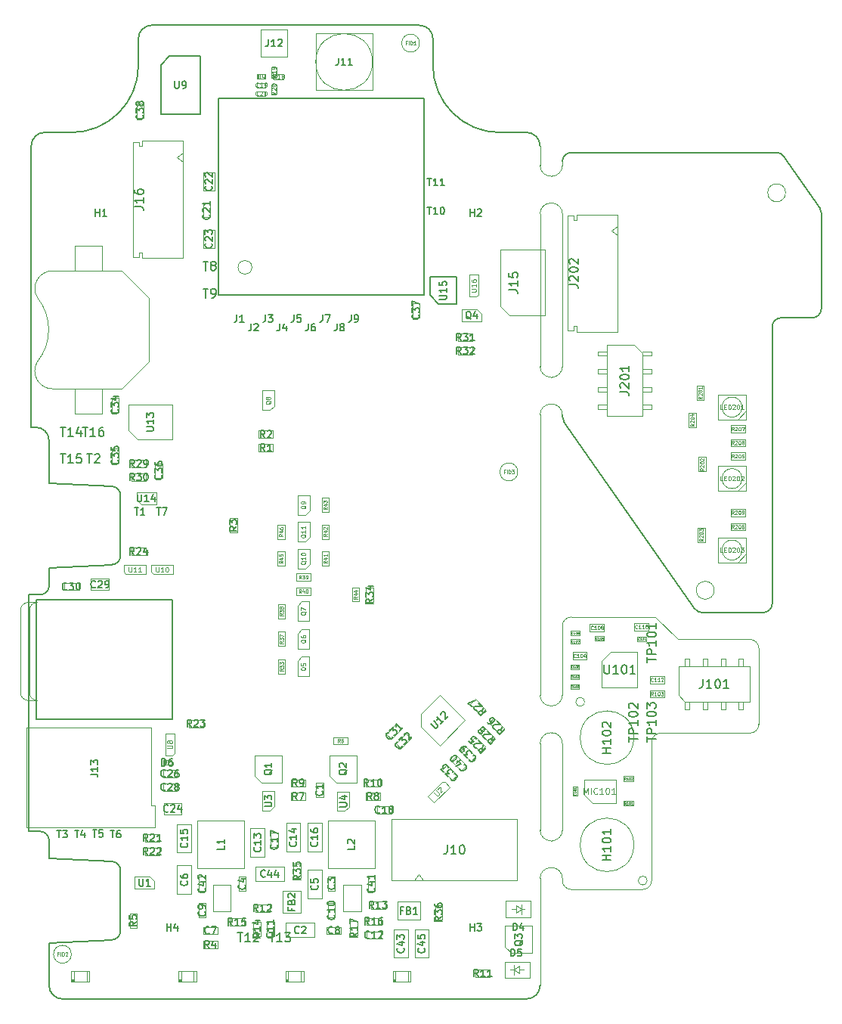
<source format=gbr>
%TF.GenerationSoftware,KiCad,Pcbnew,5.99.0-1.20210520gite8102d8.fc33*%
%TF.CreationDate,2021-05-28T01:05:15+01:00*%
%TF.ProjectId,bugg-panel-r3,62756767-2d70-4616-9e65-6c2d72332e6b,rev?*%
%TF.SameCoordinates,Original*%
%TF.FileFunction,AssemblyDrawing,Top*%
%FSLAX46Y46*%
G04 Gerber Fmt 4.6, Leading zero omitted, Abs format (unit mm)*
G04 Created by KiCad (PCBNEW 5.99.0-1.20210520gite8102d8.fc33) date 2021-05-28 01:05:15*
%MOMM*%
%LPD*%
G01*
G04 APERTURE LIST*
%ADD10C,0.100000*%
%TA.AperFunction,Profile*%
%ADD11C,0.160000*%
%TD*%
%TA.AperFunction,Profile*%
%ADD12C,0.100000*%
%TD*%
%ADD13C,0.150000*%
%ADD14C,0.060000*%
%ADD15C,0.075000*%
%ADD16C,0.040000*%
%ADD17C,0.127000*%
G04 APERTURE END LIST*
D10*
X-3768975Y33900000D02*
G75*
G03*
X-3768975Y33900000I-781025J0D01*
G01*
D11*
X-28000000Y16000000D02*
G75*
G02*
X-26500000Y14500000I0J-1500000D01*
G01*
D12*
X52000000Y-18250000D02*
X42000000Y-18250000D01*
X41450000Y-5250000D02*
X43950000Y-7750000D01*
D11*
X-19448000Y9380000D02*
X-26500000Y9750000D01*
X45843848Y-4323576D02*
G75*
G03*
X46663000Y-4750000I819152J573576D01*
G01*
D12*
X52999997Y-8749997D02*
G75*
G03*
X52000000Y-7750000I-999997J0D01*
G01*
D11*
X-26500000Y-32250000D02*
X-26500000Y-30250000D01*
D12*
X31000000Y-29100000D02*
X31000000Y-19400000D01*
D11*
X55819971Y46323150D02*
G75*
G03*
X55000000Y46750000I-819971J-574150D01*
G01*
X-26500000Y-46500000D02*
X-26500000Y-41750000D01*
X-28800000Y-29250000D02*
X-28800000Y-2750000D01*
D12*
X28500000Y45300000D02*
X28500000Y47500000D01*
D11*
X-28800000Y-2750000D02*
X-27500000Y-2750000D01*
X31181000Y16617000D02*
X45844000Y-4324000D01*
D12*
X31000000Y-14000000D02*
X31000000Y-6250000D01*
D11*
X27000000Y49000000D02*
G75*
G02*
X28500000Y47500000I0J-1500000D01*
G01*
X24000000Y49000000D02*
G75*
G02*
X16500000Y56500000I0J7500000D01*
G01*
X28500000Y-46500000D02*
G75*
G02*
X27000000Y-48000000I-1500000J0D01*
G01*
D12*
X28500000Y22800000D02*
X28500000Y39900000D01*
D11*
X-16500000Y59500000D02*
G75*
G02*
X-15000000Y61000000I1500000J0D01*
G01*
D12*
X32000000Y-5250000D02*
X41450000Y-5250000D01*
D11*
X15000000Y61000000D02*
X-15000000Y61000000D01*
D12*
X41000000Y-19250000D02*
X41000000Y-34750000D01*
D11*
X-28500000Y47500000D02*
X-28500000Y16000000D01*
D12*
X28500000Y-34500000D02*
X28500000Y-46500000D01*
D11*
X46663000Y-4750000D02*
X53500000Y-4750000D01*
X55500000Y28250000D02*
X59000000Y28250000D01*
X31000000Y17400000D02*
X31000000Y17191000D01*
X-16500000Y56500000D02*
G75*
G02*
X-24000000Y49000000I-7500000J0D01*
G01*
X24000000Y49000000D02*
X27000000Y49000000D01*
D12*
X31000003Y-34750003D02*
G75*
G03*
X32000000Y-35750000I999997J0D01*
G01*
D11*
X-26500000Y-1750000D02*
G75*
G02*
X-27500000Y-2750000I-1000000J0D01*
G01*
D12*
X28500000Y-29100000D02*
X28500000Y-19400000D01*
D11*
X-18500000Y1618000D02*
X-18500000Y8382000D01*
X-18500000Y-40382000D02*
X-18500000Y-33618000D01*
X27000000Y-48000000D02*
X-25000000Y-48000000D01*
X-26500000Y-1750000D02*
X-26500000Y250000D01*
D12*
X40000003Y-35749997D02*
G75*
G03*
X41000000Y-34750000I0J999997D01*
G01*
D11*
X-26500000Y250000D02*
X-19448000Y620000D01*
D12*
X31000000Y45300000D02*
X31000000Y45750000D01*
D11*
X-19447664Y9380630D02*
G75*
G02*
X-18500000Y8382000I-52336J-998630D01*
G01*
X30999882Y17190566D02*
G75*
G03*
X31181000Y16617000I1000118J434D01*
G01*
X-26500000Y9750000D02*
X-26500000Y14500000D01*
X54500000Y-3750000D02*
X54500000Y27250000D01*
X-18500646Y-40382303D02*
G75*
G02*
X-19448000Y-41380000I-999354J303D01*
G01*
D12*
X31000000Y22800000D02*
X31000000Y39900000D01*
D11*
X-27500000Y-29250000D02*
G75*
G02*
X-26500000Y-30250000I0J-1000000D01*
G01*
X55500000Y28250000D02*
G75*
G03*
X54500000Y27250000I0J-1000000D01*
G01*
X-28500000Y47500000D02*
G75*
G02*
X-27000000Y49000000I1500000J0D01*
G01*
X-19447664Y-32619370D02*
G75*
G02*
X-18500000Y-33618000I-52336J-998630D01*
G01*
X-19448000Y-32620000D02*
X-26500000Y-32250000D01*
D12*
X43950000Y-7750000D02*
X52000000Y-7750000D01*
X31999997Y-5250003D02*
G75*
G03*
X31000000Y-6250000I0J-999997D01*
G01*
D11*
X-26500000Y-41750000D02*
X-19448000Y-41380000D01*
X16500000Y56500000D02*
X16500000Y59500000D01*
X53500000Y-4750000D02*
G75*
G03*
X54500000Y-3750000I0J1000000D01*
G01*
X-16500000Y56500000D02*
X-16500000Y59500000D01*
X59819000Y40612000D02*
X55820000Y46323000D01*
X32000685Y46750000D02*
G75*
G03*
X31000000Y45750000I-1685J-999000D01*
G01*
X58999747Y28250000D02*
G75*
G03*
X60000000Y29250000I-747J1001000D01*
G01*
X-28000000Y16000000D02*
X-28500000Y16000000D01*
X59999938Y40037861D02*
G75*
G03*
X59819000Y40612000I-1000938J139D01*
G01*
D12*
X52000003Y-18249997D02*
G75*
G03*
X53000000Y-17250000I0J999997D01*
G01*
X53000000Y-8750000D02*
X53000000Y-17250000D01*
D11*
X-18500646Y1617697D02*
G75*
G02*
X-19448000Y620000I-999354J303D01*
G01*
X-25000000Y-48000000D02*
G75*
G02*
X-26500000Y-46500000I0J1500000D01*
G01*
D12*
X41999997Y-18250003D02*
G75*
G03*
X41000000Y-19250000I0J-999997D01*
G01*
D11*
X-24000000Y49000000D02*
X-27000000Y49000000D01*
D12*
X40000000Y-35750000D02*
X32000000Y-35750000D01*
D11*
X55000000Y46750000D02*
X32000000Y46750000D01*
D12*
X31000000Y-34750000D02*
X31000000Y-34500000D01*
D11*
X15000000Y61000000D02*
G75*
G02*
X16500000Y59500000I0J-1500000D01*
G01*
X-27500000Y-29250000D02*
X-28800000Y-29250000D01*
D12*
X28500000Y-14000000D02*
X28500000Y17400000D01*
D11*
X60000000Y29250000D02*
X60000000Y40038000D01*
D13*
%TO.C,J15*%
X25002380Y31390476D02*
X25716666Y31390476D01*
X25859523Y31342857D01*
X25954761Y31247619D01*
X26002380Y31104761D01*
X26002380Y31009523D01*
X26002380Y32390476D02*
X26002380Y31819047D01*
X26002380Y32104761D02*
X25002380Y32104761D01*
X25145238Y32009523D01*
X25240476Y31914285D01*
X25288095Y31819047D01*
X25002380Y33295238D02*
X25002380Y32819047D01*
X25478571Y32771428D01*
X25430952Y32819047D01*
X25383333Y32914285D01*
X25383333Y33152380D01*
X25430952Y33247619D01*
X25478571Y33295238D01*
X25573809Y33342857D01*
X25811904Y33342857D01*
X25907142Y33295238D01*
X25954761Y33247619D01*
X26002380Y33152380D01*
X26002380Y32914285D01*
X25954761Y32819047D01*
X25907142Y32771428D01*
%TO.C,Q3*%
X26543695Y-41433690D02*
X26505600Y-41509880D01*
X26429409Y-41586071D01*
X26315123Y-41700357D01*
X26277028Y-41776547D01*
X26277028Y-41852738D01*
X26467504Y-41814642D02*
X26429409Y-41890833D01*
X26353219Y-41967023D01*
X26200838Y-42005119D01*
X25934171Y-42005119D01*
X25781790Y-41967023D01*
X25705600Y-41890833D01*
X25667504Y-41814642D01*
X25667504Y-41662261D01*
X25705600Y-41586071D01*
X25781790Y-41509880D01*
X25934171Y-41471785D01*
X26200838Y-41471785D01*
X26353219Y-41509880D01*
X26429409Y-41586071D01*
X26467504Y-41662261D01*
X26467504Y-41814642D01*
X25667504Y-41205119D02*
X25667504Y-40709880D01*
X25972266Y-40976547D01*
X25972266Y-40862261D01*
X26010361Y-40786071D01*
X26048457Y-40747976D01*
X26124647Y-40709880D01*
X26315123Y-40709880D01*
X26391314Y-40747976D01*
X26429409Y-40786071D01*
X26467504Y-40862261D01*
X26467504Y-41090833D01*
X26429409Y-41167023D01*
X26391314Y-41205119D01*
D14*
%TO.C,R202*%
X46830952Y11402380D02*
X46640476Y11269047D01*
X46830952Y11173809D02*
X46430952Y11173809D01*
X46430952Y11326190D01*
X46450000Y11364285D01*
X46469047Y11383333D01*
X46507142Y11402380D01*
X46564285Y11402380D01*
X46602380Y11383333D01*
X46621428Y11364285D01*
X46640476Y11326190D01*
X46640476Y11173809D01*
X46469047Y11554761D02*
X46450000Y11573809D01*
X46430952Y11611904D01*
X46430952Y11707142D01*
X46450000Y11745238D01*
X46469047Y11764285D01*
X46507142Y11783333D01*
X46545238Y11783333D01*
X46602380Y11764285D01*
X46830952Y11535714D01*
X46830952Y11783333D01*
X46430952Y12030952D02*
X46430952Y12069047D01*
X46450000Y12107142D01*
X46469047Y12126190D01*
X46507142Y12145238D01*
X46583333Y12164285D01*
X46678571Y12164285D01*
X46754761Y12145238D01*
X46792857Y12126190D01*
X46811904Y12107142D01*
X46830952Y12069047D01*
X46830952Y12030952D01*
X46811904Y11992857D01*
X46792857Y11973809D01*
X46754761Y11954761D01*
X46678571Y11935714D01*
X46583333Y11935714D01*
X46507142Y11954761D01*
X46469047Y11973809D01*
X46450000Y11992857D01*
X46430952Y12030952D01*
X46469047Y12316666D02*
X46450000Y12335714D01*
X46430952Y12373809D01*
X46430952Y12469047D01*
X46450000Y12507142D01*
X46469047Y12526190D01*
X46507142Y12545238D01*
X46545238Y12545238D01*
X46602380Y12526190D01*
X46830952Y12297619D01*
X46830952Y12545238D01*
D15*
%TO.C,Q11*%
X2273809Y4014285D02*
X2250000Y3966666D01*
X2202380Y3919047D01*
X2130952Y3847619D01*
X2107142Y3800000D01*
X2107142Y3752380D01*
X2226190Y3776190D02*
X2202380Y3728571D01*
X2154761Y3680952D01*
X2059523Y3657142D01*
X1892857Y3657142D01*
X1797619Y3680952D01*
X1750000Y3728571D01*
X1726190Y3776190D01*
X1726190Y3871428D01*
X1750000Y3919047D01*
X1797619Y3966666D01*
X1892857Y3990476D01*
X2059523Y3990476D01*
X2154761Y3966666D01*
X2202380Y3919047D01*
X2226190Y3871428D01*
X2226190Y3776190D01*
X2226190Y4466666D02*
X2226190Y4180952D01*
X2226190Y4323809D02*
X1726190Y4323809D01*
X1797619Y4276190D01*
X1845238Y4228571D01*
X1869047Y4180952D01*
X2226190Y4942857D02*
X2226190Y4657142D01*
X2226190Y4800000D02*
X1726190Y4800000D01*
X1797619Y4752380D01*
X1845238Y4704761D01*
X1869047Y4657142D01*
D13*
%TO.C,T10*%
X15875123Y40648495D02*
X16332266Y40648495D01*
X16103695Y39848495D02*
X16103695Y40648495D01*
X17017980Y39848495D02*
X16560838Y39848495D01*
X16789409Y39848495D02*
X16789409Y40648495D01*
X16713219Y40534209D01*
X16637028Y40458019D01*
X16560838Y40419923D01*
X17513219Y40648495D02*
X17589409Y40648495D01*
X17665600Y40610400D01*
X17703695Y40572304D01*
X17741790Y40496114D01*
X17779885Y40343733D01*
X17779885Y40153257D01*
X17741790Y40000876D01*
X17703695Y39924685D01*
X17665600Y39886590D01*
X17589409Y39848495D01*
X17513219Y39848495D01*
X17437028Y39886590D01*
X17398933Y39924685D01*
X17360838Y40000876D01*
X17322742Y40153257D01*
X17322742Y40343733D01*
X17360838Y40496114D01*
X17398933Y40572304D01*
X17437028Y40610400D01*
X17513219Y40648495D01*
%TO.C,Q1*%
X-1486904Y-22326190D02*
X-1525000Y-22402380D01*
X-1601190Y-22478571D01*
X-1715476Y-22592857D01*
X-1753571Y-22669047D01*
X-1753571Y-22745238D01*
X-1563095Y-22707142D02*
X-1601190Y-22783333D01*
X-1677380Y-22859523D01*
X-1829761Y-22897619D01*
X-2096428Y-22897619D01*
X-2248809Y-22859523D01*
X-2325000Y-22783333D01*
X-2363095Y-22707142D01*
X-2363095Y-22554761D01*
X-2325000Y-22478571D01*
X-2248809Y-22402380D01*
X-2096428Y-22364285D01*
X-1829761Y-22364285D01*
X-1677380Y-22402380D01*
X-1601190Y-22478571D01*
X-1563095Y-22554761D01*
X-1563095Y-22707142D01*
X-1563095Y-21602380D02*
X-1563095Y-22059523D01*
X-1563095Y-21830952D02*
X-2363095Y-21830952D01*
X-2248809Y-21907142D01*
X-2172619Y-21983333D01*
X-2134523Y-22059523D01*
D14*
%TO.C,R44*%
X8020952Y-2977142D02*
X7830476Y-3110476D01*
X8020952Y-3205714D02*
X7620952Y-3205714D01*
X7620952Y-3053333D01*
X7640000Y-3015238D01*
X7659047Y-2996190D01*
X7697142Y-2977142D01*
X7754285Y-2977142D01*
X7792380Y-2996190D01*
X7811428Y-3015238D01*
X7830476Y-3053333D01*
X7830476Y-3205714D01*
X7754285Y-2634285D02*
X8020952Y-2634285D01*
X7601904Y-2729523D02*
X7887619Y-2824761D01*
X7887619Y-2577142D01*
X7754285Y-2253333D02*
X8020952Y-2253333D01*
X7601904Y-2348571D02*
X7887619Y-2443809D01*
X7887619Y-2196190D01*
D13*
%TO.C,J10*%
X18090476Y-30772380D02*
X18090476Y-31486666D01*
X18042857Y-31629523D01*
X17947619Y-31724761D01*
X17804761Y-31772380D01*
X17709523Y-31772380D01*
X19090476Y-31772380D02*
X18519047Y-31772380D01*
X18804761Y-31772380D02*
X18804761Y-30772380D01*
X18709523Y-30915238D01*
X18614285Y-31010476D01*
X18519047Y-31058095D01*
X19709523Y-30772380D02*
X19804761Y-30772380D01*
X19900000Y-30820000D01*
X19947619Y-30867619D01*
X19995238Y-30962857D01*
X20042857Y-31153333D01*
X20042857Y-31391428D01*
X19995238Y-31581904D01*
X19947619Y-31677142D01*
X19900000Y-31724761D01*
X19804761Y-31772380D01*
X19709523Y-31772380D01*
X19614285Y-31724761D01*
X19566666Y-31677142D01*
X19519047Y-31581904D01*
X19471428Y-31391428D01*
X19471428Y-31153333D01*
X19519047Y-30962857D01*
X19566666Y-30867619D01*
X19614285Y-30820000D01*
X19709523Y-30772380D01*
%TO.C,T7*%
X-14434523Y6988095D02*
X-13977380Y6988095D01*
X-14205952Y6188095D02*
X-14205952Y6988095D01*
X-13786904Y6988095D02*
X-13253571Y6988095D01*
X-13596428Y6188095D01*
%TO.C,C36*%
X-13914285Y10635714D02*
X-13876190Y10597619D01*
X-13838095Y10483333D01*
X-13838095Y10407142D01*
X-13876190Y10292857D01*
X-13952380Y10216666D01*
X-14028571Y10178571D01*
X-14180952Y10140476D01*
X-14295238Y10140476D01*
X-14447619Y10178571D01*
X-14523809Y10216666D01*
X-14600000Y10292857D01*
X-14638095Y10407142D01*
X-14638095Y10483333D01*
X-14600000Y10597619D01*
X-14561904Y10635714D01*
X-14638095Y10902380D02*
X-14638095Y11397619D01*
X-14333333Y11130952D01*
X-14333333Y11245238D01*
X-14295238Y11321428D01*
X-14257142Y11359523D01*
X-14180952Y11397619D01*
X-13990476Y11397619D01*
X-13914285Y11359523D01*
X-13876190Y11321428D01*
X-13838095Y11245238D01*
X-13838095Y11016666D01*
X-13876190Y10940476D01*
X-13914285Y10902380D01*
X-14638095Y12083333D02*
X-14638095Y11930952D01*
X-14600000Y11854761D01*
X-14561904Y11816666D01*
X-14447619Y11740476D01*
X-14295238Y11702380D01*
X-13990476Y11702380D01*
X-13914285Y11740476D01*
X-13876190Y11778571D01*
X-13838095Y11854761D01*
X-13838095Y12007142D01*
X-13876190Y12083333D01*
X-13914285Y12121428D01*
X-13990476Y12159523D01*
X-14180952Y12159523D01*
X-14257142Y12121428D01*
X-14295238Y12083333D01*
X-14333333Y12007142D01*
X-14333333Y11854761D01*
X-14295238Y11778571D01*
X-14257142Y11740476D01*
X-14180952Y11702380D01*
%TO.C,C23*%
X-8314285Y36585714D02*
X-8276190Y36547619D01*
X-8238095Y36433333D01*
X-8238095Y36357142D01*
X-8276190Y36242857D01*
X-8352380Y36166666D01*
X-8428571Y36128571D01*
X-8580952Y36090476D01*
X-8695238Y36090476D01*
X-8847619Y36128571D01*
X-8923809Y36166666D01*
X-9000000Y36242857D01*
X-9038095Y36357142D01*
X-9038095Y36433333D01*
X-9000000Y36547619D01*
X-8961904Y36585714D01*
X-8961904Y36890476D02*
X-9000000Y36928571D01*
X-9038095Y37004761D01*
X-9038095Y37195238D01*
X-9000000Y37271428D01*
X-8961904Y37309523D01*
X-8885714Y37347619D01*
X-8809523Y37347619D01*
X-8695238Y37309523D01*
X-8238095Y36852380D01*
X-8238095Y37347619D01*
X-9038095Y37614285D02*
X-9038095Y38109523D01*
X-8733333Y37842857D01*
X-8733333Y37957142D01*
X-8695238Y38033333D01*
X-8657142Y38071428D01*
X-8580952Y38109523D01*
X-8390476Y38109523D01*
X-8314285Y38071428D01*
X-8276190Y38033333D01*
X-8238095Y37957142D01*
X-8238095Y37728571D01*
X-8276190Y37652380D01*
X-8314285Y37614285D01*
%TO.C,T4*%
X-23609523Y-29111904D02*
X-23152380Y-29111904D01*
X-23380952Y-29911904D02*
X-23380952Y-29111904D01*
X-22542857Y-29378571D02*
X-22542857Y-29911904D01*
X-22733333Y-29073809D02*
X-22923809Y-29645238D01*
X-22428571Y-29645238D01*
%TO.C,R7*%
X1266666Y-25711904D02*
X1000000Y-25330952D01*
X809523Y-25711904D02*
X809523Y-24911904D01*
X1114285Y-24911904D01*
X1190476Y-24950000D01*
X1228571Y-24988095D01*
X1266666Y-25064285D01*
X1266666Y-25178571D01*
X1228571Y-25254761D01*
X1190476Y-25292857D01*
X1114285Y-25330952D01*
X809523Y-25330952D01*
X1533333Y-24911904D02*
X2066666Y-24911904D01*
X1723809Y-25711904D01*
%TO.C,D4*%
X25459523Y-40311904D02*
X25459523Y-39511904D01*
X25650000Y-39511904D01*
X25764285Y-39550000D01*
X25840476Y-39626190D01*
X25878571Y-39702380D01*
X25916666Y-39854761D01*
X25916666Y-39969047D01*
X25878571Y-40121428D01*
X25840476Y-40197619D01*
X25764285Y-40273809D01*
X25650000Y-40311904D01*
X25459523Y-40311904D01*
X26602380Y-39778571D02*
X26602380Y-40311904D01*
X26411904Y-39473809D02*
X26221428Y-40045238D01*
X26716666Y-40045238D01*
%TO.C,R8*%
X9641666Y-25711904D02*
X9375000Y-25330952D01*
X9184523Y-25711904D02*
X9184523Y-24911904D01*
X9489285Y-24911904D01*
X9565476Y-24950000D01*
X9603571Y-24988095D01*
X9641666Y-25064285D01*
X9641666Y-25178571D01*
X9603571Y-25254761D01*
X9565476Y-25292857D01*
X9489285Y-25330952D01*
X9184523Y-25330952D01*
X10098809Y-25254761D02*
X10022619Y-25216666D01*
X9984523Y-25178571D01*
X9946428Y-25102380D01*
X9946428Y-25064285D01*
X9984523Y-24988095D01*
X10022619Y-24950000D01*
X10098809Y-24911904D01*
X10251190Y-24911904D01*
X10327380Y-24950000D01*
X10365476Y-24988095D01*
X10403571Y-25064285D01*
X10403571Y-25102380D01*
X10365476Y-25178571D01*
X10327380Y-25216666D01*
X10251190Y-25254761D01*
X10098809Y-25254761D01*
X10022619Y-25292857D01*
X9984523Y-25330952D01*
X9946428Y-25407142D01*
X9946428Y-25559523D01*
X9984523Y-25635714D01*
X10022619Y-25673809D01*
X10098809Y-25711904D01*
X10251190Y-25711904D01*
X10327380Y-25673809D01*
X10365476Y-25635714D01*
X10403571Y-25559523D01*
X10403571Y-25407142D01*
X10365476Y-25330952D01*
X10327380Y-25292857D01*
X10251190Y-25254761D01*
D15*
%TO.C,Q9*%
X2273809Y7252380D02*
X2250000Y7204761D01*
X2202380Y7157142D01*
X2130952Y7085714D01*
X2107142Y7038095D01*
X2107142Y6990476D01*
X2226190Y7014285D02*
X2202380Y6966666D01*
X2154761Y6919047D01*
X2059523Y6895238D01*
X1892857Y6895238D01*
X1797619Y6919047D01*
X1750000Y6966666D01*
X1726190Y7014285D01*
X1726190Y7109523D01*
X1750000Y7157142D01*
X1797619Y7204761D01*
X1892857Y7228571D01*
X2059523Y7228571D01*
X2154761Y7204761D01*
X2202380Y7157142D01*
X2226190Y7109523D01*
X2226190Y7014285D01*
X2226190Y7466666D02*
X2226190Y7561904D01*
X2202380Y7609523D01*
X2178571Y7633333D01*
X2107142Y7680952D01*
X2011904Y7704761D01*
X1821428Y7704761D01*
X1773809Y7680952D01*
X1750000Y7657142D01*
X1726190Y7609523D01*
X1726190Y7514285D01*
X1750000Y7466666D01*
X1773809Y7442857D01*
X1821428Y7419047D01*
X1940476Y7419047D01*
X1988095Y7442857D01*
X2011904Y7466666D01*
X2035714Y7514285D01*
X2035714Y7609523D01*
X2011904Y7657142D01*
X1988095Y7680952D01*
X1940476Y7704761D01*
D13*
%TO.C,T15*%
X-25238095Y12997619D02*
X-24666666Y12997619D01*
X-24952380Y11997619D02*
X-24952380Y12997619D01*
X-23809523Y11997619D02*
X-24380952Y11997619D01*
X-24095238Y11997619D02*
X-24095238Y12997619D01*
X-24190476Y12854761D01*
X-24285714Y12759523D01*
X-24380952Y12711904D01*
X-22904761Y12997619D02*
X-23380952Y12997619D01*
X-23428571Y12521428D01*
X-23380952Y12569047D01*
X-23285714Y12616666D01*
X-23047619Y12616666D01*
X-22952380Y12569047D01*
X-22904761Y12521428D01*
X-22857142Y12426190D01*
X-22857142Y12188095D01*
X-22904761Y12092857D01*
X-22952380Y12045238D01*
X-23047619Y11997619D01*
X-23285714Y11997619D01*
X-23380952Y12045238D01*
X-23428571Y12092857D01*
D14*
%TO.C,R43*%
X4630952Y7042857D02*
X4440476Y6909523D01*
X4630952Y6814285D02*
X4230952Y6814285D01*
X4230952Y6966666D01*
X4250000Y7004761D01*
X4269047Y7023809D01*
X4307142Y7042857D01*
X4364285Y7042857D01*
X4402380Y7023809D01*
X4421428Y7004761D01*
X4440476Y6966666D01*
X4440476Y6814285D01*
X4364285Y7385714D02*
X4630952Y7385714D01*
X4211904Y7290476D02*
X4497619Y7195238D01*
X4497619Y7442857D01*
X4230952Y7557142D02*
X4230952Y7804761D01*
X4383333Y7671428D01*
X4383333Y7728571D01*
X4402380Y7766666D01*
X4421428Y7785714D01*
X4459523Y7804761D01*
X4554761Y7804761D01*
X4592857Y7785714D01*
X4611904Y7766666D01*
X4630952Y7728571D01*
X4630952Y7614285D01*
X4611904Y7576190D01*
X4592857Y7557142D01*
D13*
%TO.C,U13*%
X-15588095Y15609523D02*
X-14940476Y15609523D01*
X-14864285Y15647619D01*
X-14826190Y15685714D01*
X-14788095Y15761904D01*
X-14788095Y15914285D01*
X-14826190Y15990476D01*
X-14864285Y16028571D01*
X-14940476Y16066666D01*
X-15588095Y16066666D01*
X-14788095Y16866666D02*
X-14788095Y16409523D01*
X-14788095Y16638095D02*
X-15588095Y16638095D01*
X-15473809Y16561904D01*
X-15397619Y16485714D01*
X-15359523Y16409523D01*
X-15588095Y17133333D02*
X-15588095Y17628571D01*
X-15283333Y17361904D01*
X-15283333Y17476190D01*
X-15245238Y17552380D01*
X-15207142Y17590476D01*
X-15130952Y17628571D01*
X-14940476Y17628571D01*
X-14864285Y17590476D01*
X-14826190Y17552380D01*
X-14788095Y17476190D01*
X-14788095Y17247619D01*
X-14826190Y17171428D01*
X-14864285Y17133333D01*
%TO.C,C43*%
X13205714Y-42314285D02*
X13243809Y-42352380D01*
X13281904Y-42466666D01*
X13281904Y-42542857D01*
X13243809Y-42657142D01*
X13167619Y-42733333D01*
X13091428Y-42771428D01*
X12939047Y-42809523D01*
X12824761Y-42809523D01*
X12672380Y-42771428D01*
X12596190Y-42733333D01*
X12520000Y-42657142D01*
X12481904Y-42542857D01*
X12481904Y-42466666D01*
X12520000Y-42352380D01*
X12558095Y-42314285D01*
X12748571Y-41628571D02*
X13281904Y-41628571D01*
X12443809Y-41819047D02*
X13015238Y-42009523D01*
X13015238Y-41514285D01*
X12481904Y-41285714D02*
X12481904Y-40790476D01*
X12786666Y-41057142D01*
X12786666Y-40942857D01*
X12824761Y-40866666D01*
X12862857Y-40828571D01*
X12939047Y-40790476D01*
X13129523Y-40790476D01*
X13205714Y-40828571D01*
X13243809Y-40866666D01*
X13281904Y-40942857D01*
X13281904Y-41171428D01*
X13243809Y-41247619D01*
X13205714Y-41285714D01*
D14*
%TO.C,R201*%
X46630952Y19402380D02*
X46440476Y19269047D01*
X46630952Y19173809D02*
X46230952Y19173809D01*
X46230952Y19326190D01*
X46250000Y19364285D01*
X46269047Y19383333D01*
X46307142Y19402380D01*
X46364285Y19402380D01*
X46402380Y19383333D01*
X46421428Y19364285D01*
X46440476Y19326190D01*
X46440476Y19173809D01*
X46269047Y19554761D02*
X46250000Y19573809D01*
X46230952Y19611904D01*
X46230952Y19707142D01*
X46250000Y19745238D01*
X46269047Y19764285D01*
X46307142Y19783333D01*
X46345238Y19783333D01*
X46402380Y19764285D01*
X46630952Y19535714D01*
X46630952Y19783333D01*
X46230952Y20030952D02*
X46230952Y20069047D01*
X46250000Y20107142D01*
X46269047Y20126190D01*
X46307142Y20145238D01*
X46383333Y20164285D01*
X46478571Y20164285D01*
X46554761Y20145238D01*
X46592857Y20126190D01*
X46611904Y20107142D01*
X46630952Y20069047D01*
X46630952Y20030952D01*
X46611904Y19992857D01*
X46592857Y19973809D01*
X46554761Y19954761D01*
X46478571Y19935714D01*
X46383333Y19935714D01*
X46307142Y19954761D01*
X46269047Y19973809D01*
X46250000Y19992857D01*
X46230952Y20030952D01*
X46630952Y20545238D02*
X46630952Y20316666D01*
X46630952Y20430952D02*
X46230952Y20430952D01*
X46288095Y20392857D01*
X46326190Y20354761D01*
X46345238Y20316666D01*
D13*
%TO.C,C42*%
X-9064285Y-35614285D02*
X-9026190Y-35652380D01*
X-8988095Y-35766666D01*
X-8988095Y-35842857D01*
X-9026190Y-35957142D01*
X-9102380Y-36033333D01*
X-9178571Y-36071428D01*
X-9330952Y-36109523D01*
X-9445238Y-36109523D01*
X-9597619Y-36071428D01*
X-9673809Y-36033333D01*
X-9750000Y-35957142D01*
X-9788095Y-35842857D01*
X-9788095Y-35766666D01*
X-9750000Y-35652380D01*
X-9711904Y-35614285D01*
X-9521428Y-34928571D02*
X-8988095Y-34928571D01*
X-9826190Y-35119047D02*
X-9254761Y-35309523D01*
X-9254761Y-34814285D01*
X-9711904Y-34547619D02*
X-9750000Y-34509523D01*
X-9788095Y-34433333D01*
X-9788095Y-34242857D01*
X-9750000Y-34166666D01*
X-9711904Y-34128571D01*
X-9635714Y-34090476D01*
X-9559523Y-34090476D01*
X-9445238Y-34128571D01*
X-8988095Y-34585714D01*
X-8988095Y-34090476D01*
D15*
%TO.C,LED203*%
X48964285Y2023809D02*
X48726190Y2023809D01*
X48726190Y2523809D01*
X49130952Y2285714D02*
X49297619Y2285714D01*
X49369047Y2023809D02*
X49130952Y2023809D01*
X49130952Y2523809D01*
X49369047Y2523809D01*
X49583333Y2023809D02*
X49583333Y2523809D01*
X49702380Y2523809D01*
X49773809Y2500000D01*
X49821428Y2452380D01*
X49845238Y2404761D01*
X49869047Y2309523D01*
X49869047Y2238095D01*
X49845238Y2142857D01*
X49821428Y2095238D01*
X49773809Y2047619D01*
X49702380Y2023809D01*
X49583333Y2023809D01*
X50059523Y2476190D02*
X50083333Y2500000D01*
X50130952Y2523809D01*
X50250000Y2523809D01*
X50297619Y2500000D01*
X50321428Y2476190D01*
X50345238Y2428571D01*
X50345238Y2380952D01*
X50321428Y2309523D01*
X50035714Y2023809D01*
X50345238Y2023809D01*
X50654761Y2523809D02*
X50702380Y2523809D01*
X50750000Y2500000D01*
X50773809Y2476190D01*
X50797619Y2428571D01*
X50821428Y2333333D01*
X50821428Y2214285D01*
X50797619Y2119047D01*
X50773809Y2071428D01*
X50750000Y2047619D01*
X50702380Y2023809D01*
X50654761Y2023809D01*
X50607142Y2047619D01*
X50583333Y2071428D01*
X50559523Y2119047D01*
X50535714Y2214285D01*
X50535714Y2333333D01*
X50559523Y2428571D01*
X50583333Y2476190D01*
X50607142Y2500000D01*
X50654761Y2523809D01*
X50988095Y2523809D02*
X51297619Y2523809D01*
X51130952Y2333333D01*
X51202380Y2333333D01*
X51250000Y2309523D01*
X51273809Y2285714D01*
X51297619Y2238095D01*
X51297619Y2119047D01*
X51273809Y2071428D01*
X51250000Y2047619D01*
X51202380Y2023809D01*
X51059523Y2023809D01*
X51011904Y2047619D01*
X50988095Y2071428D01*
D13*
%TO.C,C13*%
X-2864285Y-31014285D02*
X-2826190Y-31052380D01*
X-2788095Y-31166666D01*
X-2788095Y-31242857D01*
X-2826190Y-31357142D01*
X-2902380Y-31433333D01*
X-2978571Y-31471428D01*
X-3130952Y-31509523D01*
X-3245238Y-31509523D01*
X-3397619Y-31471428D01*
X-3473809Y-31433333D01*
X-3550000Y-31357142D01*
X-3588095Y-31242857D01*
X-3588095Y-31166666D01*
X-3550000Y-31052380D01*
X-3511904Y-31014285D01*
X-2788095Y-30252380D02*
X-2788095Y-30709523D01*
X-2788095Y-30480952D02*
X-3588095Y-30480952D01*
X-3473809Y-30557142D01*
X-3397619Y-30633333D01*
X-3359523Y-30709523D01*
X-3588095Y-29985714D02*
X-3588095Y-29490476D01*
X-3283333Y-29757142D01*
X-3283333Y-29642857D01*
X-3245238Y-29566666D01*
X-3207142Y-29528571D01*
X-3130952Y-29490476D01*
X-2940476Y-29490476D01*
X-2864285Y-29528571D01*
X-2826190Y-29566666D01*
X-2788095Y-29642857D01*
X-2788095Y-29871428D01*
X-2826190Y-29947619D01*
X-2864285Y-29985714D01*
D14*
%TO.C,C104*%
X32492380Y-9732857D02*
X32473333Y-9751904D01*
X32416190Y-9770952D01*
X32378095Y-9770952D01*
X32320952Y-9751904D01*
X32282857Y-9713809D01*
X32263809Y-9675714D01*
X32244761Y-9599523D01*
X32244761Y-9542380D01*
X32263809Y-9466190D01*
X32282857Y-9428095D01*
X32320952Y-9390000D01*
X32378095Y-9370952D01*
X32416190Y-9370952D01*
X32473333Y-9390000D01*
X32492380Y-9409047D01*
X32873333Y-9770952D02*
X32644761Y-9770952D01*
X32759047Y-9770952D02*
X32759047Y-9370952D01*
X32720952Y-9428095D01*
X32682857Y-9466190D01*
X32644761Y-9485238D01*
X33120952Y-9370952D02*
X33159047Y-9370952D01*
X33197142Y-9390000D01*
X33216190Y-9409047D01*
X33235238Y-9447142D01*
X33254285Y-9523333D01*
X33254285Y-9618571D01*
X33235238Y-9694761D01*
X33216190Y-9732857D01*
X33197142Y-9751904D01*
X33159047Y-9770952D01*
X33120952Y-9770952D01*
X33082857Y-9751904D01*
X33063809Y-9732857D01*
X33044761Y-9694761D01*
X33025714Y-9618571D01*
X33025714Y-9523333D01*
X33044761Y-9447142D01*
X33063809Y-9409047D01*
X33082857Y-9390000D01*
X33120952Y-9370952D01*
X33597142Y-9504285D02*
X33597142Y-9770952D01*
X33501904Y-9351904D02*
X33406666Y-9637619D01*
X33654285Y-9637619D01*
D13*
%TO.C,Q4*%
X20773809Y28111904D02*
X20697619Y28150000D01*
X20621428Y28226190D01*
X20507142Y28340476D01*
X20430952Y28378571D01*
X20354761Y28378571D01*
X20392857Y28188095D02*
X20316666Y28226190D01*
X20240476Y28302380D01*
X20202380Y28454761D01*
X20202380Y28721428D01*
X20240476Y28873809D01*
X20316666Y28950000D01*
X20392857Y28988095D01*
X20545238Y28988095D01*
X20621428Y28950000D01*
X20697619Y28873809D01*
X20735714Y28721428D01*
X20735714Y28454761D01*
X20697619Y28302380D01*
X20621428Y28226190D01*
X20545238Y28188095D01*
X20392857Y28188095D01*
X21421428Y28721428D02*
X21421428Y28188095D01*
X21230952Y29026190D02*
X21040476Y28454761D01*
X21535714Y28454761D01*
D14*
%TO.C,C108*%
X34427380Y-6592857D02*
X34408333Y-6611904D01*
X34351190Y-6630952D01*
X34313095Y-6630952D01*
X34255952Y-6611904D01*
X34217857Y-6573809D01*
X34198809Y-6535714D01*
X34179761Y-6459523D01*
X34179761Y-6402380D01*
X34198809Y-6326190D01*
X34217857Y-6288095D01*
X34255952Y-6250000D01*
X34313095Y-6230952D01*
X34351190Y-6230952D01*
X34408333Y-6250000D01*
X34427380Y-6269047D01*
X34808333Y-6630952D02*
X34579761Y-6630952D01*
X34694047Y-6630952D02*
X34694047Y-6230952D01*
X34655952Y-6288095D01*
X34617857Y-6326190D01*
X34579761Y-6345238D01*
X35055952Y-6230952D02*
X35094047Y-6230952D01*
X35132142Y-6250000D01*
X35151190Y-6269047D01*
X35170238Y-6307142D01*
X35189285Y-6383333D01*
X35189285Y-6478571D01*
X35170238Y-6554761D01*
X35151190Y-6592857D01*
X35132142Y-6611904D01*
X35094047Y-6630952D01*
X35055952Y-6630952D01*
X35017857Y-6611904D01*
X34998809Y-6592857D01*
X34979761Y-6554761D01*
X34960714Y-6478571D01*
X34960714Y-6383333D01*
X34979761Y-6307142D01*
X34998809Y-6269047D01*
X35017857Y-6250000D01*
X35055952Y-6230952D01*
X35417857Y-6402380D02*
X35379761Y-6383333D01*
X35360714Y-6364285D01*
X35341666Y-6326190D01*
X35341666Y-6307142D01*
X35360714Y-6269047D01*
X35379761Y-6250000D01*
X35417857Y-6230952D01*
X35494047Y-6230952D01*
X35532142Y-6250000D01*
X35551190Y-6269047D01*
X35570238Y-6307142D01*
X35570238Y-6326190D01*
X35551190Y-6364285D01*
X35532142Y-6383333D01*
X35494047Y-6402380D01*
X35417857Y-6402380D01*
X35379761Y-6421428D01*
X35360714Y-6440476D01*
X35341666Y-6478571D01*
X35341666Y-6554761D01*
X35360714Y-6592857D01*
X35379761Y-6611904D01*
X35417857Y-6630952D01*
X35494047Y-6630952D01*
X35532142Y-6611904D01*
X35551190Y-6592857D01*
X35570238Y-6554761D01*
X35570238Y-6478571D01*
X35551190Y-6440476D01*
X35532142Y-6421428D01*
X35494047Y-6402380D01*
D10*
%TO.C,U8*%
X-13255190Y-19926247D02*
X-12809952Y-19926247D01*
X-12757571Y-19900057D01*
X-12731380Y-19873866D01*
X-12705190Y-19821485D01*
X-12705190Y-19716723D01*
X-12731380Y-19664342D01*
X-12757571Y-19638152D01*
X-12809952Y-19611961D01*
X-13255190Y-19611961D01*
X-13019476Y-19271485D02*
X-13045666Y-19323866D01*
X-13071857Y-19350057D01*
X-13124238Y-19376247D01*
X-13150428Y-19376247D01*
X-13202809Y-19350057D01*
X-13229000Y-19323866D01*
X-13255190Y-19271485D01*
X-13255190Y-19166723D01*
X-13229000Y-19114342D01*
X-13202809Y-19088152D01*
X-13150428Y-19061961D01*
X-13124238Y-19061961D01*
X-13071857Y-19088152D01*
X-13045666Y-19114342D01*
X-13019476Y-19166723D01*
X-13019476Y-19271485D01*
X-12993285Y-19323866D01*
X-12967095Y-19350057D01*
X-12914714Y-19376247D01*
X-12809952Y-19376247D01*
X-12757571Y-19350057D01*
X-12731380Y-19323866D01*
X-12705190Y-19271485D01*
X-12705190Y-19166723D01*
X-12731380Y-19114342D01*
X-12757571Y-19088152D01*
X-12809952Y-19061961D01*
X-12914714Y-19061961D01*
X-12967095Y-19088152D01*
X-12993285Y-19114342D01*
X-13019476Y-19166723D01*
%TO.C,U11*%
X-17580952Y351190D02*
X-17580952Y-94047D01*
X-17554761Y-146428D01*
X-17528571Y-172619D01*
X-17476190Y-198809D01*
X-17371428Y-198809D01*
X-17319047Y-172619D01*
X-17292857Y-146428D01*
X-17266666Y-94047D01*
X-17266666Y351190D01*
X-16716666Y-198809D02*
X-17030952Y-198809D01*
X-16873809Y-198809D02*
X-16873809Y351190D01*
X-16926190Y272619D01*
X-16978571Y220238D01*
X-17030952Y194047D01*
X-16192857Y-198809D02*
X-16507142Y-198809D01*
X-16350000Y-198809D02*
X-16350000Y351190D01*
X-16402380Y272619D01*
X-16454761Y220238D01*
X-16507142Y194047D01*
D13*
%TO.C,J201*%
X37452380Y19964285D02*
X38166666Y19964285D01*
X38309523Y19916666D01*
X38404761Y19821428D01*
X38452380Y19678571D01*
X38452380Y19583333D01*
X37547619Y20392857D02*
X37500000Y20440476D01*
X37452380Y20535714D01*
X37452380Y20773809D01*
X37500000Y20869047D01*
X37547619Y20916666D01*
X37642857Y20964285D01*
X37738095Y20964285D01*
X37880952Y20916666D01*
X38452380Y20345238D01*
X38452380Y20964285D01*
X37452380Y21583333D02*
X37452380Y21678571D01*
X37500000Y21773809D01*
X37547619Y21821428D01*
X37642857Y21869047D01*
X37833333Y21916666D01*
X38071428Y21916666D01*
X38261904Y21869047D01*
X38357142Y21821428D01*
X38404761Y21773809D01*
X38452380Y21678571D01*
X38452380Y21583333D01*
X38404761Y21488095D01*
X38357142Y21440476D01*
X38261904Y21392857D01*
X38071428Y21345238D01*
X37833333Y21345238D01*
X37642857Y21392857D01*
X37547619Y21440476D01*
X37500000Y21488095D01*
X37452380Y21583333D01*
X38452380Y22869047D02*
X38452380Y22297619D01*
X38452380Y22583333D02*
X37452380Y22583333D01*
X37595238Y22488095D01*
X37690476Y22392857D01*
X37738095Y22297619D01*
%TO.C,R26*%
X24217568Y-17505757D02*
X24136756Y-17963693D01*
X24540817Y-17829006D02*
X23975131Y-18394691D01*
X23759632Y-18179192D01*
X23732695Y-18098380D01*
X23732695Y-18044505D01*
X23759632Y-17963693D01*
X23840444Y-17882881D01*
X23921256Y-17855943D01*
X23975131Y-17855943D01*
X24055943Y-17882881D01*
X24271443Y-18098380D01*
X23490258Y-17802069D02*
X23436383Y-17802069D01*
X23355571Y-17775131D01*
X23220884Y-17640444D01*
X23193946Y-17559632D01*
X23193946Y-17505757D01*
X23220884Y-17424945D01*
X23274759Y-17371070D01*
X23382508Y-17317195D01*
X24029006Y-17317195D01*
X23678820Y-16967009D01*
X22628261Y-17047821D02*
X22736011Y-17155571D01*
X22816823Y-17182508D01*
X22870698Y-17182508D01*
X23005385Y-17155571D01*
X23140072Y-17074759D01*
X23355571Y-16859259D01*
X23382508Y-16778447D01*
X23382508Y-16724572D01*
X23355571Y-16643760D01*
X23247821Y-16536011D01*
X23167009Y-16509073D01*
X23113134Y-16509073D01*
X23032322Y-16536011D01*
X22897635Y-16670698D01*
X22870698Y-16751510D01*
X22870698Y-16805385D01*
X22897635Y-16886197D01*
X23005385Y-16993946D01*
X23086197Y-17020884D01*
X23140072Y-17020884D01*
X23220884Y-16993946D01*
D15*
%TO.C,R20*%
X-1073809Y53523571D02*
X-1311904Y53356904D01*
X-1073809Y53237857D02*
X-1573809Y53237857D01*
X-1573809Y53428333D01*
X-1550000Y53475952D01*
X-1526190Y53499761D01*
X-1478571Y53523571D01*
X-1407142Y53523571D01*
X-1359523Y53499761D01*
X-1335714Y53475952D01*
X-1311904Y53428333D01*
X-1311904Y53237857D01*
X-1526190Y53714047D02*
X-1550000Y53737857D01*
X-1573809Y53785476D01*
X-1573809Y53904523D01*
X-1550000Y53952142D01*
X-1526190Y53975952D01*
X-1478571Y53999761D01*
X-1430952Y53999761D01*
X-1359523Y53975952D01*
X-1073809Y53690238D01*
X-1073809Y53999761D01*
X-1573809Y54309285D02*
X-1573809Y54356904D01*
X-1550000Y54404523D01*
X-1526190Y54428333D01*
X-1478571Y54452142D01*
X-1383333Y54475952D01*
X-1264285Y54475952D01*
X-1169047Y54452142D01*
X-1121428Y54428333D01*
X-1097619Y54404523D01*
X-1073809Y54356904D01*
X-1073809Y54309285D01*
X-1097619Y54261666D01*
X-1121428Y54237857D01*
X-1169047Y54214047D01*
X-1264285Y54190238D01*
X-1383333Y54190238D01*
X-1478571Y54214047D01*
X-1526190Y54237857D01*
X-1550000Y54261666D01*
X-1573809Y54309285D01*
D13*
%TO.C,T1*%
X-16934523Y6988095D02*
X-16477380Y6988095D01*
X-16705952Y6188095D02*
X-16705952Y6988095D01*
X-15791666Y6188095D02*
X-16248809Y6188095D01*
X-16020238Y6188095D02*
X-16020238Y6988095D01*
X-16096428Y6873809D01*
X-16172619Y6797619D01*
X-16248809Y6759523D01*
D14*
%TO.C,R40*%
X1742857Y-2530952D02*
X1609523Y-2340476D01*
X1514285Y-2530952D02*
X1514285Y-2130952D01*
X1666666Y-2130952D01*
X1704761Y-2150000D01*
X1723809Y-2169047D01*
X1742857Y-2207142D01*
X1742857Y-2264285D01*
X1723809Y-2302380D01*
X1704761Y-2321428D01*
X1666666Y-2340476D01*
X1514285Y-2340476D01*
X2085714Y-2264285D02*
X2085714Y-2530952D01*
X1990476Y-2111904D02*
X1895238Y-2397619D01*
X2142857Y-2397619D01*
X2371428Y-2130952D02*
X2409523Y-2130952D01*
X2447619Y-2150000D01*
X2466666Y-2169047D01*
X2485714Y-2207142D01*
X2504761Y-2283333D01*
X2504761Y-2378571D01*
X2485714Y-2454761D01*
X2466666Y-2492857D01*
X2447619Y-2511904D01*
X2409523Y-2530952D01*
X2371428Y-2530952D01*
X2333333Y-2511904D01*
X2314285Y-2492857D01*
X2295238Y-2454761D01*
X2276190Y-2378571D01*
X2276190Y-2283333D01*
X2295238Y-2207142D01*
X2314285Y-2169047D01*
X2333333Y-2150000D01*
X2371428Y-2130952D01*
D13*
%TO.C,J12*%
X-1947619Y59433095D02*
X-1947619Y58861666D01*
X-1985714Y58747380D01*
X-2061904Y58671190D01*
X-2176190Y58633095D01*
X-2252380Y58633095D01*
X-1147619Y58633095D02*
X-1604761Y58633095D01*
X-1376190Y58633095D02*
X-1376190Y59433095D01*
X-1452380Y59318809D01*
X-1528571Y59242619D01*
X-1604761Y59204523D01*
X-842857Y59356904D02*
X-804761Y59395000D01*
X-728571Y59433095D01*
X-538095Y59433095D01*
X-461904Y59395000D01*
X-423809Y59356904D01*
X-385714Y59280714D01*
X-385714Y59204523D01*
X-423809Y59090238D01*
X-880952Y58633095D01*
X-385714Y58633095D01*
D14*
%TO.C,R204*%
X45730952Y16352380D02*
X45540476Y16219047D01*
X45730952Y16123809D02*
X45330952Y16123809D01*
X45330952Y16276190D01*
X45350000Y16314285D01*
X45369047Y16333333D01*
X45407142Y16352380D01*
X45464285Y16352380D01*
X45502380Y16333333D01*
X45521428Y16314285D01*
X45540476Y16276190D01*
X45540476Y16123809D01*
X45369047Y16504761D02*
X45350000Y16523809D01*
X45330952Y16561904D01*
X45330952Y16657142D01*
X45350000Y16695238D01*
X45369047Y16714285D01*
X45407142Y16733333D01*
X45445238Y16733333D01*
X45502380Y16714285D01*
X45730952Y16485714D01*
X45730952Y16733333D01*
X45330952Y16980952D02*
X45330952Y17019047D01*
X45350000Y17057142D01*
X45369047Y17076190D01*
X45407142Y17095238D01*
X45483333Y17114285D01*
X45578571Y17114285D01*
X45654761Y17095238D01*
X45692857Y17076190D01*
X45711904Y17057142D01*
X45730952Y17019047D01*
X45730952Y16980952D01*
X45711904Y16942857D01*
X45692857Y16923809D01*
X45654761Y16904761D01*
X45578571Y16885714D01*
X45483333Y16885714D01*
X45407142Y16904761D01*
X45369047Y16923809D01*
X45350000Y16942857D01*
X45330952Y16980952D01*
X45464285Y17457142D02*
X45730952Y17457142D01*
X45311904Y17361904D02*
X45597619Y17266666D01*
X45597619Y17514285D01*
D13*
%TO.C,R35*%
X1661904Y-34214285D02*
X1280952Y-34480952D01*
X1661904Y-34671428D02*
X861904Y-34671428D01*
X861904Y-34366666D01*
X900000Y-34290476D01*
X938095Y-34252380D01*
X1014285Y-34214285D01*
X1128571Y-34214285D01*
X1204761Y-34252380D01*
X1242857Y-34290476D01*
X1280952Y-34366666D01*
X1280952Y-34671428D01*
X861904Y-33947619D02*
X861904Y-33452380D01*
X1166666Y-33719047D01*
X1166666Y-33604761D01*
X1204761Y-33528571D01*
X1242857Y-33490476D01*
X1319047Y-33452380D01*
X1509523Y-33452380D01*
X1585714Y-33490476D01*
X1623809Y-33528571D01*
X1661904Y-33604761D01*
X1661904Y-33833333D01*
X1623809Y-33909523D01*
X1585714Y-33947619D01*
X861904Y-32728571D02*
X861904Y-33109523D01*
X1242857Y-33147619D01*
X1204761Y-33109523D01*
X1166666Y-33033333D01*
X1166666Y-32842857D01*
X1204761Y-32766666D01*
X1242857Y-32728571D01*
X1319047Y-32690476D01*
X1509523Y-32690476D01*
X1585714Y-32728571D01*
X1623809Y-32766666D01*
X1661904Y-32842857D01*
X1661904Y-33033333D01*
X1623809Y-33109523D01*
X1585714Y-33147619D01*
%TO.C,TP101*%
X40487757Y-10304001D02*
X40487757Y-9732573D01*
X41487757Y-10018287D02*
X40487757Y-10018287D01*
X41487757Y-9399239D02*
X40487757Y-9399239D01*
X40487757Y-9018287D01*
X40535377Y-8923049D01*
X40582996Y-8875430D01*
X40678234Y-8827811D01*
X40821091Y-8827811D01*
X40916329Y-8875430D01*
X40963948Y-8923049D01*
X41011567Y-9018287D01*
X41011567Y-9399239D01*
X41487757Y-7875430D02*
X41487757Y-8446858D01*
X41487757Y-8161144D02*
X40487757Y-8161144D01*
X40630615Y-8256382D01*
X40725853Y-8351620D01*
X40773472Y-8446858D01*
X40487757Y-7256382D02*
X40487757Y-7161144D01*
X40535377Y-7065906D01*
X40582996Y-7018287D01*
X40678234Y-6970668D01*
X40868710Y-6923049D01*
X41106805Y-6923049D01*
X41297281Y-6970668D01*
X41392519Y-7018287D01*
X41440138Y-7065906D01*
X41487757Y-7161144D01*
X41487757Y-7256382D01*
X41440138Y-7351620D01*
X41392519Y-7399239D01*
X41297281Y-7446858D01*
X41106805Y-7494477D01*
X40868710Y-7494477D01*
X40678234Y-7446858D01*
X40582996Y-7399239D01*
X40535377Y-7351620D01*
X40487757Y-7256382D01*
X41487757Y-5970668D02*
X41487757Y-6542096D01*
X41487757Y-6256382D02*
X40487757Y-6256382D01*
X40630615Y-6351620D01*
X40725853Y-6446858D01*
X40773472Y-6542096D01*
D14*
%TO.C,R38*%
X-269047Y-4857142D02*
X-459523Y-4990476D01*
X-269047Y-5085714D02*
X-669047Y-5085714D01*
X-669047Y-4933333D01*
X-650000Y-4895238D01*
X-630952Y-4876190D01*
X-592857Y-4857142D01*
X-535714Y-4857142D01*
X-497619Y-4876190D01*
X-478571Y-4895238D01*
X-459523Y-4933333D01*
X-459523Y-5085714D01*
X-669047Y-4723809D02*
X-669047Y-4476190D01*
X-516666Y-4609523D01*
X-516666Y-4552380D01*
X-497619Y-4514285D01*
X-478571Y-4495238D01*
X-440476Y-4476190D01*
X-345238Y-4476190D01*
X-307142Y-4495238D01*
X-288095Y-4514285D01*
X-269047Y-4552380D01*
X-269047Y-4666666D01*
X-288095Y-4704761D01*
X-307142Y-4723809D01*
X-497619Y-4247619D02*
X-516666Y-4285714D01*
X-535714Y-4304761D01*
X-573809Y-4323809D01*
X-592857Y-4323809D01*
X-630952Y-4304761D01*
X-650000Y-4285714D01*
X-669047Y-4247619D01*
X-669047Y-4171428D01*
X-650000Y-4133333D01*
X-630952Y-4114285D01*
X-592857Y-4095238D01*
X-573809Y-4095238D01*
X-535714Y-4114285D01*
X-516666Y-4133333D01*
X-497619Y-4171428D01*
X-497619Y-4247619D01*
X-478571Y-4285714D01*
X-459523Y-4304761D01*
X-421428Y-4323809D01*
X-345238Y-4323809D01*
X-307142Y-4304761D01*
X-288095Y-4285714D01*
X-269047Y-4247619D01*
X-269047Y-4171428D01*
X-288095Y-4133333D01*
X-307142Y-4114285D01*
X-345238Y-4095238D01*
X-421428Y-4095238D01*
X-459523Y-4114285D01*
X-478571Y-4133333D01*
X-497619Y-4171428D01*
D13*
%TO.C,R22*%
X-15464285Y-31861904D02*
X-15730952Y-31480952D01*
X-15921428Y-31861904D02*
X-15921428Y-31061904D01*
X-15616666Y-31061904D01*
X-15540476Y-31100000D01*
X-15502380Y-31138095D01*
X-15464285Y-31214285D01*
X-15464285Y-31328571D01*
X-15502380Y-31404761D01*
X-15540476Y-31442857D01*
X-15616666Y-31480952D01*
X-15921428Y-31480952D01*
X-15159523Y-31138095D02*
X-15121428Y-31100000D01*
X-15045238Y-31061904D01*
X-14854761Y-31061904D01*
X-14778571Y-31100000D01*
X-14740476Y-31138095D01*
X-14702380Y-31214285D01*
X-14702380Y-31290476D01*
X-14740476Y-31404761D01*
X-15197619Y-31861904D01*
X-14702380Y-31861904D01*
X-14397619Y-31138095D02*
X-14359523Y-31100000D01*
X-14283333Y-31061904D01*
X-14092857Y-31061904D01*
X-14016666Y-31100000D01*
X-13978571Y-31138095D01*
X-13940476Y-31214285D01*
X-13940476Y-31290476D01*
X-13978571Y-31404761D01*
X-14435714Y-31861904D01*
X-13940476Y-31861904D01*
%TO.C,C28*%
X-13464285Y-24585714D02*
X-13502380Y-24623809D01*
X-13616666Y-24661904D01*
X-13692857Y-24661904D01*
X-13807142Y-24623809D01*
X-13883333Y-24547619D01*
X-13921428Y-24471428D01*
X-13959523Y-24319047D01*
X-13959523Y-24204761D01*
X-13921428Y-24052380D01*
X-13883333Y-23976190D01*
X-13807142Y-23900000D01*
X-13692857Y-23861904D01*
X-13616666Y-23861904D01*
X-13502380Y-23900000D01*
X-13464285Y-23938095D01*
X-13159523Y-23938095D02*
X-13121428Y-23900000D01*
X-13045238Y-23861904D01*
X-12854761Y-23861904D01*
X-12778571Y-23900000D01*
X-12740476Y-23938095D01*
X-12702380Y-24014285D01*
X-12702380Y-24090476D01*
X-12740476Y-24204761D01*
X-13197619Y-24661904D01*
X-12702380Y-24661904D01*
X-12245238Y-24204761D02*
X-12321428Y-24166666D01*
X-12359523Y-24128571D01*
X-12397619Y-24052380D01*
X-12397619Y-24014285D01*
X-12359523Y-23938095D01*
X-12321428Y-23900000D01*
X-12245238Y-23861904D01*
X-12092857Y-23861904D01*
X-12016666Y-23900000D01*
X-11978571Y-23938095D01*
X-11940476Y-24014285D01*
X-11940476Y-24052380D01*
X-11978571Y-24128571D01*
X-12016666Y-24166666D01*
X-12092857Y-24204761D01*
X-12245238Y-24204761D01*
X-12321428Y-24242857D01*
X-12359523Y-24280952D01*
X-12397619Y-24357142D01*
X-12397619Y-24509523D01*
X-12359523Y-24585714D01*
X-12321428Y-24623809D01*
X-12245238Y-24661904D01*
X-12092857Y-24661904D01*
X-12016666Y-24623809D01*
X-11978571Y-24585714D01*
X-11940476Y-24509523D01*
X-11940476Y-24357142D01*
X-11978571Y-24280952D01*
X-12016666Y-24242857D01*
X-12092857Y-24204761D01*
D10*
%TO.C,MIC101*%
X33380000Y-25066666D02*
X33380000Y-24366666D01*
X33613333Y-24866666D01*
X33846666Y-24366666D01*
X33846666Y-25066666D01*
X34180000Y-25066666D02*
X34180000Y-24366666D01*
X34913333Y-25000000D02*
X34880000Y-25033333D01*
X34780000Y-25066666D01*
X34713333Y-25066666D01*
X34613333Y-25033333D01*
X34546666Y-24966666D01*
X34513333Y-24900000D01*
X34480000Y-24766666D01*
X34480000Y-24666666D01*
X34513333Y-24533333D01*
X34546666Y-24466666D01*
X34613333Y-24400000D01*
X34713333Y-24366666D01*
X34780000Y-24366666D01*
X34880000Y-24400000D01*
X34913333Y-24433333D01*
X35580000Y-25066666D02*
X35180000Y-25066666D01*
X35380000Y-25066666D02*
X35380000Y-24366666D01*
X35313333Y-24466666D01*
X35246666Y-24533333D01*
X35180000Y-24566666D01*
X36013333Y-24366666D02*
X36080000Y-24366666D01*
X36146666Y-24400000D01*
X36180000Y-24433333D01*
X36213333Y-24500000D01*
X36246666Y-24633333D01*
X36246666Y-24800000D01*
X36213333Y-24933333D01*
X36180000Y-25000000D01*
X36146666Y-25033333D01*
X36080000Y-25066666D01*
X36013333Y-25066666D01*
X35946666Y-25033333D01*
X35913333Y-25000000D01*
X35880000Y-24933333D01*
X35846666Y-24800000D01*
X35846666Y-24633333D01*
X35880000Y-24500000D01*
X35913333Y-24433333D01*
X35946666Y-24400000D01*
X36013333Y-24366666D01*
X36913333Y-25066666D02*
X36513333Y-25066666D01*
X36713333Y-25066666D02*
X36713333Y-24366666D01*
X36646666Y-24466666D01*
X36580000Y-24533333D01*
X36513333Y-24566666D01*
D13*
%TO.C,T2*%
X-22261904Y12997619D02*
X-21690476Y12997619D01*
X-21976190Y11997619D02*
X-21976190Y12997619D01*
X-21404761Y12902380D02*
X-21357142Y12950000D01*
X-21261904Y12997619D01*
X-21023809Y12997619D01*
X-20928571Y12950000D01*
X-20880952Y12902380D01*
X-20833333Y12807142D01*
X-20833333Y12711904D01*
X-20880952Y12569047D01*
X-21452380Y11997619D01*
X-20833333Y11997619D01*
%TO.C,R15*%
X-5964285Y-39761904D02*
X-6230952Y-39380952D01*
X-6421428Y-39761904D02*
X-6421428Y-38961904D01*
X-6116666Y-38961904D01*
X-6040476Y-39000000D01*
X-6002380Y-39038095D01*
X-5964285Y-39114285D01*
X-5964285Y-39228571D01*
X-6002380Y-39304761D01*
X-6040476Y-39342857D01*
X-6116666Y-39380952D01*
X-6421428Y-39380952D01*
X-5202380Y-39761904D02*
X-5659523Y-39761904D01*
X-5430952Y-39761904D02*
X-5430952Y-38961904D01*
X-5507142Y-39076190D01*
X-5583333Y-39152380D01*
X-5659523Y-39190476D01*
X-4478571Y-38961904D02*
X-4859523Y-38961904D01*
X-4897619Y-39342857D01*
X-4859523Y-39304761D01*
X-4783333Y-39266666D01*
X-4592857Y-39266666D01*
X-4516666Y-39304761D01*
X-4478571Y-39342857D01*
X-4440476Y-39419047D01*
X-4440476Y-39609523D01*
X-4478571Y-39685714D01*
X-4516666Y-39723809D01*
X-4592857Y-39761904D01*
X-4783333Y-39761904D01*
X-4859523Y-39723809D01*
X-4897619Y-39685714D01*
%TO.C,R23*%
X-10564285Y-17561904D02*
X-10830952Y-17180952D01*
X-11021428Y-17561904D02*
X-11021428Y-16761904D01*
X-10716666Y-16761904D01*
X-10640476Y-16800000D01*
X-10602380Y-16838095D01*
X-10564285Y-16914285D01*
X-10564285Y-17028571D01*
X-10602380Y-17104761D01*
X-10640476Y-17142857D01*
X-10716666Y-17180952D01*
X-11021428Y-17180952D01*
X-10259523Y-16838095D02*
X-10221428Y-16800000D01*
X-10145238Y-16761904D01*
X-9954761Y-16761904D01*
X-9878571Y-16800000D01*
X-9840476Y-16838095D01*
X-9802380Y-16914285D01*
X-9802380Y-16990476D01*
X-9840476Y-17104761D01*
X-10297619Y-17561904D01*
X-9802380Y-17561904D01*
X-9535714Y-16761904D02*
X-9040476Y-16761904D01*
X-9307142Y-17066666D01*
X-9192857Y-17066666D01*
X-9116666Y-17104761D01*
X-9078571Y-17142857D01*
X-9040476Y-17219047D01*
X-9040476Y-17409523D01*
X-9078571Y-17485714D01*
X-9116666Y-17523809D01*
X-9192857Y-17561904D01*
X-9421428Y-17561904D01*
X-9497619Y-17523809D01*
X-9535714Y-17485714D01*
%TO.C,J5*%
X933333Y28588095D02*
X933333Y28016666D01*
X895238Y27902380D01*
X819047Y27826190D01*
X704761Y27788095D01*
X628571Y27788095D01*
X1695238Y28588095D02*
X1314285Y28588095D01*
X1276190Y28207142D01*
X1314285Y28245238D01*
X1390476Y28283333D01*
X1580952Y28283333D01*
X1657142Y28245238D01*
X1695238Y28207142D01*
X1733333Y28130952D01*
X1733333Y27940476D01*
X1695238Y27864285D01*
X1657142Y27826190D01*
X1580952Y27788095D01*
X1390476Y27788095D01*
X1314285Y27826190D01*
X1276190Y27864285D01*
%TO.C,H101*%
X36452380Y-32464285D02*
X35452380Y-32464285D01*
X35928571Y-32464285D02*
X35928571Y-31892857D01*
X36452380Y-31892857D02*
X35452380Y-31892857D01*
X36452380Y-30892857D02*
X36452380Y-31464285D01*
X36452380Y-31178571D02*
X35452380Y-31178571D01*
X35595238Y-31273809D01*
X35690476Y-31369047D01*
X35738095Y-31464285D01*
X35452380Y-30273809D02*
X35452380Y-30178571D01*
X35500000Y-30083333D01*
X35547619Y-30035714D01*
X35642857Y-29988095D01*
X35833333Y-29940476D01*
X36071428Y-29940476D01*
X36261904Y-29988095D01*
X36357142Y-30035714D01*
X36404761Y-30083333D01*
X36452380Y-30178571D01*
X36452380Y-30273809D01*
X36404761Y-30369047D01*
X36357142Y-30416666D01*
X36261904Y-30464285D01*
X36071428Y-30511904D01*
X35833333Y-30511904D01*
X35642857Y-30464285D01*
X35547619Y-30416666D01*
X35500000Y-30369047D01*
X35452380Y-30273809D01*
X36452380Y-28988095D02*
X36452380Y-29559523D01*
X36452380Y-29273809D02*
X35452380Y-29273809D01*
X35595238Y-29369047D01*
X35690476Y-29464285D01*
X35738095Y-29559523D01*
D14*
%TO.C,R209*%
X50202380Y6269047D02*
X50069047Y6459523D01*
X49973809Y6269047D02*
X49973809Y6669047D01*
X50126190Y6669047D01*
X50164285Y6650000D01*
X50183333Y6630952D01*
X50202380Y6592857D01*
X50202380Y6535714D01*
X50183333Y6497619D01*
X50164285Y6478571D01*
X50126190Y6459523D01*
X49973809Y6459523D01*
X50354761Y6630952D02*
X50373809Y6650000D01*
X50411904Y6669047D01*
X50507142Y6669047D01*
X50545238Y6650000D01*
X50564285Y6630952D01*
X50583333Y6592857D01*
X50583333Y6554761D01*
X50564285Y6497619D01*
X50335714Y6269047D01*
X50583333Y6269047D01*
X50830952Y6669047D02*
X50869047Y6669047D01*
X50907142Y6650000D01*
X50926190Y6630952D01*
X50945238Y6592857D01*
X50964285Y6516666D01*
X50964285Y6421428D01*
X50945238Y6345238D01*
X50926190Y6307142D01*
X50907142Y6288095D01*
X50869047Y6269047D01*
X50830952Y6269047D01*
X50792857Y6288095D01*
X50773809Y6307142D01*
X50754761Y6345238D01*
X50735714Y6421428D01*
X50735714Y6516666D01*
X50754761Y6592857D01*
X50773809Y6630952D01*
X50792857Y6650000D01*
X50830952Y6669047D01*
X51154761Y6269047D02*
X51230952Y6269047D01*
X51269047Y6288095D01*
X51288095Y6307142D01*
X51326190Y6364285D01*
X51345238Y6440476D01*
X51345238Y6592857D01*
X51326190Y6630952D01*
X51307142Y6650000D01*
X51269047Y6669047D01*
X51192857Y6669047D01*
X51154761Y6650000D01*
X51135714Y6630952D01*
X51116666Y6592857D01*
X51116666Y6497619D01*
X51135714Y6459523D01*
X51154761Y6440476D01*
X51192857Y6421428D01*
X51269047Y6421428D01*
X51307142Y6440476D01*
X51326190Y6459523D01*
X51345238Y6497619D01*
D13*
%TO.C,U15*%
X17211904Y30309523D02*
X17859523Y30309523D01*
X17935714Y30347619D01*
X17973809Y30385714D01*
X18011904Y30461904D01*
X18011904Y30614285D01*
X17973809Y30690476D01*
X17935714Y30728571D01*
X17859523Y30766666D01*
X17211904Y30766666D01*
X18011904Y31566666D02*
X18011904Y31109523D01*
X18011904Y31338095D02*
X17211904Y31338095D01*
X17326190Y31261904D01*
X17402380Y31185714D01*
X17440476Y31109523D01*
X17211904Y32290476D02*
X17211904Y31909523D01*
X17592857Y31871428D01*
X17554761Y31909523D01*
X17516666Y31985714D01*
X17516666Y32176190D01*
X17554761Y32252380D01*
X17592857Y32290476D01*
X17669047Y32328571D01*
X17859523Y32328571D01*
X17935714Y32290476D01*
X17973809Y32252380D01*
X18011904Y32176190D01*
X18011904Y31985714D01*
X17973809Y31909523D01*
X17935714Y31871428D01*
%TO.C,R16*%
X9355714Y-39701904D02*
X9089047Y-39320952D01*
X8898571Y-39701904D02*
X8898571Y-38901904D01*
X9203333Y-38901904D01*
X9279523Y-38940000D01*
X9317619Y-38978095D01*
X9355714Y-39054285D01*
X9355714Y-39168571D01*
X9317619Y-39244761D01*
X9279523Y-39282857D01*
X9203333Y-39320952D01*
X8898571Y-39320952D01*
X10117619Y-39701904D02*
X9660476Y-39701904D01*
X9889047Y-39701904D02*
X9889047Y-38901904D01*
X9812857Y-39016190D01*
X9736666Y-39092380D01*
X9660476Y-39130476D01*
X10803333Y-38901904D02*
X10650952Y-38901904D01*
X10574761Y-38940000D01*
X10536666Y-38978095D01*
X10460476Y-39092380D01*
X10422380Y-39244761D01*
X10422380Y-39549523D01*
X10460476Y-39625714D01*
X10498571Y-39663809D01*
X10574761Y-39701904D01*
X10727142Y-39701904D01*
X10803333Y-39663809D01*
X10841428Y-39625714D01*
X10879523Y-39549523D01*
X10879523Y-39359047D01*
X10841428Y-39282857D01*
X10803333Y-39244761D01*
X10727142Y-39206666D01*
X10574761Y-39206666D01*
X10498571Y-39244761D01*
X10460476Y-39282857D01*
X10422380Y-39359047D01*
%TO.C,J8*%
X5733333Y27588095D02*
X5733333Y27016666D01*
X5695238Y26902380D01*
X5619047Y26826190D01*
X5504761Y26788095D01*
X5428571Y26788095D01*
X6228571Y27245238D02*
X6152380Y27283333D01*
X6114285Y27321428D01*
X6076190Y27397619D01*
X6076190Y27435714D01*
X6114285Y27511904D01*
X6152380Y27550000D01*
X6228571Y27588095D01*
X6380952Y27588095D01*
X6457142Y27550000D01*
X6495238Y27511904D01*
X6533333Y27435714D01*
X6533333Y27397619D01*
X6495238Y27321428D01*
X6457142Y27283333D01*
X6380952Y27245238D01*
X6228571Y27245238D01*
X6152380Y27207142D01*
X6114285Y27169047D01*
X6076190Y27092857D01*
X6076190Y26940476D01*
X6114285Y26864285D01*
X6152380Y26826190D01*
X6228571Y26788095D01*
X6380952Y26788095D01*
X6457142Y26826190D01*
X6495238Y26864285D01*
X6533333Y26940476D01*
X6533333Y27092857D01*
X6495238Y27169047D01*
X6457142Y27207142D01*
X6380952Y27245238D01*
%TO.C,C45*%
X15535714Y-42314285D02*
X15573809Y-42352380D01*
X15611904Y-42466666D01*
X15611904Y-42542857D01*
X15573809Y-42657142D01*
X15497619Y-42733333D01*
X15421428Y-42771428D01*
X15269047Y-42809523D01*
X15154761Y-42809523D01*
X15002380Y-42771428D01*
X14926190Y-42733333D01*
X14850000Y-42657142D01*
X14811904Y-42542857D01*
X14811904Y-42466666D01*
X14850000Y-42352380D01*
X14888095Y-42314285D01*
X15078571Y-41628571D02*
X15611904Y-41628571D01*
X14773809Y-41819047D02*
X15345238Y-42009523D01*
X15345238Y-41514285D01*
X14811904Y-40828571D02*
X14811904Y-41209523D01*
X15192857Y-41247619D01*
X15154761Y-41209523D01*
X15116666Y-41133333D01*
X15116666Y-40942857D01*
X15154761Y-40866666D01*
X15192857Y-40828571D01*
X15269047Y-40790476D01*
X15459523Y-40790476D01*
X15535714Y-40828571D01*
X15573809Y-40866666D01*
X15611904Y-40942857D01*
X15611904Y-41133333D01*
X15573809Y-41209523D01*
X15535714Y-41247619D01*
%TO.C,TP102*%
X38427380Y-19214285D02*
X38427380Y-18642857D01*
X39427380Y-18928571D02*
X38427380Y-18928571D01*
X39427380Y-18309523D02*
X38427380Y-18309523D01*
X38427380Y-17928571D01*
X38475000Y-17833333D01*
X38522619Y-17785714D01*
X38617857Y-17738095D01*
X38760714Y-17738095D01*
X38855952Y-17785714D01*
X38903571Y-17833333D01*
X38951190Y-17928571D01*
X38951190Y-18309523D01*
X39427380Y-16785714D02*
X39427380Y-17357142D01*
X39427380Y-17071428D02*
X38427380Y-17071428D01*
X38570238Y-17166666D01*
X38665476Y-17261904D01*
X38713095Y-17357142D01*
X38427380Y-16166666D02*
X38427380Y-16071428D01*
X38475000Y-15976190D01*
X38522619Y-15928571D01*
X38617857Y-15880952D01*
X38808333Y-15833333D01*
X39046428Y-15833333D01*
X39236904Y-15880952D01*
X39332142Y-15928571D01*
X39379761Y-15976190D01*
X39427380Y-16071428D01*
X39427380Y-16166666D01*
X39379761Y-16261904D01*
X39332142Y-16309523D01*
X39236904Y-16357142D01*
X39046428Y-16404761D01*
X38808333Y-16404761D01*
X38617857Y-16357142D01*
X38522619Y-16309523D01*
X38475000Y-16261904D01*
X38427380Y-16166666D01*
X38522619Y-15452380D02*
X38475000Y-15404761D01*
X38427380Y-15309523D01*
X38427380Y-15071428D01*
X38475000Y-14976190D01*
X38522619Y-14928571D01*
X38617857Y-14880952D01*
X38713095Y-14880952D01*
X38855952Y-14928571D01*
X39427380Y-15500000D01*
X39427380Y-14880952D01*
%TO.C,T6*%
X-19634523Y-29136904D02*
X-19177380Y-29136904D01*
X-19405952Y-29936904D02*
X-19405952Y-29136904D01*
X-18567857Y-29136904D02*
X-18720238Y-29136904D01*
X-18796428Y-29175000D01*
X-18834523Y-29213095D01*
X-18910714Y-29327380D01*
X-18948809Y-29479761D01*
X-18948809Y-29784523D01*
X-18910714Y-29860714D01*
X-18872619Y-29898809D01*
X-18796428Y-29936904D01*
X-18644047Y-29936904D01*
X-18567857Y-29898809D01*
X-18529761Y-29860714D01*
X-18491666Y-29784523D01*
X-18491666Y-29594047D01*
X-18529761Y-29517857D01*
X-18567857Y-29479761D01*
X-18644047Y-29441666D01*
X-18796428Y-29441666D01*
X-18872619Y-29479761D01*
X-18910714Y-29517857D01*
X-18948809Y-29594047D01*
D10*
%TO.C,U10*%
X-14530952Y351190D02*
X-14530952Y-94047D01*
X-14504761Y-146428D01*
X-14478571Y-172619D01*
X-14426190Y-198809D01*
X-14321428Y-198809D01*
X-14269047Y-172619D01*
X-14242857Y-146428D01*
X-14216666Y-94047D01*
X-14216666Y351190D01*
X-13666666Y-198809D02*
X-13980952Y-198809D01*
X-13823809Y-198809D02*
X-13823809Y351190D01*
X-13876190Y272619D01*
X-13928571Y220238D01*
X-13980952Y194047D01*
X-13326190Y351190D02*
X-13273809Y351190D01*
X-13221428Y325000D01*
X-13195238Y298809D01*
X-13169047Y246428D01*
X-13142857Y141666D01*
X-13142857Y10714D01*
X-13169047Y-94047D01*
X-13195238Y-146428D01*
X-13221428Y-172619D01*
X-13273809Y-198809D01*
X-13326190Y-198809D01*
X-13378571Y-172619D01*
X-13404761Y-146428D01*
X-13430952Y-94047D01*
X-13457142Y10714D01*
X-13457142Y141666D01*
X-13430952Y246428D01*
X-13404761Y298809D01*
X-13378571Y325000D01*
X-13326190Y351190D01*
D13*
%TO.C,J101*%
X46714285Y-12202380D02*
X46714285Y-12916666D01*
X46666666Y-13059523D01*
X46571428Y-13154761D01*
X46428571Y-13202380D01*
X46333333Y-13202380D01*
X47714285Y-13202380D02*
X47142857Y-13202380D01*
X47428571Y-13202380D02*
X47428571Y-12202380D01*
X47333333Y-12345238D01*
X47238095Y-12440476D01*
X47142857Y-12488095D01*
X48333333Y-12202380D02*
X48428571Y-12202380D01*
X48523809Y-12250000D01*
X48571428Y-12297619D01*
X48619047Y-12392857D01*
X48666666Y-12583333D01*
X48666666Y-12821428D01*
X48619047Y-13011904D01*
X48571428Y-13107142D01*
X48523809Y-13154761D01*
X48428571Y-13202380D01*
X48333333Y-13202380D01*
X48238095Y-13154761D01*
X48190476Y-13107142D01*
X48142857Y-13011904D01*
X48095238Y-12821428D01*
X48095238Y-12583333D01*
X48142857Y-12392857D01*
X48190476Y-12297619D01*
X48238095Y-12250000D01*
X48333333Y-12202380D01*
X49619047Y-13202380D02*
X49047619Y-13202380D01*
X49333333Y-13202380D02*
X49333333Y-12202380D01*
X49238095Y-12345238D01*
X49142857Y-12440476D01*
X49047619Y-12488095D01*
%TO.C,C16*%
X3525714Y-30414285D02*
X3563809Y-30452380D01*
X3601904Y-30566666D01*
X3601904Y-30642857D01*
X3563809Y-30757142D01*
X3487619Y-30833333D01*
X3411428Y-30871428D01*
X3259047Y-30909523D01*
X3144761Y-30909523D01*
X2992380Y-30871428D01*
X2916190Y-30833333D01*
X2840000Y-30757142D01*
X2801904Y-30642857D01*
X2801904Y-30566666D01*
X2840000Y-30452380D01*
X2878095Y-30414285D01*
X3601904Y-29652380D02*
X3601904Y-30109523D01*
X3601904Y-29880952D02*
X2801904Y-29880952D01*
X2916190Y-29957142D01*
X2992380Y-30033333D01*
X3030476Y-30109523D01*
X2801904Y-28966666D02*
X2801904Y-29119047D01*
X2840000Y-29195238D01*
X2878095Y-29233333D01*
X2992380Y-29309523D01*
X3144761Y-29347619D01*
X3449523Y-29347619D01*
X3525714Y-29309523D01*
X3563809Y-29271428D01*
X3601904Y-29195238D01*
X3601904Y-29042857D01*
X3563809Y-28966666D01*
X3525714Y-28928571D01*
X3449523Y-28890476D01*
X3259047Y-28890476D01*
X3182857Y-28928571D01*
X3144761Y-28966666D01*
X3106666Y-29042857D01*
X3106666Y-29195238D01*
X3144761Y-29271428D01*
X3182857Y-29309523D01*
X3259047Y-29347619D01*
D16*
%TO.C,C105*%
X32120238Y-10914285D02*
X32108333Y-10926190D01*
X32072619Y-10938095D01*
X32048809Y-10938095D01*
X32013095Y-10926190D01*
X31989285Y-10902380D01*
X31977380Y-10878571D01*
X31965476Y-10830952D01*
X31965476Y-10795238D01*
X31977380Y-10747619D01*
X31989285Y-10723809D01*
X32013095Y-10700000D01*
X32048809Y-10688095D01*
X32072619Y-10688095D01*
X32108333Y-10700000D01*
X32120238Y-10711904D01*
X32358333Y-10938095D02*
X32215476Y-10938095D01*
X32286904Y-10938095D02*
X32286904Y-10688095D01*
X32263095Y-10723809D01*
X32239285Y-10747619D01*
X32215476Y-10759523D01*
X32513095Y-10688095D02*
X32536904Y-10688095D01*
X32560714Y-10700000D01*
X32572619Y-10711904D01*
X32584523Y-10735714D01*
X32596428Y-10783333D01*
X32596428Y-10842857D01*
X32584523Y-10890476D01*
X32572619Y-10914285D01*
X32560714Y-10926190D01*
X32536904Y-10938095D01*
X32513095Y-10938095D01*
X32489285Y-10926190D01*
X32477380Y-10914285D01*
X32465476Y-10890476D01*
X32453571Y-10842857D01*
X32453571Y-10783333D01*
X32465476Y-10735714D01*
X32477380Y-10711904D01*
X32489285Y-10700000D01*
X32513095Y-10688095D01*
X32822619Y-10688095D02*
X32703571Y-10688095D01*
X32691666Y-10807142D01*
X32703571Y-10795238D01*
X32727380Y-10783333D01*
X32786904Y-10783333D01*
X32810714Y-10795238D01*
X32822619Y-10807142D01*
X32834523Y-10830952D01*
X32834523Y-10890476D01*
X32822619Y-10914285D01*
X32810714Y-10926190D01*
X32786904Y-10938095D01*
X32727380Y-10938095D01*
X32703571Y-10926190D01*
X32691666Y-10914285D01*
%TO.C,C103*%
X32120238Y-12039285D02*
X32108333Y-12051190D01*
X32072619Y-12063095D01*
X32048809Y-12063095D01*
X32013095Y-12051190D01*
X31989285Y-12027380D01*
X31977380Y-12003571D01*
X31965476Y-11955952D01*
X31965476Y-11920238D01*
X31977380Y-11872619D01*
X31989285Y-11848809D01*
X32013095Y-11825000D01*
X32048809Y-11813095D01*
X32072619Y-11813095D01*
X32108333Y-11825000D01*
X32120238Y-11836904D01*
X32358333Y-12063095D02*
X32215476Y-12063095D01*
X32286904Y-12063095D02*
X32286904Y-11813095D01*
X32263095Y-11848809D01*
X32239285Y-11872619D01*
X32215476Y-11884523D01*
X32513095Y-11813095D02*
X32536904Y-11813095D01*
X32560714Y-11825000D01*
X32572619Y-11836904D01*
X32584523Y-11860714D01*
X32596428Y-11908333D01*
X32596428Y-11967857D01*
X32584523Y-12015476D01*
X32572619Y-12039285D01*
X32560714Y-12051190D01*
X32536904Y-12063095D01*
X32513095Y-12063095D01*
X32489285Y-12051190D01*
X32477380Y-12039285D01*
X32465476Y-12015476D01*
X32453571Y-11967857D01*
X32453571Y-11908333D01*
X32465476Y-11860714D01*
X32477380Y-11836904D01*
X32489285Y-11825000D01*
X32513095Y-11813095D01*
X32679761Y-11813095D02*
X32834523Y-11813095D01*
X32751190Y-11908333D01*
X32786904Y-11908333D01*
X32810714Y-11920238D01*
X32822619Y-11932142D01*
X32834523Y-11955952D01*
X32834523Y-12015476D01*
X32822619Y-12039285D01*
X32810714Y-12051190D01*
X32786904Y-12063095D01*
X32715476Y-12063095D01*
X32691666Y-12051190D01*
X32679761Y-12039285D01*
D13*
%TO.C,C18*%
X10535714Y-27135714D02*
X10497619Y-27173809D01*
X10383333Y-27211904D01*
X10307142Y-27211904D01*
X10192857Y-27173809D01*
X10116666Y-27097619D01*
X10078571Y-27021428D01*
X10040476Y-26869047D01*
X10040476Y-26754761D01*
X10078571Y-26602380D01*
X10116666Y-26526190D01*
X10192857Y-26450000D01*
X10307142Y-26411904D01*
X10383333Y-26411904D01*
X10497619Y-26450000D01*
X10535714Y-26488095D01*
X11297619Y-27211904D02*
X10840476Y-27211904D01*
X11069047Y-27211904D02*
X11069047Y-26411904D01*
X10992857Y-26526190D01*
X10916666Y-26602380D01*
X10840476Y-26640476D01*
X11754761Y-26754761D02*
X11678571Y-26716666D01*
X11640476Y-26678571D01*
X11602380Y-26602380D01*
X11602380Y-26564285D01*
X11640476Y-26488095D01*
X11678571Y-26450000D01*
X11754761Y-26411904D01*
X11907142Y-26411904D01*
X11983333Y-26450000D01*
X12021428Y-26488095D01*
X12059523Y-26564285D01*
X12059523Y-26602380D01*
X12021428Y-26678571D01*
X11983333Y-26716666D01*
X11907142Y-26754761D01*
X11754761Y-26754761D01*
X11678571Y-26792857D01*
X11640476Y-26830952D01*
X11602380Y-26907142D01*
X11602380Y-27059523D01*
X11640476Y-27135714D01*
X11678571Y-27173809D01*
X11754761Y-27211904D01*
X11907142Y-27211904D01*
X11983333Y-27173809D01*
X12021428Y-27135714D01*
X12059523Y-27059523D01*
X12059523Y-26907142D01*
X12021428Y-26830952D01*
X11983333Y-26792857D01*
X11907142Y-26754761D01*
D14*
%TO.C,R33*%
X-269047Y-11057142D02*
X-459523Y-11190476D01*
X-269047Y-11285714D02*
X-669047Y-11285714D01*
X-669047Y-11133333D01*
X-650000Y-11095238D01*
X-630952Y-11076190D01*
X-592857Y-11057142D01*
X-535714Y-11057142D01*
X-497619Y-11076190D01*
X-478571Y-11095238D01*
X-459523Y-11133333D01*
X-459523Y-11285714D01*
X-669047Y-10923809D02*
X-669047Y-10676190D01*
X-516666Y-10809523D01*
X-516666Y-10752380D01*
X-497619Y-10714285D01*
X-478571Y-10695238D01*
X-440476Y-10676190D01*
X-345238Y-10676190D01*
X-307142Y-10695238D01*
X-288095Y-10714285D01*
X-269047Y-10752380D01*
X-269047Y-10866666D01*
X-288095Y-10904761D01*
X-307142Y-10923809D01*
X-669047Y-10542857D02*
X-669047Y-10295238D01*
X-516666Y-10428571D01*
X-516666Y-10371428D01*
X-497619Y-10333333D01*
X-478571Y-10314285D01*
X-440476Y-10295238D01*
X-345238Y-10295238D01*
X-307142Y-10314285D01*
X-288095Y-10333333D01*
X-269047Y-10371428D01*
X-269047Y-10485714D01*
X-288095Y-10523809D01*
X-307142Y-10542857D01*
%TO.C,R45*%
X-319047Y1042857D02*
X-509523Y909523D01*
X-319047Y814285D02*
X-719047Y814285D01*
X-719047Y966666D01*
X-700000Y1004761D01*
X-680952Y1023809D01*
X-642857Y1042857D01*
X-585714Y1042857D01*
X-547619Y1023809D01*
X-528571Y1004761D01*
X-509523Y966666D01*
X-509523Y814285D01*
X-585714Y1385714D02*
X-319047Y1385714D01*
X-738095Y1290476D02*
X-452380Y1195238D01*
X-452380Y1442857D01*
X-719047Y1785714D02*
X-719047Y1595238D01*
X-528571Y1576190D01*
X-547619Y1595238D01*
X-566666Y1633333D01*
X-566666Y1728571D01*
X-547619Y1766666D01*
X-528571Y1785714D01*
X-490476Y1804761D01*
X-395238Y1804761D01*
X-357142Y1785714D01*
X-338095Y1766666D01*
X-319047Y1728571D01*
X-319047Y1633333D01*
X-338095Y1595238D01*
X-357142Y1576190D01*
D16*
%TO.C,C102*%
X32120238Y-13139285D02*
X32108333Y-13151190D01*
X32072619Y-13163095D01*
X32048809Y-13163095D01*
X32013095Y-13151190D01*
X31989285Y-13127380D01*
X31977380Y-13103571D01*
X31965476Y-13055952D01*
X31965476Y-13020238D01*
X31977380Y-12972619D01*
X31989285Y-12948809D01*
X32013095Y-12925000D01*
X32048809Y-12913095D01*
X32072619Y-12913095D01*
X32108333Y-12925000D01*
X32120238Y-12936904D01*
X32358333Y-13163095D02*
X32215476Y-13163095D01*
X32286904Y-13163095D02*
X32286904Y-12913095D01*
X32263095Y-12948809D01*
X32239285Y-12972619D01*
X32215476Y-12984523D01*
X32513095Y-12913095D02*
X32536904Y-12913095D01*
X32560714Y-12925000D01*
X32572619Y-12936904D01*
X32584523Y-12960714D01*
X32596428Y-13008333D01*
X32596428Y-13067857D01*
X32584523Y-13115476D01*
X32572619Y-13139285D01*
X32560714Y-13151190D01*
X32536904Y-13163095D01*
X32513095Y-13163095D01*
X32489285Y-13151190D01*
X32477380Y-13139285D01*
X32465476Y-13115476D01*
X32453571Y-13067857D01*
X32453571Y-13008333D01*
X32465476Y-12960714D01*
X32477380Y-12936904D01*
X32489285Y-12925000D01*
X32513095Y-12913095D01*
X32691666Y-12936904D02*
X32703571Y-12925000D01*
X32727380Y-12913095D01*
X32786904Y-12913095D01*
X32810714Y-12925000D01*
X32822619Y-12936904D01*
X32834523Y-12960714D01*
X32834523Y-12984523D01*
X32822619Y-13020238D01*
X32679761Y-13163095D01*
X32834523Y-13163095D01*
D14*
%TO.C,FID2*%
X-25428571Y-42971428D02*
X-25561904Y-42971428D01*
X-25561904Y-43180952D02*
X-25561904Y-42780952D01*
X-25371428Y-42780952D01*
X-25219047Y-43180952D02*
X-25219047Y-42780952D01*
X-25028571Y-43180952D02*
X-25028571Y-42780952D01*
X-24933333Y-42780952D01*
X-24876190Y-42800000D01*
X-24838095Y-42838095D01*
X-24819047Y-42876190D01*
X-24800000Y-42952380D01*
X-24800000Y-43009523D01*
X-24819047Y-43085714D01*
X-24838095Y-43123809D01*
X-24876190Y-43161904D01*
X-24933333Y-43180952D01*
X-25028571Y-43180952D01*
X-24647619Y-42819047D02*
X-24628571Y-42800000D01*
X-24590476Y-42780952D01*
X-24495238Y-42780952D01*
X-24457142Y-42800000D01*
X-24438095Y-42819047D01*
X-24419047Y-42857142D01*
X-24419047Y-42895238D01*
X-24438095Y-42952380D01*
X-24666666Y-43180952D01*
X-24419047Y-43180952D01*
D13*
%TO.C,C17*%
X-964285Y-30714285D02*
X-926190Y-30752380D01*
X-888095Y-30866666D01*
X-888095Y-30942857D01*
X-926190Y-31057142D01*
X-1002380Y-31133333D01*
X-1078571Y-31171428D01*
X-1230952Y-31209523D01*
X-1345238Y-31209523D01*
X-1497619Y-31171428D01*
X-1573809Y-31133333D01*
X-1650000Y-31057142D01*
X-1688095Y-30942857D01*
X-1688095Y-30866666D01*
X-1650000Y-30752380D01*
X-1611904Y-30714285D01*
X-888095Y-29952380D02*
X-888095Y-30409523D01*
X-888095Y-30180952D02*
X-1688095Y-30180952D01*
X-1573809Y-30257142D01*
X-1497619Y-30333333D01*
X-1459523Y-30409523D01*
X-1688095Y-29685714D02*
X-1688095Y-29152380D01*
X-888095Y-29495238D01*
%TO.C,U101*%
X35685714Y-10602380D02*
X35685714Y-11411904D01*
X35733333Y-11507142D01*
X35780952Y-11554761D01*
X35876190Y-11602380D01*
X36066666Y-11602380D01*
X36161904Y-11554761D01*
X36209523Y-11507142D01*
X36257142Y-11411904D01*
X36257142Y-10602380D01*
X37257142Y-11602380D02*
X36685714Y-11602380D01*
X36971428Y-11602380D02*
X36971428Y-10602380D01*
X36876190Y-10745238D01*
X36780952Y-10840476D01*
X36685714Y-10888095D01*
X37876190Y-10602380D02*
X37971428Y-10602380D01*
X38066666Y-10650000D01*
X38114285Y-10697619D01*
X38161904Y-10792857D01*
X38209523Y-10983333D01*
X38209523Y-11221428D01*
X38161904Y-11411904D01*
X38114285Y-11507142D01*
X38066666Y-11554761D01*
X37971428Y-11602380D01*
X37876190Y-11602380D01*
X37780952Y-11554761D01*
X37733333Y-11507142D01*
X37685714Y-11411904D01*
X37638095Y-11221428D01*
X37638095Y-10983333D01*
X37685714Y-10792857D01*
X37733333Y-10697619D01*
X37780952Y-10650000D01*
X37876190Y-10602380D01*
X39161904Y-11602380D02*
X38590476Y-11602380D01*
X38876190Y-11602380D02*
X38876190Y-10602380D01*
X38780952Y-10745238D01*
X38685714Y-10840476D01*
X38590476Y-10888095D01*
%TO.C,C38*%
X-16014285Y50935714D02*
X-15976190Y50897619D01*
X-15938095Y50783333D01*
X-15938095Y50707142D01*
X-15976190Y50592857D01*
X-16052380Y50516666D01*
X-16128571Y50478571D01*
X-16280952Y50440476D01*
X-16395238Y50440476D01*
X-16547619Y50478571D01*
X-16623809Y50516666D01*
X-16700000Y50592857D01*
X-16738095Y50707142D01*
X-16738095Y50783333D01*
X-16700000Y50897619D01*
X-16661904Y50935714D01*
X-16738095Y51202380D02*
X-16738095Y51697619D01*
X-16433333Y51430952D01*
X-16433333Y51545238D01*
X-16395238Y51621428D01*
X-16357142Y51659523D01*
X-16280952Y51697619D01*
X-16090476Y51697619D01*
X-16014285Y51659523D01*
X-15976190Y51621428D01*
X-15938095Y51545238D01*
X-15938095Y51316666D01*
X-15976190Y51240476D01*
X-16014285Y51202380D01*
X-16395238Y52154761D02*
X-16433333Y52078571D01*
X-16471428Y52040476D01*
X-16547619Y52002380D01*
X-16585714Y52002380D01*
X-16661904Y52040476D01*
X-16700000Y52078571D01*
X-16738095Y52154761D01*
X-16738095Y52307142D01*
X-16700000Y52383333D01*
X-16661904Y52421428D01*
X-16585714Y52459523D01*
X-16547619Y52459523D01*
X-16471428Y52421428D01*
X-16433333Y52383333D01*
X-16395238Y52307142D01*
X-16395238Y52154761D01*
X-16357142Y52078571D01*
X-16319047Y52040476D01*
X-16242857Y52002380D01*
X-16090476Y52002380D01*
X-16014285Y52040476D01*
X-15976190Y52078571D01*
X-15938095Y52154761D01*
X-15938095Y52307142D01*
X-15976190Y52383333D01*
X-16014285Y52421428D01*
X-16090476Y52459523D01*
X-16242857Y52459523D01*
X-16319047Y52421428D01*
X-16357142Y52383333D01*
X-16395238Y52307142D01*
%TO.C,C6*%
X-11064285Y-34783333D02*
X-11026190Y-34821428D01*
X-10988095Y-34935714D01*
X-10988095Y-35011904D01*
X-11026190Y-35126190D01*
X-11102380Y-35202380D01*
X-11178571Y-35240476D01*
X-11330952Y-35278571D01*
X-11445238Y-35278571D01*
X-11597619Y-35240476D01*
X-11673809Y-35202380D01*
X-11750000Y-35126190D01*
X-11788095Y-35011904D01*
X-11788095Y-34935714D01*
X-11750000Y-34821428D01*
X-11711904Y-34783333D01*
X-11788095Y-34097619D02*
X-11788095Y-34250000D01*
X-11750000Y-34326190D01*
X-11711904Y-34364285D01*
X-11597619Y-34440476D01*
X-11445238Y-34478571D01*
X-11140476Y-34478571D01*
X-11064285Y-34440476D01*
X-11026190Y-34402380D01*
X-10988095Y-34326190D01*
X-10988095Y-34173809D01*
X-11026190Y-34097619D01*
X-11064285Y-34059523D01*
X-11140476Y-34021428D01*
X-11330952Y-34021428D01*
X-11407142Y-34059523D01*
X-11445238Y-34097619D01*
X-11483333Y-34173809D01*
X-11483333Y-34326190D01*
X-11445238Y-34402380D01*
X-11407142Y-34440476D01*
X-11330952Y-34478571D01*
%TO.C,TP103*%
X40452380Y-19189285D02*
X40452380Y-18617857D01*
X41452380Y-18903571D02*
X40452380Y-18903571D01*
X41452380Y-18284523D02*
X40452380Y-18284523D01*
X40452380Y-17903571D01*
X40500000Y-17808333D01*
X40547619Y-17760714D01*
X40642857Y-17713095D01*
X40785714Y-17713095D01*
X40880952Y-17760714D01*
X40928571Y-17808333D01*
X40976190Y-17903571D01*
X40976190Y-18284523D01*
X41452380Y-16760714D02*
X41452380Y-17332142D01*
X41452380Y-17046428D02*
X40452380Y-17046428D01*
X40595238Y-17141666D01*
X40690476Y-17236904D01*
X40738095Y-17332142D01*
X40452380Y-16141666D02*
X40452380Y-16046428D01*
X40500000Y-15951190D01*
X40547619Y-15903571D01*
X40642857Y-15855952D01*
X40833333Y-15808333D01*
X41071428Y-15808333D01*
X41261904Y-15855952D01*
X41357142Y-15903571D01*
X41404761Y-15951190D01*
X41452380Y-16046428D01*
X41452380Y-16141666D01*
X41404761Y-16236904D01*
X41357142Y-16284523D01*
X41261904Y-16332142D01*
X41071428Y-16379761D01*
X40833333Y-16379761D01*
X40642857Y-16332142D01*
X40547619Y-16284523D01*
X40500000Y-16236904D01*
X40452380Y-16141666D01*
X40452380Y-15475000D02*
X40452380Y-14855952D01*
X40833333Y-15189285D01*
X40833333Y-15046428D01*
X40880952Y-14951190D01*
X40928571Y-14903571D01*
X41023809Y-14855952D01*
X41261904Y-14855952D01*
X41357142Y-14903571D01*
X41404761Y-14951190D01*
X41452380Y-15046428D01*
X41452380Y-15332142D01*
X41404761Y-15427380D01*
X41357142Y-15475000D01*
%TO.C,R13*%
X9835714Y-37871904D02*
X9569047Y-37490952D01*
X9378571Y-37871904D02*
X9378571Y-37071904D01*
X9683333Y-37071904D01*
X9759523Y-37110000D01*
X9797619Y-37148095D01*
X9835714Y-37224285D01*
X9835714Y-37338571D01*
X9797619Y-37414761D01*
X9759523Y-37452857D01*
X9683333Y-37490952D01*
X9378571Y-37490952D01*
X10597619Y-37871904D02*
X10140476Y-37871904D01*
X10369047Y-37871904D02*
X10369047Y-37071904D01*
X10292857Y-37186190D01*
X10216666Y-37262380D01*
X10140476Y-37300476D01*
X10864285Y-37071904D02*
X11359523Y-37071904D01*
X11092857Y-37376666D01*
X11207142Y-37376666D01*
X11283333Y-37414761D01*
X11321428Y-37452857D01*
X11359523Y-37529047D01*
X11359523Y-37719523D01*
X11321428Y-37795714D01*
X11283333Y-37833809D01*
X11207142Y-37871904D01*
X10978571Y-37871904D01*
X10902380Y-37833809D01*
X10864285Y-37795714D01*
D14*
%TO.C,R37*%
X-269047Y-7957142D02*
X-459523Y-8090476D01*
X-269047Y-8185714D02*
X-669047Y-8185714D01*
X-669047Y-8033333D01*
X-650000Y-7995238D01*
X-630952Y-7976190D01*
X-592857Y-7957142D01*
X-535714Y-7957142D01*
X-497619Y-7976190D01*
X-478571Y-7995238D01*
X-459523Y-8033333D01*
X-459523Y-8185714D01*
X-669047Y-7823809D02*
X-669047Y-7576190D01*
X-516666Y-7709523D01*
X-516666Y-7652380D01*
X-497619Y-7614285D01*
X-478571Y-7595238D01*
X-440476Y-7576190D01*
X-345238Y-7576190D01*
X-307142Y-7595238D01*
X-288095Y-7614285D01*
X-269047Y-7652380D01*
X-269047Y-7766666D01*
X-288095Y-7804761D01*
X-307142Y-7823809D01*
X-669047Y-7442857D02*
X-669047Y-7176190D01*
X-269047Y-7347619D01*
D13*
%TO.C,U12*%
X16239847Y-17190592D02*
X16697783Y-17648528D01*
X16778595Y-17675465D01*
X16832470Y-17675465D01*
X16913282Y-17648528D01*
X17021032Y-17540778D01*
X17047969Y-17459966D01*
X17047969Y-17406091D01*
X17021032Y-17325279D01*
X16563096Y-16867343D01*
X17694467Y-16867343D02*
X17371218Y-17190592D01*
X17532842Y-17028967D02*
X16967157Y-16463282D01*
X16994094Y-16597969D01*
X16994094Y-16705719D01*
X16967157Y-16786531D01*
X17398155Y-16140033D02*
X17398155Y-16086158D01*
X17425093Y-16005346D01*
X17559780Y-15870659D01*
X17640592Y-15843722D01*
X17694467Y-15843722D01*
X17775279Y-15870659D01*
X17829154Y-15924534D01*
X17883028Y-16032284D01*
X17883028Y-16678781D01*
X18233215Y-16328595D01*
%TO.C,J11*%
X5902380Y57338095D02*
X5902380Y56766666D01*
X5864285Y56652380D01*
X5788095Y56576190D01*
X5673809Y56538095D01*
X5597619Y56538095D01*
X6702380Y56538095D02*
X6245238Y56538095D01*
X6473809Y56538095D02*
X6473809Y57338095D01*
X6397619Y57223809D01*
X6321428Y57147619D01*
X6245238Y57109523D01*
X7464285Y56538095D02*
X7007142Y56538095D01*
X7235714Y56538095D02*
X7235714Y57338095D01*
X7159523Y57223809D01*
X7083333Y57147619D01*
X7007142Y57109523D01*
D16*
%TO.C,C101*%
X32489285Y-25029761D02*
X32501190Y-25041666D01*
X32513095Y-25077380D01*
X32513095Y-25101190D01*
X32501190Y-25136904D01*
X32477380Y-25160714D01*
X32453571Y-25172619D01*
X32405952Y-25184523D01*
X32370238Y-25184523D01*
X32322619Y-25172619D01*
X32298809Y-25160714D01*
X32275000Y-25136904D01*
X32263095Y-25101190D01*
X32263095Y-25077380D01*
X32275000Y-25041666D01*
X32286904Y-25029761D01*
X32513095Y-24791666D02*
X32513095Y-24934523D01*
X32513095Y-24863095D02*
X32263095Y-24863095D01*
X32298809Y-24886904D01*
X32322619Y-24910714D01*
X32334523Y-24934523D01*
X32263095Y-24636904D02*
X32263095Y-24613095D01*
X32275000Y-24589285D01*
X32286904Y-24577380D01*
X32310714Y-24565476D01*
X32358333Y-24553571D01*
X32417857Y-24553571D01*
X32465476Y-24565476D01*
X32489285Y-24577380D01*
X32501190Y-24589285D01*
X32513095Y-24613095D01*
X32513095Y-24636904D01*
X32501190Y-24660714D01*
X32489285Y-24672619D01*
X32465476Y-24684523D01*
X32417857Y-24696428D01*
X32358333Y-24696428D01*
X32310714Y-24684523D01*
X32286904Y-24672619D01*
X32275000Y-24660714D01*
X32263095Y-24636904D01*
X32513095Y-24315476D02*
X32513095Y-24458333D01*
X32513095Y-24386904D02*
X32263095Y-24386904D01*
X32298809Y-24410714D01*
X32322619Y-24434523D01*
X32334523Y-24458333D01*
D15*
%TO.C,C20*%
X-3071428Y53166428D02*
X-3095238Y53142619D01*
X-3166666Y53118809D01*
X-3214285Y53118809D01*
X-3285714Y53142619D01*
X-3333333Y53190238D01*
X-3357142Y53237857D01*
X-3380952Y53333095D01*
X-3380952Y53404523D01*
X-3357142Y53499761D01*
X-3333333Y53547380D01*
X-3285714Y53595000D01*
X-3214285Y53618809D01*
X-3166666Y53618809D01*
X-3095238Y53595000D01*
X-3071428Y53571190D01*
X-2880952Y53571190D02*
X-2857142Y53595000D01*
X-2809523Y53618809D01*
X-2690476Y53618809D01*
X-2642857Y53595000D01*
X-2619047Y53571190D01*
X-2595238Y53523571D01*
X-2595238Y53475952D01*
X-2619047Y53404523D01*
X-2904761Y53118809D01*
X-2595238Y53118809D01*
X-2285714Y53618809D02*
X-2238095Y53618809D01*
X-2190476Y53595000D01*
X-2166666Y53571190D01*
X-2142857Y53523571D01*
X-2119047Y53428333D01*
X-2119047Y53309285D01*
X-2142857Y53214047D01*
X-2166666Y53166428D01*
X-2190476Y53142619D01*
X-2238095Y53118809D01*
X-2285714Y53118809D01*
X-2333333Y53142619D01*
X-2357142Y53166428D01*
X-2380952Y53214047D01*
X-2404761Y53309285D01*
X-2404761Y53428333D01*
X-2380952Y53523571D01*
X-2357142Y53571190D01*
X-2333333Y53595000D01*
X-2285714Y53618809D01*
D13*
%TO.C,C12*%
X9355714Y-41135714D02*
X9317619Y-41173809D01*
X9203333Y-41211904D01*
X9127142Y-41211904D01*
X9012857Y-41173809D01*
X8936666Y-41097619D01*
X8898571Y-41021428D01*
X8860476Y-40869047D01*
X8860476Y-40754761D01*
X8898571Y-40602380D01*
X8936666Y-40526190D01*
X9012857Y-40450000D01*
X9127142Y-40411904D01*
X9203333Y-40411904D01*
X9317619Y-40450000D01*
X9355714Y-40488095D01*
X10117619Y-41211904D02*
X9660476Y-41211904D01*
X9889047Y-41211904D02*
X9889047Y-40411904D01*
X9812857Y-40526190D01*
X9736666Y-40602380D01*
X9660476Y-40640476D01*
X10422380Y-40488095D02*
X10460476Y-40450000D01*
X10536666Y-40411904D01*
X10727142Y-40411904D01*
X10803333Y-40450000D01*
X10841428Y-40488095D01*
X10879523Y-40564285D01*
X10879523Y-40640476D01*
X10841428Y-40754761D01*
X10384285Y-41211904D01*
X10879523Y-41211904D01*
%TO.C,R2*%
X-2333333Y14838095D02*
X-2599999Y15219047D01*
X-2790476Y14838095D02*
X-2790476Y15638095D01*
X-2485714Y15638095D01*
X-2409523Y15600000D01*
X-2371428Y15561904D01*
X-2333333Y15485714D01*
X-2333333Y15371428D01*
X-2371428Y15295238D01*
X-2409523Y15257142D01*
X-2485714Y15219047D01*
X-2790476Y15219047D01*
X-2028571Y15561904D02*
X-1990476Y15600000D01*
X-1914285Y15638095D01*
X-1723809Y15638095D01*
X-1647619Y15600000D01*
X-1609523Y15561904D01*
X-1571428Y15485714D01*
X-1571428Y15409523D01*
X-1609523Y15295238D01*
X-2066666Y14838095D01*
X-1571428Y14838095D01*
%TO.C,R5*%
X-16688095Y-39383333D02*
X-17069047Y-39650000D01*
X-16688095Y-39840476D02*
X-17488095Y-39840476D01*
X-17488095Y-39535714D01*
X-17450000Y-39459523D01*
X-17411904Y-39421428D01*
X-17335714Y-39383333D01*
X-17221428Y-39383333D01*
X-17145238Y-39421428D01*
X-17107142Y-39459523D01*
X-17069047Y-39535714D01*
X-17069047Y-39840476D01*
X-17488095Y-38659523D02*
X-17488095Y-39040476D01*
X-17107142Y-39078571D01*
X-17145238Y-39040476D01*
X-17183333Y-38964285D01*
X-17183333Y-38773809D01*
X-17145238Y-38697619D01*
X-17107142Y-38659523D01*
X-17030952Y-38621428D01*
X-16840476Y-38621428D01*
X-16764285Y-38659523D01*
X-16726190Y-38697619D01*
X-16688095Y-38773809D01*
X-16688095Y-38964285D01*
X-16726190Y-39040476D01*
X-16764285Y-39078571D01*
D14*
%TO.C,FID3*%
X24571428Y11028571D02*
X24438095Y11028571D01*
X24438095Y10819047D02*
X24438095Y11219047D01*
X24628571Y11219047D01*
X24780952Y10819047D02*
X24780952Y11219047D01*
X24971428Y10819047D02*
X24971428Y11219047D01*
X25066666Y11219047D01*
X25123809Y11200000D01*
X25161904Y11161904D01*
X25180952Y11123809D01*
X25200000Y11047619D01*
X25200000Y10990476D01*
X25180952Y10914285D01*
X25161904Y10876190D01*
X25123809Y10838095D01*
X25066666Y10819047D01*
X24971428Y10819047D01*
X25333333Y11219047D02*
X25580952Y11219047D01*
X25447619Y11066666D01*
X25504761Y11066666D01*
X25542857Y11047619D01*
X25561904Y11028571D01*
X25580952Y10990476D01*
X25580952Y10895238D01*
X25561904Y10857142D01*
X25542857Y10838095D01*
X25504761Y10819047D01*
X25390476Y10819047D01*
X25352380Y10838095D01*
X25333333Y10857142D01*
D15*
%TO.C,Q10*%
X2273809Y1014285D02*
X2250000Y966666D01*
X2202380Y919047D01*
X2130952Y847619D01*
X2107142Y800000D01*
X2107142Y752380D01*
X2226190Y776190D02*
X2202380Y728571D01*
X2154761Y680952D01*
X2059523Y657142D01*
X1892857Y657142D01*
X1797619Y680952D01*
X1750000Y728571D01*
X1726190Y776190D01*
X1726190Y871428D01*
X1750000Y919047D01*
X1797619Y966666D01*
X1892857Y990476D01*
X2059523Y990476D01*
X2154761Y966666D01*
X2202380Y919047D01*
X2226190Y871428D01*
X2226190Y776190D01*
X2226190Y1466666D02*
X2226190Y1180952D01*
X2226190Y1323809D02*
X1726190Y1323809D01*
X1797619Y1276190D01*
X1845238Y1228571D01*
X1869047Y1180952D01*
X1726190Y1776190D02*
X1726190Y1823809D01*
X1750000Y1871428D01*
X1773809Y1895238D01*
X1821428Y1919047D01*
X1916666Y1942857D01*
X2035714Y1942857D01*
X2130952Y1919047D01*
X2178571Y1895238D01*
X2202380Y1871428D01*
X2226190Y1823809D01*
X2226190Y1776190D01*
X2202380Y1728571D01*
X2178571Y1704761D01*
X2130952Y1680952D01*
X2035714Y1657142D01*
X1916666Y1657142D01*
X1821428Y1680952D01*
X1773809Y1704761D01*
X1750000Y1728571D01*
X1726190Y1776190D01*
D13*
%TO.C,R4*%
X-8583333Y-42311904D02*
X-8850000Y-41930952D01*
X-9040476Y-42311904D02*
X-9040476Y-41511904D01*
X-8735714Y-41511904D01*
X-8659523Y-41550000D01*
X-8621428Y-41588095D01*
X-8583333Y-41664285D01*
X-8583333Y-41778571D01*
X-8621428Y-41854761D01*
X-8659523Y-41892857D01*
X-8735714Y-41930952D01*
X-9040476Y-41930952D01*
X-7897619Y-41778571D02*
X-7897619Y-42311904D01*
X-8088095Y-41473809D02*
X-8278571Y-42045238D01*
X-7783333Y-42045238D01*
%TO.C,T13*%
X-1838095Y-40602380D02*
X-1266666Y-40602380D01*
X-1552380Y-41602380D02*
X-1552380Y-40602380D01*
X-409523Y-41602380D02*
X-980952Y-41602380D01*
X-695238Y-41602380D02*
X-695238Y-40602380D01*
X-790476Y-40745238D01*
X-885714Y-40840476D01*
X-980952Y-40888095D01*
X-76190Y-40602380D02*
X542857Y-40602380D01*
X209523Y-40983333D01*
X352380Y-40983333D01*
X447619Y-41030952D01*
X495238Y-41078571D01*
X542857Y-41173809D01*
X542857Y-41411904D01*
X495238Y-41507142D01*
X447619Y-41554761D01*
X352380Y-41602380D01*
X66666Y-41602380D01*
X-28571Y-41554761D01*
X-76190Y-41507142D01*
%TO.C,H4*%
X-13309523Y-40361904D02*
X-13309523Y-39561904D01*
X-13309523Y-39942857D02*
X-12852380Y-39942857D01*
X-12852380Y-40361904D02*
X-12852380Y-39561904D01*
X-12128571Y-39828571D02*
X-12128571Y-40361904D01*
X-12319047Y-39523809D02*
X-12509523Y-40095238D01*
X-12014285Y-40095238D01*
D14*
%TO.C,R6*%
X6083333Y-19280952D02*
X5950000Y-19090476D01*
X5854761Y-19280952D02*
X5854761Y-18880952D01*
X6007142Y-18880952D01*
X6045238Y-18900000D01*
X6064285Y-18919047D01*
X6083333Y-18957142D01*
X6083333Y-19014285D01*
X6064285Y-19052380D01*
X6045238Y-19071428D01*
X6007142Y-19090476D01*
X5854761Y-19090476D01*
X6426190Y-18880952D02*
X6350000Y-18880952D01*
X6311904Y-18900000D01*
X6292857Y-18919047D01*
X6254761Y-18976190D01*
X6235714Y-19052380D01*
X6235714Y-19204761D01*
X6254761Y-19242857D01*
X6273809Y-19261904D01*
X6311904Y-19280952D01*
X6388095Y-19280952D01*
X6426190Y-19261904D01*
X6445238Y-19242857D01*
X6464285Y-19204761D01*
X6464285Y-19109523D01*
X6445238Y-19071428D01*
X6426190Y-19052380D01*
X6388095Y-19033333D01*
X6311904Y-19033333D01*
X6273809Y-19052380D01*
X6254761Y-19071428D01*
X6235714Y-19109523D01*
D13*
%TO.C,C15*%
X-11064285Y-30539285D02*
X-11026190Y-30577380D01*
X-10988095Y-30691666D01*
X-10988095Y-30767857D01*
X-11026190Y-30882142D01*
X-11102380Y-30958333D01*
X-11178571Y-30996428D01*
X-11330952Y-31034523D01*
X-11445238Y-31034523D01*
X-11597619Y-30996428D01*
X-11673809Y-30958333D01*
X-11750000Y-30882142D01*
X-11788095Y-30767857D01*
X-11788095Y-30691666D01*
X-11750000Y-30577380D01*
X-11711904Y-30539285D01*
X-10988095Y-29777380D02*
X-10988095Y-30234523D01*
X-10988095Y-30005952D02*
X-11788095Y-30005952D01*
X-11673809Y-30082142D01*
X-11597619Y-30158333D01*
X-11559523Y-30234523D01*
X-11788095Y-29053571D02*
X-11788095Y-29434523D01*
X-11407142Y-29472619D01*
X-11445238Y-29434523D01*
X-11483333Y-29358333D01*
X-11483333Y-29167857D01*
X-11445238Y-29091666D01*
X-11407142Y-29053571D01*
X-11330952Y-29015476D01*
X-11140476Y-29015476D01*
X-11064285Y-29053571D01*
X-11026190Y-29091666D01*
X-10988095Y-29167857D01*
X-10988095Y-29358333D01*
X-11026190Y-29434523D01*
X-11064285Y-29472619D01*
%TO.C,C5*%
X3535714Y-35283333D02*
X3573809Y-35321428D01*
X3611904Y-35435714D01*
X3611904Y-35511904D01*
X3573809Y-35626190D01*
X3497619Y-35702380D01*
X3421428Y-35740476D01*
X3269047Y-35778571D01*
X3154761Y-35778571D01*
X3002380Y-35740476D01*
X2926190Y-35702380D01*
X2850000Y-35626190D01*
X2811904Y-35511904D01*
X2811904Y-35435714D01*
X2850000Y-35321428D01*
X2888095Y-35283333D01*
X2811904Y-34559523D02*
X2811904Y-34940476D01*
X3192857Y-34978571D01*
X3154761Y-34940476D01*
X3116666Y-34864285D01*
X3116666Y-34673809D01*
X3154761Y-34597619D01*
X3192857Y-34559523D01*
X3269047Y-34521428D01*
X3459523Y-34521428D01*
X3535714Y-34559523D01*
X3573809Y-34597619D01*
X3611904Y-34673809D01*
X3611904Y-34864285D01*
X3573809Y-34940476D01*
X3535714Y-34978571D01*
%TO.C,H102*%
X36452380Y-20464285D02*
X35452380Y-20464285D01*
X35928571Y-20464285D02*
X35928571Y-19892857D01*
X36452380Y-19892857D02*
X35452380Y-19892857D01*
X36452380Y-18892857D02*
X36452380Y-19464285D01*
X36452380Y-19178571D02*
X35452380Y-19178571D01*
X35595238Y-19273809D01*
X35690476Y-19369047D01*
X35738095Y-19464285D01*
X35452380Y-18273809D02*
X35452380Y-18178571D01*
X35500000Y-18083333D01*
X35547619Y-18035714D01*
X35642857Y-17988095D01*
X35833333Y-17940476D01*
X36071428Y-17940476D01*
X36261904Y-17988095D01*
X36357142Y-18035714D01*
X36404761Y-18083333D01*
X36452380Y-18178571D01*
X36452380Y-18273809D01*
X36404761Y-18369047D01*
X36357142Y-18416666D01*
X36261904Y-18464285D01*
X36071428Y-18511904D01*
X35833333Y-18511904D01*
X35642857Y-18464285D01*
X35547619Y-18416666D01*
X35500000Y-18369047D01*
X35452380Y-18273809D01*
X35547619Y-17559523D02*
X35500000Y-17511904D01*
X35452380Y-17416666D01*
X35452380Y-17178571D01*
X35500000Y-17083333D01*
X35547619Y-17035714D01*
X35642857Y-16988095D01*
X35738095Y-16988095D01*
X35880952Y-17035714D01*
X36452380Y-17607142D01*
X36452380Y-16988095D01*
%TO.C,R21*%
X-15464285Y-30361904D02*
X-15730952Y-29980952D01*
X-15921428Y-30361904D02*
X-15921428Y-29561904D01*
X-15616666Y-29561904D01*
X-15540476Y-29600000D01*
X-15502380Y-29638095D01*
X-15464285Y-29714285D01*
X-15464285Y-29828571D01*
X-15502380Y-29904761D01*
X-15540476Y-29942857D01*
X-15616666Y-29980952D01*
X-15921428Y-29980952D01*
X-15159523Y-29638095D02*
X-15121428Y-29600000D01*
X-15045238Y-29561904D01*
X-14854761Y-29561904D01*
X-14778571Y-29600000D01*
X-14740476Y-29638095D01*
X-14702380Y-29714285D01*
X-14702380Y-29790476D01*
X-14740476Y-29904761D01*
X-15197619Y-30361904D01*
X-14702380Y-30361904D01*
X-13940476Y-30361904D02*
X-14397619Y-30361904D01*
X-14169047Y-30361904D02*
X-14169047Y-29561904D01*
X-14245238Y-29676190D01*
X-14321428Y-29752380D01*
X-14397619Y-29790476D01*
%TO.C,R3*%
X-5488095Y4866666D02*
X-5869047Y4600000D01*
X-5488095Y4409523D02*
X-6288095Y4409523D01*
X-6288095Y4714285D01*
X-6250000Y4790476D01*
X-6211904Y4828571D01*
X-6135714Y4866666D01*
X-6021428Y4866666D01*
X-5945238Y4828571D01*
X-5907142Y4790476D01*
X-5869047Y4714285D01*
X-5869047Y4409523D01*
X-6288095Y5133333D02*
X-6288095Y5628571D01*
X-5983333Y5361904D01*
X-5983333Y5476190D01*
X-5945238Y5552380D01*
X-5907142Y5590476D01*
X-5830952Y5628571D01*
X-5640476Y5628571D01*
X-5564285Y5590476D01*
X-5526190Y5552380D01*
X-5488095Y5476190D01*
X-5488095Y5247619D01*
X-5526190Y5171428D01*
X-5564285Y5133333D01*
%TO.C,C30*%
X-24514285Y-2135714D02*
X-24552380Y-2173809D01*
X-24666666Y-2211904D01*
X-24742857Y-2211904D01*
X-24857142Y-2173809D01*
X-24933333Y-2097619D01*
X-24971428Y-2021428D01*
X-25009523Y-1869047D01*
X-25009523Y-1754761D01*
X-24971428Y-1602380D01*
X-24933333Y-1526190D01*
X-24857142Y-1450000D01*
X-24742857Y-1411904D01*
X-24666666Y-1411904D01*
X-24552380Y-1450000D01*
X-24514285Y-1488095D01*
X-24247619Y-1411904D02*
X-23752380Y-1411904D01*
X-24019047Y-1716666D01*
X-23904761Y-1716666D01*
X-23828571Y-1754761D01*
X-23790476Y-1792857D01*
X-23752380Y-1869047D01*
X-23752380Y-2059523D01*
X-23790476Y-2135714D01*
X-23828571Y-2173809D01*
X-23904761Y-2211904D01*
X-24133333Y-2211904D01*
X-24209523Y-2173809D01*
X-24247619Y-2135714D01*
X-23257142Y-1411904D02*
X-23180952Y-1411904D01*
X-23104761Y-1450000D01*
X-23066666Y-1488095D01*
X-23028571Y-1564285D01*
X-22990476Y-1716666D01*
X-22990476Y-1907142D01*
X-23028571Y-2059523D01*
X-23066666Y-2135714D01*
X-23104761Y-2173809D01*
X-23180952Y-2211904D01*
X-23257142Y-2211904D01*
X-23333333Y-2173809D01*
X-23371428Y-2135714D01*
X-23409523Y-2059523D01*
X-23447619Y-1907142D01*
X-23447619Y-1716666D01*
X-23409523Y-1564285D01*
X-23371428Y-1488095D01*
X-23333333Y-1450000D01*
X-23257142Y-1411904D01*
%TO.C,C41*%
X9885714Y-35614285D02*
X9923809Y-35652380D01*
X9961904Y-35766666D01*
X9961904Y-35842857D01*
X9923809Y-35957142D01*
X9847619Y-36033333D01*
X9771428Y-36071428D01*
X9619047Y-36109523D01*
X9504761Y-36109523D01*
X9352380Y-36071428D01*
X9276190Y-36033333D01*
X9200000Y-35957142D01*
X9161904Y-35842857D01*
X9161904Y-35766666D01*
X9200000Y-35652380D01*
X9238095Y-35614285D01*
X9428571Y-34928571D02*
X9961904Y-34928571D01*
X9123809Y-35119047D02*
X9695238Y-35309523D01*
X9695238Y-34814285D01*
X9961904Y-34090476D02*
X9961904Y-34547619D01*
X9961904Y-34319047D02*
X9161904Y-34319047D01*
X9276190Y-34395238D01*
X9352380Y-34471428D01*
X9390476Y-34547619D01*
%TO.C,J4*%
X-666666Y27588095D02*
X-666666Y27016666D01*
X-704761Y26902380D01*
X-780952Y26826190D01*
X-895238Y26788095D01*
X-971428Y26788095D01*
X57142Y27321428D02*
X57142Y26788095D01*
X-133333Y27626190D02*
X-323809Y27054761D01*
X171428Y27054761D01*
%TO.C,C21*%
X-8564285Y39785714D02*
X-8526190Y39747619D01*
X-8488095Y39633333D01*
X-8488095Y39557142D01*
X-8526190Y39442857D01*
X-8602380Y39366666D01*
X-8678571Y39328571D01*
X-8830952Y39290476D01*
X-8945238Y39290476D01*
X-9097619Y39328571D01*
X-9173809Y39366666D01*
X-9250000Y39442857D01*
X-9288095Y39557142D01*
X-9288095Y39633333D01*
X-9250000Y39747619D01*
X-9211904Y39785714D01*
X-9211904Y40090476D02*
X-9250000Y40128571D01*
X-9288095Y40204761D01*
X-9288095Y40395238D01*
X-9250000Y40471428D01*
X-9211904Y40509523D01*
X-9135714Y40547619D01*
X-9059523Y40547619D01*
X-8945238Y40509523D01*
X-8488095Y40052380D01*
X-8488095Y40547619D01*
X-8488095Y41309523D02*
X-8488095Y40852380D01*
X-8488095Y41080952D02*
X-9288095Y41080952D01*
X-9173809Y41004761D01*
X-9097619Y40928571D01*
X-9059523Y40852380D01*
%TO.C,C4*%
X-4564285Y-35233333D02*
X-4526190Y-35271428D01*
X-4488095Y-35385714D01*
X-4488095Y-35461904D01*
X-4526190Y-35576190D01*
X-4602380Y-35652380D01*
X-4678571Y-35690476D01*
X-4830952Y-35728571D01*
X-4945238Y-35728571D01*
X-5097619Y-35690476D01*
X-5173809Y-35652380D01*
X-5250000Y-35576190D01*
X-5288095Y-35461904D01*
X-5288095Y-35385714D01*
X-5250000Y-35271428D01*
X-5211904Y-35233333D01*
X-5021428Y-34547619D02*
X-4488095Y-34547619D01*
X-5326190Y-34738095D02*
X-4754761Y-34928571D01*
X-4754761Y-34433333D01*
%TO.C,R27*%
X22119560Y-15407749D02*
X22038748Y-15865685D01*
X22442809Y-15730998D02*
X21877123Y-16296683D01*
X21661624Y-16081184D01*
X21634687Y-16000372D01*
X21634687Y-15946497D01*
X21661624Y-15865685D01*
X21742436Y-15784873D01*
X21823248Y-15757935D01*
X21877123Y-15757935D01*
X21957935Y-15784873D01*
X22173435Y-16000372D01*
X21392250Y-15704061D02*
X21338375Y-15704061D01*
X21257563Y-15677123D01*
X21122876Y-15542436D01*
X21095938Y-15461624D01*
X21095938Y-15407749D01*
X21122876Y-15326937D01*
X21176751Y-15273062D01*
X21284500Y-15219187D01*
X21930998Y-15219187D01*
X21580812Y-14869001D01*
X20826564Y-15246125D02*
X20449441Y-14869001D01*
X21257563Y-14545752D01*
D14*
%TO.C,R41*%
X4630952Y1042857D02*
X4440476Y909523D01*
X4630952Y814285D02*
X4230952Y814285D01*
X4230952Y966666D01*
X4250000Y1004761D01*
X4269047Y1023809D01*
X4307142Y1042857D01*
X4364285Y1042857D01*
X4402380Y1023809D01*
X4421428Y1004761D01*
X4440476Y966666D01*
X4440476Y814285D01*
X4364285Y1385714D02*
X4630952Y1385714D01*
X4211904Y1290476D02*
X4497619Y1195238D01*
X4497619Y1442857D01*
X4630952Y1804761D02*
X4630952Y1576190D01*
X4630952Y1690476D02*
X4230952Y1690476D01*
X4288095Y1652380D01*
X4326190Y1614285D01*
X4345238Y1576190D01*
D13*
%TO.C,C10*%
X5427314Y-38593685D02*
X5465409Y-38631780D01*
X5503504Y-38746066D01*
X5503504Y-38822257D01*
X5465409Y-38936542D01*
X5389219Y-39012733D01*
X5313028Y-39050828D01*
X5160647Y-39088923D01*
X5046361Y-39088923D01*
X4893980Y-39050828D01*
X4817790Y-39012733D01*
X4741600Y-38936542D01*
X4703504Y-38822257D01*
X4703504Y-38746066D01*
X4741600Y-38631780D01*
X4779695Y-38593685D01*
X5503504Y-37831780D02*
X5503504Y-38288923D01*
X5503504Y-38060352D02*
X4703504Y-38060352D01*
X4817790Y-38136542D01*
X4893980Y-38212733D01*
X4932076Y-38288923D01*
X4703504Y-37336542D02*
X4703504Y-37260352D01*
X4741600Y-37184161D01*
X4779695Y-37146066D01*
X4855885Y-37107971D01*
X5008266Y-37069876D01*
X5198742Y-37069876D01*
X5351123Y-37107971D01*
X5427314Y-37146066D01*
X5465409Y-37184161D01*
X5503504Y-37260352D01*
X5503504Y-37336542D01*
X5465409Y-37412733D01*
X5427314Y-37450828D01*
X5351123Y-37488923D01*
X5198742Y-37527019D01*
X5008266Y-37527019D01*
X4855885Y-37488923D01*
X4779695Y-37450828D01*
X4741600Y-37412733D01*
X4703504Y-37336542D01*
%TO.C,C32*%
X13015367Y-19688693D02*
X13015367Y-19742568D01*
X12961492Y-19850317D01*
X12907617Y-19904192D01*
X12799868Y-19958067D01*
X12692118Y-19958067D01*
X12611306Y-19931130D01*
X12476619Y-19850317D01*
X12395807Y-19769505D01*
X12314995Y-19634818D01*
X12288057Y-19554006D01*
X12288057Y-19446256D01*
X12341932Y-19338507D01*
X12395807Y-19284632D01*
X12503556Y-19230757D01*
X12557431Y-19230757D01*
X12692118Y-18988320D02*
X13042304Y-18638134D01*
X13069242Y-19042195D01*
X13150054Y-18961383D01*
X13230866Y-18934446D01*
X13284741Y-18934446D01*
X13365553Y-18961383D01*
X13500240Y-19096070D01*
X13527178Y-19176882D01*
X13527178Y-19230757D01*
X13500240Y-19311569D01*
X13338616Y-19473194D01*
X13257804Y-19500131D01*
X13203929Y-19500131D01*
X13311679Y-18476510D02*
X13311679Y-18422635D01*
X13338616Y-18341823D01*
X13473303Y-18207136D01*
X13554115Y-18180198D01*
X13607990Y-18180198D01*
X13688802Y-18207136D01*
X13742677Y-18261011D01*
X13796552Y-18368760D01*
X13796552Y-19015258D01*
X14146738Y-18665072D01*
D15*
%TO.C,Q8*%
X-1676190Y18952380D02*
X-1700000Y18904761D01*
X-1747619Y18857142D01*
X-1819047Y18785714D01*
X-1842857Y18738095D01*
X-1842857Y18690476D01*
X-1723809Y18714285D02*
X-1747619Y18666666D01*
X-1795238Y18619047D01*
X-1890476Y18595238D01*
X-2057142Y18595238D01*
X-2152380Y18619047D01*
X-2200000Y18666666D01*
X-2223809Y18714285D01*
X-2223809Y18809523D01*
X-2200000Y18857142D01*
X-2152380Y18904761D01*
X-2057142Y18928571D01*
X-1890476Y18928571D01*
X-1795238Y18904761D01*
X-1747619Y18857142D01*
X-1723809Y18809523D01*
X-1723809Y18714285D01*
X-2009523Y19214285D02*
X-2033333Y19166666D01*
X-2057142Y19142857D01*
X-2104761Y19119047D01*
X-2128571Y19119047D01*
X-2176190Y19142857D01*
X-2200000Y19166666D01*
X-2223809Y19214285D01*
X-2223809Y19309523D01*
X-2200000Y19357142D01*
X-2176190Y19380952D01*
X-2128571Y19404761D01*
X-2104761Y19404761D01*
X-2057142Y19380952D01*
X-2033333Y19357142D01*
X-2009523Y19309523D01*
X-2009523Y19214285D01*
X-1985714Y19166666D01*
X-1961904Y19142857D01*
X-1914285Y19119047D01*
X-1819047Y19119047D01*
X-1771428Y19142857D01*
X-1747619Y19166666D01*
X-1723809Y19214285D01*
X-1723809Y19309523D01*
X-1747619Y19357142D01*
X-1771428Y19380952D01*
X-1819047Y19404761D01*
X-1914285Y19404761D01*
X-1961904Y19380952D01*
X-1985714Y19357142D01*
X-2009523Y19309523D01*
D13*
%TO.C,T12*%
X-5388095Y-40602380D02*
X-4816666Y-40602380D01*
X-5102380Y-41602380D02*
X-5102380Y-40602380D01*
X-3959523Y-41602380D02*
X-4530952Y-41602380D01*
X-4245238Y-41602380D02*
X-4245238Y-40602380D01*
X-4340476Y-40745238D01*
X-4435714Y-40840476D01*
X-4530952Y-40888095D01*
X-3578571Y-40697619D02*
X-3530952Y-40650000D01*
X-3435714Y-40602380D01*
X-3197619Y-40602380D01*
X-3102380Y-40650000D01*
X-3054761Y-40697619D01*
X-3007142Y-40792857D01*
X-3007142Y-40888095D01*
X-3054761Y-41030952D01*
X-3626190Y-41602380D01*
X-3007142Y-41602380D01*
%TO.C,FB1*%
X13123333Y-38072857D02*
X12856666Y-38072857D01*
X12856666Y-38491904D02*
X12856666Y-37691904D01*
X13237619Y-37691904D01*
X13809047Y-38072857D02*
X13923333Y-38110952D01*
X13961428Y-38149047D01*
X13999523Y-38225238D01*
X13999523Y-38339523D01*
X13961428Y-38415714D01*
X13923333Y-38453809D01*
X13847142Y-38491904D01*
X13542380Y-38491904D01*
X13542380Y-37691904D01*
X13809047Y-37691904D01*
X13885238Y-37730000D01*
X13923333Y-37768095D01*
X13961428Y-37844285D01*
X13961428Y-37920476D01*
X13923333Y-37996666D01*
X13885238Y-38034761D01*
X13809047Y-38072857D01*
X13542380Y-38072857D01*
X14761428Y-38491904D02*
X14304285Y-38491904D01*
X14532857Y-38491904D02*
X14532857Y-37691904D01*
X14456666Y-37806190D01*
X14380476Y-37882380D01*
X14304285Y-37920476D01*
D14*
%TO.C,C112*%
X41152380Y-12424112D02*
X41133333Y-12443159D01*
X41076190Y-12462207D01*
X41038095Y-12462207D01*
X40980952Y-12443159D01*
X40942857Y-12405064D01*
X40923809Y-12366969D01*
X40904761Y-12290778D01*
X40904761Y-12233635D01*
X40923809Y-12157445D01*
X40942857Y-12119350D01*
X40980952Y-12081255D01*
X41038095Y-12062207D01*
X41076190Y-12062207D01*
X41133333Y-12081255D01*
X41152380Y-12100302D01*
X41533333Y-12462207D02*
X41304761Y-12462207D01*
X41419047Y-12462207D02*
X41419047Y-12062207D01*
X41380952Y-12119350D01*
X41342857Y-12157445D01*
X41304761Y-12176493D01*
X41914285Y-12462207D02*
X41685714Y-12462207D01*
X41800000Y-12462207D02*
X41800000Y-12062207D01*
X41761904Y-12119350D01*
X41723809Y-12157445D01*
X41685714Y-12176493D01*
X42066666Y-12100302D02*
X42085714Y-12081255D01*
X42123809Y-12062207D01*
X42219047Y-12062207D01*
X42257142Y-12081255D01*
X42276190Y-12100302D01*
X42295238Y-12138397D01*
X42295238Y-12176493D01*
X42276190Y-12233635D01*
X42047619Y-12462207D01*
X42295238Y-12462207D01*
D13*
%TO.C,J202*%
X31752380Y31964285D02*
X32466666Y31964285D01*
X32609523Y31916666D01*
X32704761Y31821428D01*
X32752380Y31678571D01*
X32752380Y31583333D01*
X31847619Y32392857D02*
X31800000Y32440476D01*
X31752380Y32535714D01*
X31752380Y32773809D01*
X31800000Y32869047D01*
X31847619Y32916666D01*
X31942857Y32964285D01*
X32038095Y32964285D01*
X32180952Y32916666D01*
X32752380Y32345238D01*
X32752380Y32964285D01*
X31752380Y33583333D02*
X31752380Y33678571D01*
X31800000Y33773809D01*
X31847619Y33821428D01*
X31942857Y33869047D01*
X32133333Y33916666D01*
X32371428Y33916666D01*
X32561904Y33869047D01*
X32657142Y33821428D01*
X32704761Y33773809D01*
X32752380Y33678571D01*
X32752380Y33583333D01*
X32704761Y33488095D01*
X32657142Y33440476D01*
X32561904Y33392857D01*
X32371428Y33345238D01*
X32133333Y33345238D01*
X31942857Y33392857D01*
X31847619Y33440476D01*
X31800000Y33488095D01*
X31752380Y33583333D01*
X31847619Y34297619D02*
X31800000Y34345238D01*
X31752380Y34440476D01*
X31752380Y34678571D01*
X31800000Y34773809D01*
X31847619Y34821428D01*
X31942857Y34869047D01*
X32038095Y34869047D01*
X32180952Y34821428D01*
X32752380Y34250000D01*
X32752380Y34869047D01*
%TO.C,U14*%
X-16590476Y8488095D02*
X-16590476Y7840476D01*
X-16552380Y7764285D01*
X-16514285Y7726190D01*
X-16438095Y7688095D01*
X-16285714Y7688095D01*
X-16209523Y7726190D01*
X-16171428Y7764285D01*
X-16133333Y7840476D01*
X-16133333Y8488095D01*
X-15333333Y7688095D02*
X-15790476Y7688095D01*
X-15561904Y7688095D02*
X-15561904Y8488095D01*
X-15638095Y8373809D01*
X-15714285Y8297619D01*
X-15790476Y8259523D01*
X-14647619Y8221428D02*
X-14647619Y7688095D01*
X-14838095Y8526190D02*
X-15028571Y7954761D01*
X-14533333Y7954761D01*
%TO.C,Q2*%
X6888095Y-22326190D02*
X6850000Y-22402380D01*
X6773809Y-22478571D01*
X6659523Y-22592857D01*
X6621428Y-22669047D01*
X6621428Y-22745238D01*
X6811904Y-22707142D02*
X6773809Y-22783333D01*
X6697619Y-22859523D01*
X6545238Y-22897619D01*
X6278571Y-22897619D01*
X6126190Y-22859523D01*
X6050000Y-22783333D01*
X6011904Y-22707142D01*
X6011904Y-22554761D01*
X6050000Y-22478571D01*
X6126190Y-22402380D01*
X6278571Y-22364285D01*
X6545238Y-22364285D01*
X6697619Y-22402380D01*
X6773809Y-22478571D01*
X6811904Y-22554761D01*
X6811904Y-22707142D01*
X6088095Y-22059523D02*
X6050000Y-22021428D01*
X6011904Y-21945238D01*
X6011904Y-21754761D01*
X6050000Y-21678571D01*
X6088095Y-21640476D01*
X6164285Y-21602380D01*
X6240476Y-21602380D01*
X6354761Y-21640476D01*
X6811904Y-22097619D01*
X6811904Y-21602380D01*
%TO.C,C35*%
X-18814285Y12310714D02*
X-18776190Y12272619D01*
X-18738095Y12158333D01*
X-18738095Y12082142D01*
X-18776190Y11967857D01*
X-18852380Y11891666D01*
X-18928571Y11853571D01*
X-19080952Y11815476D01*
X-19195238Y11815476D01*
X-19347619Y11853571D01*
X-19423809Y11891666D01*
X-19500000Y11967857D01*
X-19538095Y12082142D01*
X-19538095Y12158333D01*
X-19500000Y12272619D01*
X-19461904Y12310714D01*
X-19538095Y12577380D02*
X-19538095Y13072619D01*
X-19233333Y12805952D01*
X-19233333Y12920238D01*
X-19195238Y12996428D01*
X-19157142Y13034523D01*
X-19080952Y13072619D01*
X-18890476Y13072619D01*
X-18814285Y13034523D01*
X-18776190Y12996428D01*
X-18738095Y12920238D01*
X-18738095Y12691666D01*
X-18776190Y12615476D01*
X-18814285Y12577380D01*
X-19538095Y13796428D02*
X-19538095Y13415476D01*
X-19157142Y13377380D01*
X-19195238Y13415476D01*
X-19233333Y13491666D01*
X-19233333Y13682142D01*
X-19195238Y13758333D01*
X-19157142Y13796428D01*
X-19080952Y13834523D01*
X-18890476Y13834523D01*
X-18814285Y13796428D01*
X-18776190Y13758333D01*
X-18738095Y13682142D01*
X-18738095Y13491666D01*
X-18776190Y13415476D01*
X-18814285Y13377380D01*
D16*
%TO.C,C107*%
X32135238Y-8079285D02*
X32123333Y-8091190D01*
X32087619Y-8103095D01*
X32063809Y-8103095D01*
X32028095Y-8091190D01*
X32004285Y-8067380D01*
X31992380Y-8043571D01*
X31980476Y-7995952D01*
X31980476Y-7960238D01*
X31992380Y-7912619D01*
X32004285Y-7888809D01*
X32028095Y-7865000D01*
X32063809Y-7853095D01*
X32087619Y-7853095D01*
X32123333Y-7865000D01*
X32135238Y-7876904D01*
X32373333Y-8103095D02*
X32230476Y-8103095D01*
X32301904Y-8103095D02*
X32301904Y-7853095D01*
X32278095Y-7888809D01*
X32254285Y-7912619D01*
X32230476Y-7924523D01*
X32528095Y-7853095D02*
X32551904Y-7853095D01*
X32575714Y-7865000D01*
X32587619Y-7876904D01*
X32599523Y-7900714D01*
X32611428Y-7948333D01*
X32611428Y-8007857D01*
X32599523Y-8055476D01*
X32587619Y-8079285D01*
X32575714Y-8091190D01*
X32551904Y-8103095D01*
X32528095Y-8103095D01*
X32504285Y-8091190D01*
X32492380Y-8079285D01*
X32480476Y-8055476D01*
X32468571Y-8007857D01*
X32468571Y-7948333D01*
X32480476Y-7900714D01*
X32492380Y-7876904D01*
X32504285Y-7865000D01*
X32528095Y-7853095D01*
X32694761Y-7853095D02*
X32861428Y-7853095D01*
X32754285Y-8103095D01*
D13*
%TO.C,R36*%
X17511904Y-38814285D02*
X17130952Y-39080952D01*
X17511904Y-39271428D02*
X16711904Y-39271428D01*
X16711904Y-38966666D01*
X16750000Y-38890476D01*
X16788095Y-38852380D01*
X16864285Y-38814285D01*
X16978571Y-38814285D01*
X17054761Y-38852380D01*
X17092857Y-38890476D01*
X17130952Y-38966666D01*
X17130952Y-39271428D01*
X16711904Y-38547619D02*
X16711904Y-38052380D01*
X17016666Y-38319047D01*
X17016666Y-38204761D01*
X17054761Y-38128571D01*
X17092857Y-38090476D01*
X17169047Y-38052380D01*
X17359523Y-38052380D01*
X17435714Y-38090476D01*
X17473809Y-38128571D01*
X17511904Y-38204761D01*
X17511904Y-38433333D01*
X17473809Y-38509523D01*
X17435714Y-38547619D01*
X16711904Y-37366666D02*
X16711904Y-37519047D01*
X16750000Y-37595238D01*
X16788095Y-37633333D01*
X16902380Y-37709523D01*
X17054761Y-37747619D01*
X17359523Y-37747619D01*
X17435714Y-37709523D01*
X17473809Y-37671428D01*
X17511904Y-37595238D01*
X17511904Y-37442857D01*
X17473809Y-37366666D01*
X17435714Y-37328571D01*
X17359523Y-37290476D01*
X17169047Y-37290476D01*
X17092857Y-37328571D01*
X17054761Y-37366666D01*
X17016666Y-37442857D01*
X17016666Y-37595238D01*
X17054761Y-37671428D01*
X17092857Y-37709523D01*
X17169047Y-37747619D01*
%TO.C,R14*%
X-2838095Y-40684285D02*
X-3219047Y-40950952D01*
X-2838095Y-41141428D02*
X-3638095Y-41141428D01*
X-3638095Y-40836666D01*
X-3600000Y-40760476D01*
X-3561904Y-40722380D01*
X-3485714Y-40684285D01*
X-3371428Y-40684285D01*
X-3295238Y-40722380D01*
X-3257142Y-40760476D01*
X-3219047Y-40836666D01*
X-3219047Y-41141428D01*
X-2838095Y-39922380D02*
X-2838095Y-40379523D01*
X-2838095Y-40150952D02*
X-3638095Y-40150952D01*
X-3523809Y-40227142D01*
X-3447619Y-40303333D01*
X-3409523Y-40379523D01*
X-3371428Y-39236666D02*
X-2838095Y-39236666D01*
X-3676190Y-39427142D02*
X-3104761Y-39617619D01*
X-3104761Y-39122380D01*
%TO.C,R34*%
X9786904Y-3239285D02*
X9405952Y-3505952D01*
X9786904Y-3696428D02*
X8986904Y-3696428D01*
X8986904Y-3391666D01*
X9025000Y-3315476D01*
X9063095Y-3277380D01*
X9139285Y-3239285D01*
X9253571Y-3239285D01*
X9329761Y-3277380D01*
X9367857Y-3315476D01*
X9405952Y-3391666D01*
X9405952Y-3696428D01*
X8986904Y-2972619D02*
X8986904Y-2477380D01*
X9291666Y-2744047D01*
X9291666Y-2629761D01*
X9329761Y-2553571D01*
X9367857Y-2515476D01*
X9444047Y-2477380D01*
X9634523Y-2477380D01*
X9710714Y-2515476D01*
X9748809Y-2553571D01*
X9786904Y-2629761D01*
X9786904Y-2858333D01*
X9748809Y-2934523D01*
X9710714Y-2972619D01*
X9253571Y-1791666D02*
X9786904Y-1791666D01*
X8948809Y-1982142D02*
X9520238Y-2172619D01*
X9520238Y-1677380D01*
%TO.C,C9*%
X-9064285Y-38233333D02*
X-9026190Y-38271428D01*
X-8988095Y-38385714D01*
X-8988095Y-38461904D01*
X-9026190Y-38576190D01*
X-9102380Y-38652380D01*
X-9178571Y-38690476D01*
X-9330952Y-38728571D01*
X-9445238Y-38728571D01*
X-9597619Y-38690476D01*
X-9673809Y-38652380D01*
X-9750000Y-38576190D01*
X-9788095Y-38461904D01*
X-9788095Y-38385714D01*
X-9750000Y-38271428D01*
X-9711904Y-38233333D01*
X-8988095Y-37852380D02*
X-8988095Y-37700000D01*
X-9026190Y-37623809D01*
X-9064285Y-37585714D01*
X-9178571Y-37509523D01*
X-9330952Y-37471428D01*
X-9635714Y-37471428D01*
X-9711904Y-37509523D01*
X-9750000Y-37547619D01*
X-9788095Y-37623809D01*
X-9788095Y-37776190D01*
X-9750000Y-37852380D01*
X-9711904Y-37890476D01*
X-9635714Y-37928571D01*
X-9445238Y-37928571D01*
X-9369047Y-37890476D01*
X-9330952Y-37852380D01*
X-9292857Y-37776190D01*
X-9292857Y-37623809D01*
X-9330952Y-37547619D01*
X-9369047Y-37509523D01*
X-9445238Y-37471428D01*
%TO.C,C11*%
X-1414285Y-40684285D02*
X-1376190Y-40722380D01*
X-1338095Y-40836666D01*
X-1338095Y-40912857D01*
X-1376190Y-41027142D01*
X-1452380Y-41103333D01*
X-1528571Y-41141428D01*
X-1680952Y-41179523D01*
X-1795238Y-41179523D01*
X-1947619Y-41141428D01*
X-2023809Y-41103333D01*
X-2100000Y-41027142D01*
X-2138095Y-40912857D01*
X-2138095Y-40836666D01*
X-2100000Y-40722380D01*
X-2061904Y-40684285D01*
X-1338095Y-39922380D02*
X-1338095Y-40379523D01*
X-1338095Y-40150952D02*
X-2138095Y-40150952D01*
X-2023809Y-40227142D01*
X-1947619Y-40303333D01*
X-1909523Y-40379523D01*
X-1338095Y-39160476D02*
X-1338095Y-39617619D01*
X-1338095Y-39389047D02*
X-2138095Y-39389047D01*
X-2023809Y-39465238D01*
X-1947619Y-39541428D01*
X-1909523Y-39617619D01*
%TO.C,C33*%
X18915685Y-22811624D02*
X18969560Y-22811624D01*
X19077309Y-22865499D01*
X19131184Y-22919374D01*
X19185059Y-23027123D01*
X19185059Y-23134873D01*
X19158122Y-23215685D01*
X19077309Y-23350372D01*
X18996497Y-23431184D01*
X18861810Y-23511996D01*
X18780998Y-23538934D01*
X18673248Y-23538934D01*
X18565499Y-23485059D01*
X18511624Y-23431184D01*
X18457749Y-23323435D01*
X18457749Y-23269560D01*
X18215312Y-23134873D02*
X17865126Y-22784687D01*
X18269187Y-22757749D01*
X18188375Y-22676937D01*
X18161438Y-22596125D01*
X18161438Y-22542250D01*
X18188375Y-22461438D01*
X18323062Y-22326751D01*
X18403874Y-22299813D01*
X18457749Y-22299813D01*
X18538561Y-22326751D01*
X18700186Y-22488375D01*
X18727123Y-22569187D01*
X18727123Y-22623062D01*
X17676564Y-22596125D02*
X17326378Y-22245938D01*
X17730439Y-22219001D01*
X17649627Y-22138189D01*
X17622690Y-22057377D01*
X17622690Y-22003502D01*
X17649627Y-21922690D01*
X17784314Y-21788003D01*
X17865126Y-21761065D01*
X17919001Y-21761065D01*
X17999813Y-21788003D01*
X18161438Y-21949627D01*
X18188375Y-22030439D01*
X18188375Y-22084314D01*
D15*
%TO.C,C19*%
X-3071428Y54116428D02*
X-3095238Y54092619D01*
X-3166666Y54068809D01*
X-3214285Y54068809D01*
X-3285714Y54092619D01*
X-3333333Y54140238D01*
X-3357142Y54187857D01*
X-3380952Y54283095D01*
X-3380952Y54354523D01*
X-3357142Y54449761D01*
X-3333333Y54497380D01*
X-3285714Y54545000D01*
X-3214285Y54568809D01*
X-3166666Y54568809D01*
X-3095238Y54545000D01*
X-3071428Y54521190D01*
X-2595238Y54068809D02*
X-2880952Y54068809D01*
X-2738095Y54068809D02*
X-2738095Y54568809D01*
X-2785714Y54497380D01*
X-2833333Y54449761D01*
X-2880952Y54425952D01*
X-2357142Y54068809D02*
X-2261904Y54068809D01*
X-2214285Y54092619D01*
X-2190476Y54116428D01*
X-2142857Y54187857D01*
X-2119047Y54283095D01*
X-2119047Y54473571D01*
X-2142857Y54521190D01*
X-2166666Y54545000D01*
X-2214285Y54568809D01*
X-2309523Y54568809D01*
X-2357142Y54545000D01*
X-2380952Y54521190D01*
X-2404761Y54473571D01*
X-2404761Y54354523D01*
X-2380952Y54306904D01*
X-2357142Y54283095D01*
X-2309523Y54259285D01*
X-2214285Y54259285D01*
X-2166666Y54283095D01*
X-2142857Y54306904D01*
X-2119047Y54354523D01*
%TO.C,LED202*%
X48964285Y10023809D02*
X48726190Y10023809D01*
X48726190Y10523809D01*
X49130952Y10285714D02*
X49297619Y10285714D01*
X49369047Y10023809D02*
X49130952Y10023809D01*
X49130952Y10523809D01*
X49369047Y10523809D01*
X49583333Y10023809D02*
X49583333Y10523809D01*
X49702380Y10523809D01*
X49773809Y10500000D01*
X49821428Y10452380D01*
X49845238Y10404761D01*
X49869047Y10309523D01*
X49869047Y10238095D01*
X49845238Y10142857D01*
X49821428Y10095238D01*
X49773809Y10047619D01*
X49702380Y10023809D01*
X49583333Y10023809D01*
X50059523Y10476190D02*
X50083333Y10500000D01*
X50130952Y10523809D01*
X50250000Y10523809D01*
X50297619Y10500000D01*
X50321428Y10476190D01*
X50345238Y10428571D01*
X50345238Y10380952D01*
X50321428Y10309523D01*
X50035714Y10023809D01*
X50345238Y10023809D01*
X50654761Y10523809D02*
X50702380Y10523809D01*
X50750000Y10500000D01*
X50773809Y10476190D01*
X50797619Y10428571D01*
X50821428Y10333333D01*
X50821428Y10214285D01*
X50797619Y10119047D01*
X50773809Y10071428D01*
X50750000Y10047619D01*
X50702380Y10023809D01*
X50654761Y10023809D01*
X50607142Y10047619D01*
X50583333Y10071428D01*
X50559523Y10119047D01*
X50535714Y10214285D01*
X50535714Y10333333D01*
X50559523Y10428571D01*
X50583333Y10476190D01*
X50607142Y10500000D01*
X50654761Y10523809D01*
X51011904Y10476190D02*
X51035714Y10500000D01*
X51083333Y10523809D01*
X51202380Y10523809D01*
X51250000Y10500000D01*
X51273809Y10476190D01*
X51297619Y10428571D01*
X51297619Y10380952D01*
X51273809Y10309523D01*
X50988095Y10023809D01*
X51297619Y10023809D01*
D13*
%TO.C,D6*%
X-13840476Y-21911904D02*
X-13840476Y-21111904D01*
X-13650000Y-21111904D01*
X-13535714Y-21150000D01*
X-13459523Y-21226190D01*
X-13421428Y-21302380D01*
X-13383333Y-21454761D01*
X-13383333Y-21569047D01*
X-13421428Y-21721428D01*
X-13459523Y-21797619D01*
X-13535714Y-21873809D01*
X-13650000Y-21911904D01*
X-13840476Y-21911904D01*
X-12697619Y-21111904D02*
X-12850000Y-21111904D01*
X-12926190Y-21150000D01*
X-12964285Y-21188095D01*
X-13040476Y-21302380D01*
X-13078571Y-21454761D01*
X-13078571Y-21759523D01*
X-13040476Y-21835714D01*
X-13002380Y-21873809D01*
X-12926190Y-21911904D01*
X-12773809Y-21911904D01*
X-12697619Y-21873809D01*
X-12659523Y-21835714D01*
X-12621428Y-21759523D01*
X-12621428Y-21569047D01*
X-12659523Y-21492857D01*
X-12697619Y-21454761D01*
X-12773809Y-21416666D01*
X-12926190Y-21416666D01*
X-13002380Y-21454761D01*
X-13040476Y-21492857D01*
X-13078571Y-21569047D01*
%TO.C,T16*%
X-22738095Y15997619D02*
X-22166666Y15997619D01*
X-22452380Y14997619D02*
X-22452380Y15997619D01*
X-21309523Y14997619D02*
X-21880952Y14997619D01*
X-21595238Y14997619D02*
X-21595238Y15997619D01*
X-21690476Y15854761D01*
X-21785714Y15759523D01*
X-21880952Y15711904D01*
X-20452380Y15997619D02*
X-20642857Y15997619D01*
X-20738095Y15950000D01*
X-20785714Y15902380D01*
X-20880952Y15759523D01*
X-20928571Y15569047D01*
X-20928571Y15188095D01*
X-20880952Y15092857D01*
X-20833333Y15045238D01*
X-20738095Y14997619D01*
X-20547619Y14997619D01*
X-20452380Y15045238D01*
X-20404761Y15092857D01*
X-20357142Y15188095D01*
X-20357142Y15426190D01*
X-20404761Y15521428D01*
X-20452380Y15569047D01*
X-20547619Y15616666D01*
X-20738095Y15616666D01*
X-20833333Y15569047D01*
X-20880952Y15521428D01*
X-20928571Y15426190D01*
%TO.C,R12*%
X-3114285Y-38211904D02*
X-3380952Y-37830952D01*
X-3571428Y-38211904D02*
X-3571428Y-37411904D01*
X-3266666Y-37411904D01*
X-3190476Y-37450000D01*
X-3152380Y-37488095D01*
X-3114285Y-37564285D01*
X-3114285Y-37678571D01*
X-3152380Y-37754761D01*
X-3190476Y-37792857D01*
X-3266666Y-37830952D01*
X-3571428Y-37830952D01*
X-2352380Y-38211904D02*
X-2809523Y-38211904D01*
X-2580952Y-38211904D02*
X-2580952Y-37411904D01*
X-2657142Y-37526190D01*
X-2733333Y-37602380D01*
X-2809523Y-37640476D01*
X-2047619Y-37488095D02*
X-2009523Y-37450000D01*
X-1933333Y-37411904D01*
X-1742857Y-37411904D01*
X-1666666Y-37450000D01*
X-1628571Y-37488095D01*
X-1590476Y-37564285D01*
X-1590476Y-37640476D01*
X-1628571Y-37754761D01*
X-2085714Y-38211904D01*
X-1590476Y-38211904D01*
%TO.C,R28*%
X23167568Y-18555757D02*
X23086756Y-19013693D01*
X23490817Y-18879006D02*
X22925131Y-19444691D01*
X22709632Y-19229192D01*
X22682695Y-19148380D01*
X22682695Y-19094505D01*
X22709632Y-19013693D01*
X22790444Y-18932881D01*
X22871256Y-18905943D01*
X22925131Y-18905943D01*
X23005943Y-18932881D01*
X23221443Y-19148380D01*
X22440258Y-18852069D02*
X22386383Y-18852069D01*
X22305571Y-18825131D01*
X22170884Y-18690444D01*
X22143946Y-18609632D01*
X22143946Y-18555757D01*
X22170884Y-18474945D01*
X22224759Y-18421070D01*
X22332508Y-18367195D01*
X22979006Y-18367195D01*
X22628820Y-18017009D01*
X21982322Y-18017009D02*
X22009259Y-18097821D01*
X22009259Y-18151696D01*
X21982322Y-18232508D01*
X21955385Y-18259446D01*
X21874572Y-18286383D01*
X21820698Y-18286383D01*
X21739885Y-18259446D01*
X21632136Y-18151696D01*
X21605198Y-18070884D01*
X21605198Y-18017009D01*
X21632136Y-17936197D01*
X21659073Y-17909259D01*
X21739885Y-17882322D01*
X21793760Y-17882322D01*
X21874572Y-17909259D01*
X21982322Y-18017009D01*
X22063134Y-18043946D01*
X22117009Y-18043946D01*
X22197821Y-18017009D01*
X22305571Y-17909259D01*
X22332508Y-17828447D01*
X22332508Y-17774572D01*
X22305571Y-17693760D01*
X22197821Y-17586011D01*
X22117009Y-17559073D01*
X22063134Y-17559073D01*
X21982322Y-17586011D01*
X21874572Y-17693760D01*
X21847635Y-17774572D01*
X21847635Y-17828447D01*
X21874572Y-17909259D01*
%TO.C,C22*%
X-8314285Y42985714D02*
X-8276190Y42947619D01*
X-8238095Y42833333D01*
X-8238095Y42757142D01*
X-8276190Y42642857D01*
X-8352380Y42566666D01*
X-8428571Y42528571D01*
X-8580952Y42490476D01*
X-8695238Y42490476D01*
X-8847619Y42528571D01*
X-8923809Y42566666D01*
X-9000000Y42642857D01*
X-9038095Y42757142D01*
X-9038095Y42833333D01*
X-9000000Y42947619D01*
X-8961904Y42985714D01*
X-8961904Y43290476D02*
X-9000000Y43328571D01*
X-9038095Y43404761D01*
X-9038095Y43595238D01*
X-9000000Y43671428D01*
X-8961904Y43709523D01*
X-8885714Y43747619D01*
X-8809523Y43747619D01*
X-8695238Y43709523D01*
X-8238095Y43252380D01*
X-8238095Y43747619D01*
X-8961904Y44052380D02*
X-9000000Y44090476D01*
X-9038095Y44166666D01*
X-9038095Y44357142D01*
X-9000000Y44433333D01*
X-8961904Y44471428D01*
X-8885714Y44509523D01*
X-8809523Y44509523D01*
X-8695238Y44471428D01*
X-8238095Y44014285D01*
X-8238095Y44509523D01*
D14*
%TO.C,R39*%
X1742857Y-980952D02*
X1609523Y-790476D01*
X1514285Y-980952D02*
X1514285Y-580952D01*
X1666666Y-580952D01*
X1704761Y-600000D01*
X1723809Y-619047D01*
X1742857Y-657142D01*
X1742857Y-714285D01*
X1723809Y-752380D01*
X1704761Y-771428D01*
X1666666Y-790476D01*
X1514285Y-790476D01*
X1876190Y-580952D02*
X2123809Y-580952D01*
X1990476Y-733333D01*
X2047619Y-733333D01*
X2085714Y-752380D01*
X2104761Y-771428D01*
X2123809Y-809523D01*
X2123809Y-904761D01*
X2104761Y-942857D01*
X2085714Y-961904D01*
X2047619Y-980952D01*
X1933333Y-980952D01*
X1895238Y-961904D01*
X1876190Y-942857D01*
X2314285Y-980952D02*
X2390476Y-980952D01*
X2428571Y-961904D01*
X2447619Y-942857D01*
X2485714Y-885714D01*
X2504761Y-809523D01*
X2504761Y-657142D01*
X2485714Y-619047D01*
X2466666Y-600000D01*
X2428571Y-580952D01*
X2352380Y-580952D01*
X2314285Y-600000D01*
X2295238Y-619047D01*
X2276190Y-657142D01*
X2276190Y-752380D01*
X2295238Y-790476D01*
X2314285Y-809523D01*
X2352380Y-828571D01*
X2428571Y-828571D01*
X2466666Y-809523D01*
X2485714Y-790476D01*
X2504761Y-752380D01*
%TO.C,FID1*%
X13571428Y59028571D02*
X13438095Y59028571D01*
X13438095Y58819047D02*
X13438095Y59219047D01*
X13628571Y59219047D01*
X13780952Y58819047D02*
X13780952Y59219047D01*
X13971428Y58819047D02*
X13971428Y59219047D01*
X14066666Y59219047D01*
X14123809Y59200000D01*
X14161904Y59161904D01*
X14180952Y59123809D01*
X14200000Y59047619D01*
X14200000Y58990476D01*
X14180952Y58914285D01*
X14161904Y58876190D01*
X14123809Y58838095D01*
X14066666Y58819047D01*
X13971428Y58819047D01*
X14580952Y58819047D02*
X14352380Y58819047D01*
X14466666Y58819047D02*
X14466666Y59219047D01*
X14428571Y59161904D01*
X14390476Y59123809D01*
X14352380Y59104761D01*
D13*
%TO.C,J16*%
X-16947619Y40690476D02*
X-16233333Y40690476D01*
X-16090476Y40642857D01*
X-15995238Y40547619D01*
X-15947619Y40404761D01*
X-15947619Y40309523D01*
X-15947619Y41690476D02*
X-15947619Y41119047D01*
X-15947619Y41404761D02*
X-16947619Y41404761D01*
X-16804761Y41309523D01*
X-16709523Y41214285D01*
X-16661904Y41119047D01*
X-16947619Y42547619D02*
X-16947619Y42357142D01*
X-16900000Y42261904D01*
X-16852380Y42214285D01*
X-16709523Y42119047D01*
X-16519047Y42071428D01*
X-16138095Y42071428D01*
X-16042857Y42119047D01*
X-15995238Y42166666D01*
X-15947619Y42261904D01*
X-15947619Y42452380D01*
X-15995238Y42547619D01*
X-16042857Y42595238D01*
X-16138095Y42642857D01*
X-16376190Y42642857D01*
X-16471428Y42595238D01*
X-16519047Y42547619D01*
X-16566666Y42452380D01*
X-16566666Y42261904D01*
X-16519047Y42166666D01*
X-16471428Y42119047D01*
X-16376190Y42071428D01*
%TO.C,J1*%
X-5466666Y28588095D02*
X-5466666Y28016666D01*
X-5504761Y27902380D01*
X-5580952Y27826190D01*
X-5695238Y27788095D01*
X-5771428Y27788095D01*
X-4666666Y27788095D02*
X-5123809Y27788095D01*
X-4895238Y27788095D02*
X-4895238Y28588095D01*
X-4971428Y28473809D01*
X-5047619Y28397619D01*
X-5123809Y28359523D01*
%TO.C,T5*%
X-21609523Y-29086904D02*
X-21152380Y-29086904D01*
X-21380952Y-29886904D02*
X-21380952Y-29086904D01*
X-20504761Y-29086904D02*
X-20885714Y-29086904D01*
X-20923809Y-29467857D01*
X-20885714Y-29429761D01*
X-20809523Y-29391666D01*
X-20619047Y-29391666D01*
X-20542857Y-29429761D01*
X-20504761Y-29467857D01*
X-20466666Y-29544047D01*
X-20466666Y-29734523D01*
X-20504761Y-29810714D01*
X-20542857Y-29848809D01*
X-20619047Y-29886904D01*
X-20809523Y-29886904D01*
X-20885714Y-29848809D01*
X-20923809Y-29810714D01*
%TO.C,R24*%
X-16973485Y1720895D02*
X-17240152Y2101847D01*
X-17430628Y1720895D02*
X-17430628Y2520895D01*
X-17125866Y2520895D01*
X-17049676Y2482800D01*
X-17011580Y2444704D01*
X-16973485Y2368514D01*
X-16973485Y2254228D01*
X-17011580Y2178038D01*
X-17049676Y2139942D01*
X-17125866Y2101847D01*
X-17430628Y2101847D01*
X-16668723Y2444704D02*
X-16630628Y2482800D01*
X-16554438Y2520895D01*
X-16363961Y2520895D01*
X-16287771Y2482800D01*
X-16249676Y2444704D01*
X-16211580Y2368514D01*
X-16211580Y2292323D01*
X-16249676Y2178038D01*
X-16706819Y1720895D01*
X-16211580Y1720895D01*
X-15525866Y2254228D02*
X-15525866Y1720895D01*
X-15716342Y2558990D02*
X-15906819Y1987561D01*
X-15411580Y1987561D01*
%TO.C,D5*%
X25212523Y-43186904D02*
X25212523Y-42386904D01*
X25403000Y-42386904D01*
X25517285Y-42425000D01*
X25593476Y-42501190D01*
X25631571Y-42577380D01*
X25669666Y-42729761D01*
X25669666Y-42844047D01*
X25631571Y-42996428D01*
X25593476Y-43072619D01*
X25517285Y-43148809D01*
X25403000Y-43186904D01*
X25212523Y-43186904D01*
X26393476Y-42386904D02*
X26012523Y-42386904D01*
X25974428Y-42767857D01*
X26012523Y-42729761D01*
X26088714Y-42691666D01*
X26279190Y-42691666D01*
X26355380Y-42729761D01*
X26393476Y-42767857D01*
X26431571Y-42844047D01*
X26431571Y-43034523D01*
X26393476Y-43110714D01*
X26355380Y-43148809D01*
X26279190Y-43186904D01*
X26088714Y-43186904D01*
X26012523Y-43148809D01*
X25974428Y-43110714D01*
%TO.C,C40*%
X19963693Y-21759632D02*
X20017568Y-21759632D01*
X20125317Y-21813507D01*
X20179192Y-21867382D01*
X20233067Y-21975131D01*
X20233067Y-22082881D01*
X20206130Y-22163693D01*
X20125317Y-22298380D01*
X20044505Y-22379192D01*
X19909818Y-22460004D01*
X19829006Y-22486942D01*
X19721256Y-22486942D01*
X19613507Y-22433067D01*
X19559632Y-22379192D01*
X19505757Y-22271443D01*
X19505757Y-22217568D01*
X19155571Y-21598008D02*
X19532695Y-21220884D01*
X19074759Y-21948194D02*
X19613507Y-21678820D01*
X19263320Y-21328633D01*
X18562948Y-21382508D02*
X18509073Y-21328633D01*
X18482136Y-21247821D01*
X18482136Y-21193946D01*
X18509073Y-21113134D01*
X18589885Y-20978447D01*
X18724572Y-20843760D01*
X18859259Y-20762948D01*
X18940072Y-20736011D01*
X18993946Y-20736011D01*
X19074759Y-20762948D01*
X19128633Y-20816823D01*
X19155571Y-20897635D01*
X19155571Y-20951510D01*
X19128633Y-21032322D01*
X19047821Y-21167009D01*
X18913134Y-21301696D01*
X18778447Y-21382508D01*
X18697635Y-21409446D01*
X18643760Y-21409446D01*
X18562948Y-21382508D01*
%TO.C,J9*%
X7333333Y28588095D02*
X7333333Y28016666D01*
X7295238Y27902380D01*
X7219047Y27826190D01*
X7104761Y27788095D01*
X7028571Y27788095D01*
X7752380Y27788095D02*
X7904761Y27788095D01*
X7980952Y27826190D01*
X8019047Y27864285D01*
X8095238Y27978571D01*
X8133333Y28130952D01*
X8133333Y28435714D01*
X8095238Y28511904D01*
X8057142Y28550000D01*
X7980952Y28588095D01*
X7828571Y28588095D01*
X7752380Y28550000D01*
X7714285Y28511904D01*
X7676190Y28435714D01*
X7676190Y28245238D01*
X7714285Y28169047D01*
X7752380Y28130952D01*
X7828571Y28092857D01*
X7980952Y28092857D01*
X8057142Y28130952D01*
X8095238Y28169047D01*
X8133333Y28245238D01*
D14*
%TO.C,R42*%
X4630952Y4042857D02*
X4440476Y3909523D01*
X4630952Y3814285D02*
X4230952Y3814285D01*
X4230952Y3966666D01*
X4250000Y4004761D01*
X4269047Y4023809D01*
X4307142Y4042857D01*
X4364285Y4042857D01*
X4402380Y4023809D01*
X4421428Y4004761D01*
X4440476Y3966666D01*
X4440476Y3814285D01*
X4364285Y4385714D02*
X4630952Y4385714D01*
X4211904Y4290476D02*
X4497619Y4195238D01*
X4497619Y4442857D01*
X4269047Y4576190D02*
X4250000Y4595238D01*
X4230952Y4633333D01*
X4230952Y4728571D01*
X4250000Y4766666D01*
X4269047Y4785714D01*
X4307142Y4804761D01*
X4345238Y4804761D01*
X4402380Y4785714D01*
X4630952Y4557142D01*
X4630952Y4804761D01*
D13*
%TO.C,T8*%
X-9245504Y34560419D02*
X-8674076Y34560419D01*
X-8959790Y33560419D02*
X-8959790Y34560419D01*
X-8197885Y34131847D02*
X-8293123Y34179466D01*
X-8340742Y34227085D01*
X-8388361Y34322323D01*
X-8388361Y34369942D01*
X-8340742Y34465180D01*
X-8293123Y34512800D01*
X-8197885Y34560419D01*
X-8007409Y34560419D01*
X-7912171Y34512800D01*
X-7864552Y34465180D01*
X-7816933Y34369942D01*
X-7816933Y34322323D01*
X-7864552Y34227085D01*
X-7912171Y34179466D01*
X-8007409Y34131847D01*
X-8197885Y34131847D01*
X-8293123Y34084228D01*
X-8340742Y34036609D01*
X-8388361Y33941371D01*
X-8388361Y33750895D01*
X-8340742Y33655657D01*
X-8293123Y33608038D01*
X-8197885Y33560419D01*
X-8007409Y33560419D01*
X-7912171Y33608038D01*
X-7864552Y33655657D01*
X-7816933Y33750895D01*
X-7816933Y33941371D01*
X-7864552Y34036609D01*
X-7912171Y34084228D01*
X-8007409Y34131847D01*
%TO.C,U9*%
X-12409523Y54738095D02*
X-12409523Y54090476D01*
X-12371428Y54014285D01*
X-12333333Y53976190D01*
X-12257142Y53938095D01*
X-12104761Y53938095D01*
X-12028571Y53976190D01*
X-11990476Y54014285D01*
X-11952380Y54090476D01*
X-11952380Y54738095D01*
X-11533333Y53938095D02*
X-11380952Y53938095D01*
X-11304761Y53976190D01*
X-11266666Y54014285D01*
X-11190476Y54128571D01*
X-11152380Y54280952D01*
X-11152380Y54585714D01*
X-11190476Y54661904D01*
X-11228571Y54700000D01*
X-11304761Y54738095D01*
X-11457142Y54738095D01*
X-11533333Y54700000D01*
X-11571428Y54661904D01*
X-11609523Y54585714D01*
X-11609523Y54395238D01*
X-11571428Y54319047D01*
X-11533333Y54280952D01*
X-11457142Y54242857D01*
X-11304761Y54242857D01*
X-11228571Y54280952D01*
X-11190476Y54319047D01*
X-11152380Y54395238D01*
%TO.C,R31*%
X19635714Y25688095D02*
X19369047Y26069047D01*
X19178571Y25688095D02*
X19178571Y26488095D01*
X19483333Y26488095D01*
X19559523Y26450000D01*
X19597619Y26411904D01*
X19635714Y26335714D01*
X19635714Y26221428D01*
X19597619Y26145238D01*
X19559523Y26107142D01*
X19483333Y26069047D01*
X19178571Y26069047D01*
X19902380Y26488095D02*
X20397619Y26488095D01*
X20130952Y26183333D01*
X20245238Y26183333D01*
X20321428Y26145238D01*
X20359523Y26107142D01*
X20397619Y26030952D01*
X20397619Y25840476D01*
X20359523Y25764285D01*
X20321428Y25726190D01*
X20245238Y25688095D01*
X20016666Y25688095D01*
X19940476Y25726190D01*
X19902380Y25764285D01*
X21159523Y25688095D02*
X20702380Y25688095D01*
X20930952Y25688095D02*
X20930952Y26488095D01*
X20854761Y26373809D01*
X20778571Y26297619D01*
X20702380Y26259523D01*
%TO.C,C39*%
X21015685Y-20711624D02*
X21069560Y-20711624D01*
X21177309Y-20765499D01*
X21231184Y-20819374D01*
X21285059Y-20927123D01*
X21285059Y-21034873D01*
X21258122Y-21115685D01*
X21177309Y-21250372D01*
X21096497Y-21331184D01*
X20961810Y-21411996D01*
X20880998Y-21438934D01*
X20773248Y-21438934D01*
X20665499Y-21385059D01*
X20611624Y-21331184D01*
X20557749Y-21223435D01*
X20557749Y-21169560D01*
X20315312Y-21034873D02*
X19965126Y-20684687D01*
X20369187Y-20657749D01*
X20288375Y-20576937D01*
X20261438Y-20496125D01*
X20261438Y-20442250D01*
X20288375Y-20361438D01*
X20423062Y-20226751D01*
X20503874Y-20199813D01*
X20557749Y-20199813D01*
X20638561Y-20226751D01*
X20800186Y-20388375D01*
X20827123Y-20469187D01*
X20827123Y-20523062D01*
X20261438Y-19849627D02*
X20153688Y-19741877D01*
X20072876Y-19714940D01*
X20019001Y-19714940D01*
X19884314Y-19741877D01*
X19749627Y-19822690D01*
X19534128Y-20038189D01*
X19507190Y-20119001D01*
X19507190Y-20172876D01*
X19534128Y-20253688D01*
X19641877Y-20361438D01*
X19722690Y-20388375D01*
X19776564Y-20388375D01*
X19857377Y-20361438D01*
X19992064Y-20226751D01*
X20019001Y-20145938D01*
X20019001Y-20092064D01*
X19992064Y-20011251D01*
X19884314Y-19903502D01*
X19803502Y-19876564D01*
X19749627Y-19876564D01*
X19668815Y-19903502D01*
%TO.C,H1*%
X-21309523Y39638095D02*
X-21309523Y40438095D01*
X-21309523Y40057142D02*
X-20852380Y40057142D01*
X-20852380Y39638095D02*
X-20852380Y40438095D01*
X-20052380Y39638095D02*
X-20509523Y39638095D01*
X-20280952Y39638095D02*
X-20280952Y40438095D01*
X-20357142Y40323809D01*
X-20433333Y40247619D01*
X-20509523Y40209523D01*
%TO.C,C2*%
X1491666Y-40585714D02*
X1453571Y-40623809D01*
X1339285Y-40661904D01*
X1263095Y-40661904D01*
X1148809Y-40623809D01*
X1072619Y-40547619D01*
X1034523Y-40471428D01*
X996428Y-40319047D01*
X996428Y-40204761D01*
X1034523Y-40052380D01*
X1072619Y-39976190D01*
X1148809Y-39900000D01*
X1263095Y-39861904D01*
X1339285Y-39861904D01*
X1453571Y-39900000D01*
X1491666Y-39938095D01*
X1796428Y-39938095D02*
X1834523Y-39900000D01*
X1910714Y-39861904D01*
X2101190Y-39861904D01*
X2177380Y-39900000D01*
X2215476Y-39938095D01*
X2253571Y-40014285D01*
X2253571Y-40090476D01*
X2215476Y-40204761D01*
X1758333Y-40661904D01*
X2253571Y-40661904D01*
%TO.C,R17*%
X8011904Y-40614285D02*
X7630952Y-40880952D01*
X8011904Y-41071428D02*
X7211904Y-41071428D01*
X7211904Y-40766666D01*
X7250000Y-40690476D01*
X7288095Y-40652380D01*
X7364285Y-40614285D01*
X7478571Y-40614285D01*
X7554761Y-40652380D01*
X7592857Y-40690476D01*
X7630952Y-40766666D01*
X7630952Y-41071428D01*
X8011904Y-39852380D02*
X8011904Y-40309523D01*
X8011904Y-40080952D02*
X7211904Y-40080952D01*
X7326190Y-40157142D01*
X7402380Y-40233333D01*
X7440476Y-40309523D01*
X7211904Y-39585714D02*
X7211904Y-39052380D01*
X8011904Y-39395238D01*
D16*
%TO.C,C106*%
X32135238Y-7139285D02*
X32123333Y-7151190D01*
X32087619Y-7163095D01*
X32063809Y-7163095D01*
X32028095Y-7151190D01*
X32004285Y-7127380D01*
X31992380Y-7103571D01*
X31980476Y-7055952D01*
X31980476Y-7020238D01*
X31992380Y-6972619D01*
X32004285Y-6948809D01*
X32028095Y-6925000D01*
X32063809Y-6913095D01*
X32087619Y-6913095D01*
X32123333Y-6925000D01*
X32135238Y-6936904D01*
X32373333Y-7163095D02*
X32230476Y-7163095D01*
X32301904Y-7163095D02*
X32301904Y-6913095D01*
X32278095Y-6948809D01*
X32254285Y-6972619D01*
X32230476Y-6984523D01*
X32528095Y-6913095D02*
X32551904Y-6913095D01*
X32575714Y-6925000D01*
X32587619Y-6936904D01*
X32599523Y-6960714D01*
X32611428Y-7008333D01*
X32611428Y-7067857D01*
X32599523Y-7115476D01*
X32587619Y-7139285D01*
X32575714Y-7151190D01*
X32551904Y-7163095D01*
X32528095Y-7163095D01*
X32504285Y-7151190D01*
X32492380Y-7139285D01*
X32480476Y-7115476D01*
X32468571Y-7067857D01*
X32468571Y-7008333D01*
X32480476Y-6960714D01*
X32492380Y-6936904D01*
X32504285Y-6925000D01*
X32528095Y-6913095D01*
X32825714Y-6913095D02*
X32778095Y-6913095D01*
X32754285Y-6925000D01*
X32742380Y-6936904D01*
X32718571Y-6972619D01*
X32706666Y-7020238D01*
X32706666Y-7115476D01*
X32718571Y-7139285D01*
X32730476Y-7151190D01*
X32754285Y-7163095D01*
X32801904Y-7163095D01*
X32825714Y-7151190D01*
X32837619Y-7139285D01*
X32849523Y-7115476D01*
X32849523Y-7055952D01*
X32837619Y-7032142D01*
X32825714Y-7020238D01*
X32801904Y-7008333D01*
X32754285Y-7008333D01*
X32730476Y-7020238D01*
X32718571Y-7032142D01*
X32706666Y-7055952D01*
D13*
%TO.C,L1*%
X-6888095Y-30833333D02*
X-6888095Y-31214285D01*
X-7688095Y-31214285D01*
X-6888095Y-30147619D02*
X-6888095Y-30604761D01*
X-6888095Y-30376190D02*
X-7688095Y-30376190D01*
X-7573809Y-30452380D01*
X-7497619Y-30528571D01*
X-7459523Y-30604761D01*
D14*
%TO.C,C110*%
X39402380Y-6492857D02*
X39383333Y-6511904D01*
X39326190Y-6530952D01*
X39288095Y-6530952D01*
X39230952Y-6511904D01*
X39192857Y-6473809D01*
X39173809Y-6435714D01*
X39154761Y-6359523D01*
X39154761Y-6302380D01*
X39173809Y-6226190D01*
X39192857Y-6188095D01*
X39230952Y-6150000D01*
X39288095Y-6130952D01*
X39326190Y-6130952D01*
X39383333Y-6150000D01*
X39402380Y-6169047D01*
X39783333Y-6530952D02*
X39554761Y-6530952D01*
X39669047Y-6530952D02*
X39669047Y-6130952D01*
X39630952Y-6188095D01*
X39592857Y-6226190D01*
X39554761Y-6245238D01*
X40164285Y-6530952D02*
X39935714Y-6530952D01*
X40050000Y-6530952D02*
X40050000Y-6130952D01*
X40011904Y-6188095D01*
X39973809Y-6226190D01*
X39935714Y-6245238D01*
X40411904Y-6130952D02*
X40450000Y-6130952D01*
X40488095Y-6150000D01*
X40507142Y-6169047D01*
X40526190Y-6207142D01*
X40545238Y-6283333D01*
X40545238Y-6378571D01*
X40526190Y-6454761D01*
X40507142Y-6492857D01*
X40488095Y-6511904D01*
X40450000Y-6530952D01*
X40411904Y-6530952D01*
X40373809Y-6511904D01*
X40354761Y-6492857D01*
X40335714Y-6454761D01*
X40316666Y-6378571D01*
X40316666Y-6283333D01*
X40335714Y-6207142D01*
X40354761Y-6169047D01*
X40373809Y-6150000D01*
X40411904Y-6130952D01*
%TO.C,R203*%
X46730952Y3502380D02*
X46540476Y3369047D01*
X46730952Y3273809D02*
X46330952Y3273809D01*
X46330952Y3426190D01*
X46350000Y3464285D01*
X46369047Y3483333D01*
X46407142Y3502380D01*
X46464285Y3502380D01*
X46502380Y3483333D01*
X46521428Y3464285D01*
X46540476Y3426190D01*
X46540476Y3273809D01*
X46369047Y3654761D02*
X46350000Y3673809D01*
X46330952Y3711904D01*
X46330952Y3807142D01*
X46350000Y3845238D01*
X46369047Y3864285D01*
X46407142Y3883333D01*
X46445238Y3883333D01*
X46502380Y3864285D01*
X46730952Y3635714D01*
X46730952Y3883333D01*
X46330952Y4130952D02*
X46330952Y4169047D01*
X46350000Y4207142D01*
X46369047Y4226190D01*
X46407142Y4245238D01*
X46483333Y4264285D01*
X46578571Y4264285D01*
X46654761Y4245238D01*
X46692857Y4226190D01*
X46711904Y4207142D01*
X46730952Y4169047D01*
X46730952Y4130952D01*
X46711904Y4092857D01*
X46692857Y4073809D01*
X46654761Y4054761D01*
X46578571Y4035714D01*
X46483333Y4035714D01*
X46407142Y4054761D01*
X46369047Y4073809D01*
X46350000Y4092857D01*
X46330952Y4130952D01*
X46330952Y4397619D02*
X46330952Y4645238D01*
X46483333Y4511904D01*
X46483333Y4569047D01*
X46502380Y4607142D01*
X46521428Y4626190D01*
X46559523Y4645238D01*
X46654761Y4645238D01*
X46692857Y4626190D01*
X46711904Y4607142D01*
X46730952Y4569047D01*
X46730952Y4454761D01*
X46711904Y4416666D01*
X46692857Y4397619D01*
D13*
%TO.C,C7*%
X-8583333Y-40635714D02*
X-8621428Y-40673809D01*
X-8735714Y-40711904D01*
X-8811904Y-40711904D01*
X-8926190Y-40673809D01*
X-9002380Y-40597619D01*
X-9040476Y-40521428D01*
X-9078571Y-40369047D01*
X-9078571Y-40254761D01*
X-9040476Y-40102380D01*
X-9002380Y-40026190D01*
X-8926190Y-39950000D01*
X-8811904Y-39911904D01*
X-8735714Y-39911904D01*
X-8621428Y-39950000D01*
X-8583333Y-39988095D01*
X-8316666Y-39911904D02*
X-7783333Y-39911904D01*
X-8126190Y-40711904D01*
%TO.C,T9*%
X-9245504Y31512419D02*
X-8674076Y31512419D01*
X-8959790Y30512419D02*
X-8959790Y31512419D01*
X-8293123Y30512419D02*
X-8102647Y30512419D01*
X-8007409Y30560038D01*
X-7959790Y30607657D01*
X-7864552Y30750514D01*
X-7816933Y30940990D01*
X-7816933Y31321942D01*
X-7864552Y31417180D01*
X-7912171Y31464800D01*
X-8007409Y31512419D01*
X-8197885Y31512419D01*
X-8293123Y31464800D01*
X-8340742Y31417180D01*
X-8388361Y31321942D01*
X-8388361Y31083847D01*
X-8340742Y30988609D01*
X-8293123Y30940990D01*
X-8197885Y30893371D01*
X-8007409Y30893371D01*
X-7912171Y30940990D01*
X-7864552Y30988609D01*
X-7816933Y31083847D01*
%TO.C,J2*%
X-3866666Y27588095D02*
X-3866666Y27016666D01*
X-3904761Y26902380D01*
X-3980952Y26826190D01*
X-4095238Y26788095D01*
X-4171428Y26788095D01*
X-3523809Y27511904D02*
X-3485714Y27550000D01*
X-3409523Y27588095D01*
X-3219047Y27588095D01*
X-3142857Y27550000D01*
X-3104761Y27511904D01*
X-3066666Y27435714D01*
X-3066666Y27359523D01*
X-3104761Y27245238D01*
X-3561904Y26788095D01*
X-3066666Y26788095D01*
D14*
%TO.C,R208*%
X50202380Y14069047D02*
X50069047Y14259523D01*
X49973809Y14069047D02*
X49973809Y14469047D01*
X50126190Y14469047D01*
X50164285Y14450000D01*
X50183333Y14430952D01*
X50202380Y14392857D01*
X50202380Y14335714D01*
X50183333Y14297619D01*
X50164285Y14278571D01*
X50126190Y14259523D01*
X49973809Y14259523D01*
X50354761Y14430952D02*
X50373809Y14450000D01*
X50411904Y14469047D01*
X50507142Y14469047D01*
X50545238Y14450000D01*
X50564285Y14430952D01*
X50583333Y14392857D01*
X50583333Y14354761D01*
X50564285Y14297619D01*
X50335714Y14069047D01*
X50583333Y14069047D01*
X50830952Y14469047D02*
X50869047Y14469047D01*
X50907142Y14450000D01*
X50926190Y14430952D01*
X50945238Y14392857D01*
X50964285Y14316666D01*
X50964285Y14221428D01*
X50945238Y14145238D01*
X50926190Y14107142D01*
X50907142Y14088095D01*
X50869047Y14069047D01*
X50830952Y14069047D01*
X50792857Y14088095D01*
X50773809Y14107142D01*
X50754761Y14145238D01*
X50735714Y14221428D01*
X50735714Y14316666D01*
X50754761Y14392857D01*
X50773809Y14430952D01*
X50792857Y14450000D01*
X50830952Y14469047D01*
X51192857Y14297619D02*
X51154761Y14316666D01*
X51135714Y14335714D01*
X51116666Y14373809D01*
X51116666Y14392857D01*
X51135714Y14430952D01*
X51154761Y14450000D01*
X51192857Y14469047D01*
X51269047Y14469047D01*
X51307142Y14450000D01*
X51326190Y14430952D01*
X51345238Y14392857D01*
X51345238Y14373809D01*
X51326190Y14335714D01*
X51307142Y14316666D01*
X51269047Y14297619D01*
X51192857Y14297619D01*
X51154761Y14278571D01*
X51135714Y14259523D01*
X51116666Y14221428D01*
X51116666Y14145238D01*
X51135714Y14107142D01*
X51154761Y14088095D01*
X51192857Y14069047D01*
X51269047Y14069047D01*
X51307142Y14088095D01*
X51326190Y14107142D01*
X51345238Y14145238D01*
X51345238Y14221428D01*
X51326190Y14259523D01*
X51307142Y14278571D01*
X51269047Y14297619D01*
D13*
%TO.C,R11*%
X21585714Y-45511904D02*
X21319047Y-45130952D01*
X21128571Y-45511904D02*
X21128571Y-44711904D01*
X21433333Y-44711904D01*
X21509523Y-44750000D01*
X21547619Y-44788095D01*
X21585714Y-44864285D01*
X21585714Y-44978571D01*
X21547619Y-45054761D01*
X21509523Y-45092857D01*
X21433333Y-45130952D01*
X21128571Y-45130952D01*
X22347619Y-45511904D02*
X21890476Y-45511904D01*
X22119047Y-45511904D02*
X22119047Y-44711904D01*
X22042857Y-44826190D01*
X21966666Y-44902380D01*
X21890476Y-44940476D01*
X23109523Y-45511904D02*
X22652380Y-45511904D01*
X22880952Y-45511904D02*
X22880952Y-44711904D01*
X22804761Y-44826190D01*
X22728571Y-44902380D01*
X22652380Y-44940476D01*
D15*
%TO.C,R19*%
X-1073809Y55423571D02*
X-1311904Y55256904D01*
X-1073809Y55137857D02*
X-1573809Y55137857D01*
X-1573809Y55328333D01*
X-1550000Y55375952D01*
X-1526190Y55399761D01*
X-1478571Y55423571D01*
X-1407142Y55423571D01*
X-1359523Y55399761D01*
X-1335714Y55375952D01*
X-1311904Y55328333D01*
X-1311904Y55137857D01*
X-1073809Y55899761D02*
X-1073809Y55614047D01*
X-1073809Y55756904D02*
X-1573809Y55756904D01*
X-1502380Y55709285D01*
X-1454761Y55661666D01*
X-1430952Y55614047D01*
X-1073809Y56137857D02*
X-1073809Y56233095D01*
X-1097619Y56280714D01*
X-1121428Y56304523D01*
X-1192857Y56352142D01*
X-1288095Y56375952D01*
X-1478571Y56375952D01*
X-1526190Y56352142D01*
X-1550000Y56328333D01*
X-1573809Y56280714D01*
X-1573809Y56185476D01*
X-1550000Y56137857D01*
X-1526190Y56114047D01*
X-1478571Y56090238D01*
X-1359523Y56090238D01*
X-1311904Y56114047D01*
X-1288095Y56137857D01*
X-1264285Y56185476D01*
X-1264285Y56280714D01*
X-1288095Y56328333D01*
X-1311904Y56352142D01*
X-1359523Y56375952D01*
D14*
%TO.C,R46*%
X-319047Y4042857D02*
X-509523Y3909523D01*
X-319047Y3814285D02*
X-719047Y3814285D01*
X-719047Y3966666D01*
X-700000Y4004761D01*
X-680952Y4023809D01*
X-642857Y4042857D01*
X-585714Y4042857D01*
X-547619Y4023809D01*
X-528571Y4004761D01*
X-509523Y3966666D01*
X-509523Y3814285D01*
X-585714Y4385714D02*
X-319047Y4385714D01*
X-738095Y4290476D02*
X-452380Y4195238D01*
X-452380Y4442857D01*
X-719047Y4766666D02*
X-719047Y4690476D01*
X-700000Y4652380D01*
X-680952Y4633333D01*
X-623809Y4595238D01*
X-547619Y4576190D01*
X-395238Y4576190D01*
X-357142Y4595238D01*
X-338095Y4614285D01*
X-319047Y4652380D01*
X-319047Y4728571D01*
X-338095Y4766666D01*
X-357142Y4785714D01*
X-395238Y4804761D01*
X-490476Y4804761D01*
X-528571Y4785714D01*
X-547619Y4766666D01*
X-566666Y4728571D01*
X-566666Y4652380D01*
X-547619Y4614285D01*
X-528571Y4595238D01*
X-490476Y4576190D01*
D13*
%TO.C,C29*%
X-21314285Y-1885714D02*
X-21352380Y-1923809D01*
X-21466666Y-1961904D01*
X-21542857Y-1961904D01*
X-21657142Y-1923809D01*
X-21733333Y-1847619D01*
X-21771428Y-1771428D01*
X-21809523Y-1619047D01*
X-21809523Y-1504761D01*
X-21771428Y-1352380D01*
X-21733333Y-1276190D01*
X-21657142Y-1200000D01*
X-21542857Y-1161904D01*
X-21466666Y-1161904D01*
X-21352380Y-1200000D01*
X-21314285Y-1238095D01*
X-21009523Y-1238095D02*
X-20971428Y-1200000D01*
X-20895238Y-1161904D01*
X-20704761Y-1161904D01*
X-20628571Y-1200000D01*
X-20590476Y-1238095D01*
X-20552380Y-1314285D01*
X-20552380Y-1390476D01*
X-20590476Y-1504761D01*
X-21047619Y-1961904D01*
X-20552380Y-1961904D01*
X-20171428Y-1961904D02*
X-20019047Y-1961904D01*
X-19942857Y-1923809D01*
X-19904761Y-1885714D01*
X-19828571Y-1771428D01*
X-19790476Y-1619047D01*
X-19790476Y-1314285D01*
X-19828571Y-1238095D01*
X-19866666Y-1200000D01*
X-19942857Y-1161904D01*
X-20095238Y-1161904D01*
X-20171428Y-1200000D01*
X-20209523Y-1238095D01*
X-20247619Y-1314285D01*
X-20247619Y-1504761D01*
X-20209523Y-1580952D01*
X-20171428Y-1619047D01*
X-20095238Y-1657142D01*
X-19942857Y-1657142D01*
X-19866666Y-1619047D01*
X-19828571Y-1580952D01*
X-19790476Y-1504761D01*
%TO.C,T3*%
X-25609523Y-29136904D02*
X-25152380Y-29136904D01*
X-25380952Y-29936904D02*
X-25380952Y-29136904D01*
X-24961904Y-29136904D02*
X-24466666Y-29136904D01*
X-24733333Y-29441666D01*
X-24619047Y-29441666D01*
X-24542857Y-29479761D01*
X-24504761Y-29517857D01*
X-24466666Y-29594047D01*
X-24466666Y-29784523D01*
X-24504761Y-29860714D01*
X-24542857Y-29898809D01*
X-24619047Y-29936904D01*
X-24847619Y-29936904D01*
X-24923809Y-29898809D01*
X-24961904Y-29860714D01*
%TO.C,J13*%
X-21838095Y-22847619D02*
X-21266666Y-22847619D01*
X-21152380Y-22885714D01*
X-21076190Y-22961904D01*
X-21038095Y-23076190D01*
X-21038095Y-23152380D01*
X-21038095Y-22047619D02*
X-21038095Y-22504761D01*
X-21038095Y-22276190D02*
X-21838095Y-22276190D01*
X-21723809Y-22352380D01*
X-21647619Y-22428571D01*
X-21609523Y-22504761D01*
X-21838095Y-21780952D02*
X-21838095Y-21285714D01*
X-21533333Y-21552380D01*
X-21533333Y-21438095D01*
X-21495238Y-21361904D01*
X-21457142Y-21323809D01*
X-21380952Y-21285714D01*
X-21190476Y-21285714D01*
X-21114285Y-21323809D01*
X-21076190Y-21361904D01*
X-21038095Y-21438095D01*
X-21038095Y-21666666D01*
X-21076190Y-21742857D01*
X-21114285Y-21780952D01*
D10*
%TO.C,U2*%
X16640714Y-24883337D02*
X16955545Y-25198168D01*
X17011104Y-25216687D01*
X17048142Y-25216687D01*
X17103701Y-25198168D01*
X17177779Y-25124090D01*
X17196298Y-25068532D01*
X17196298Y-25031493D01*
X17177779Y-24975934D01*
X16862948Y-24661104D01*
X17066662Y-24531467D02*
X17066662Y-24494428D01*
X17085181Y-24438870D01*
X17177779Y-24346273D01*
X17233337Y-24327753D01*
X17270376Y-24327753D01*
X17325934Y-24346273D01*
X17362973Y-24383312D01*
X17400012Y-24457389D01*
X17400012Y-24901857D01*
X17640765Y-24661104D01*
D13*
%TO.C,C31*%
X11965367Y-18638693D02*
X11965367Y-18692568D01*
X11911492Y-18800317D01*
X11857617Y-18854192D01*
X11749868Y-18908067D01*
X11642118Y-18908067D01*
X11561306Y-18881130D01*
X11426619Y-18800317D01*
X11345807Y-18719505D01*
X11264995Y-18584818D01*
X11238057Y-18504006D01*
X11238057Y-18396256D01*
X11291932Y-18288507D01*
X11345807Y-18234632D01*
X11453556Y-18180757D01*
X11507431Y-18180757D01*
X11642118Y-17938320D02*
X11992304Y-17588134D01*
X12019242Y-17992195D01*
X12100054Y-17911383D01*
X12180866Y-17884446D01*
X12234741Y-17884446D01*
X12315553Y-17911383D01*
X12450240Y-18046070D01*
X12477178Y-18126882D01*
X12477178Y-18180757D01*
X12450240Y-18261569D01*
X12288616Y-18423194D01*
X12207804Y-18450131D01*
X12153929Y-18450131D01*
X13096738Y-17615072D02*
X12773489Y-17938320D01*
X12935114Y-17776696D02*
X12369428Y-17211011D01*
X12396366Y-17345698D01*
X12396366Y-17453447D01*
X12369428Y-17534259D01*
%TO.C,U3*%
X-2363095Y-26459523D02*
X-1715476Y-26459523D01*
X-1639285Y-26421428D01*
X-1601190Y-26383333D01*
X-1563095Y-26307142D01*
X-1563095Y-26154761D01*
X-1601190Y-26078571D01*
X-1639285Y-26040476D01*
X-1715476Y-26002380D01*
X-2363095Y-26002380D01*
X-2363095Y-25697619D02*
X-2363095Y-25202380D01*
X-2058333Y-25469047D01*
X-2058333Y-25354761D01*
X-2020238Y-25278571D01*
X-1982142Y-25240476D01*
X-1905952Y-25202380D01*
X-1715476Y-25202380D01*
X-1639285Y-25240476D01*
X-1601190Y-25278571D01*
X-1563095Y-25354761D01*
X-1563095Y-25583333D01*
X-1601190Y-25659523D01*
X-1639285Y-25697619D01*
%TO.C,C3*%
X5435714Y-35233333D02*
X5473809Y-35271428D01*
X5511904Y-35385714D01*
X5511904Y-35461904D01*
X5473809Y-35576190D01*
X5397619Y-35652380D01*
X5321428Y-35690476D01*
X5169047Y-35728571D01*
X5054761Y-35728571D01*
X4902380Y-35690476D01*
X4826190Y-35652380D01*
X4750000Y-35576190D01*
X4711904Y-35461904D01*
X4711904Y-35385714D01*
X4750000Y-35271428D01*
X4788095Y-35233333D01*
X4711904Y-34966666D02*
X4711904Y-34471428D01*
X5016666Y-34738095D01*
X5016666Y-34623809D01*
X5054761Y-34547619D01*
X5092857Y-34509523D01*
X5169047Y-34471428D01*
X5359523Y-34471428D01*
X5435714Y-34509523D01*
X5473809Y-34547619D01*
X5511904Y-34623809D01*
X5511904Y-34852380D01*
X5473809Y-34928571D01*
X5435714Y-34966666D01*
%TO.C,C8*%
X5276666Y-40615714D02*
X5238571Y-40653809D01*
X5124285Y-40691904D01*
X5048095Y-40691904D01*
X4933809Y-40653809D01*
X4857619Y-40577619D01*
X4819523Y-40501428D01*
X4781428Y-40349047D01*
X4781428Y-40234761D01*
X4819523Y-40082380D01*
X4857619Y-40006190D01*
X4933809Y-39930000D01*
X5048095Y-39891904D01*
X5124285Y-39891904D01*
X5238571Y-39930000D01*
X5276666Y-39968095D01*
X5733809Y-40234761D02*
X5657619Y-40196666D01*
X5619523Y-40158571D01*
X5581428Y-40082380D01*
X5581428Y-40044285D01*
X5619523Y-39968095D01*
X5657619Y-39930000D01*
X5733809Y-39891904D01*
X5886190Y-39891904D01*
X5962380Y-39930000D01*
X6000476Y-39968095D01*
X6038571Y-40044285D01*
X6038571Y-40082380D01*
X6000476Y-40158571D01*
X5962380Y-40196666D01*
X5886190Y-40234761D01*
X5733809Y-40234761D01*
X5657619Y-40272857D01*
X5619523Y-40310952D01*
X5581428Y-40387142D01*
X5581428Y-40539523D01*
X5619523Y-40615714D01*
X5657619Y-40653809D01*
X5733809Y-40691904D01*
X5886190Y-40691904D01*
X5962380Y-40653809D01*
X6000476Y-40615714D01*
X6038571Y-40539523D01*
X6038571Y-40387142D01*
X6000476Y-40310952D01*
X5962380Y-40272857D01*
X5886190Y-40234761D01*
%TO.C,R10*%
X9260714Y-24211904D02*
X8994047Y-23830952D01*
X8803571Y-24211904D02*
X8803571Y-23411904D01*
X9108333Y-23411904D01*
X9184523Y-23450000D01*
X9222619Y-23488095D01*
X9260714Y-23564285D01*
X9260714Y-23678571D01*
X9222619Y-23754761D01*
X9184523Y-23792857D01*
X9108333Y-23830952D01*
X8803571Y-23830952D01*
X10022619Y-24211904D02*
X9565476Y-24211904D01*
X9794047Y-24211904D02*
X9794047Y-23411904D01*
X9717857Y-23526190D01*
X9641666Y-23602380D01*
X9565476Y-23640476D01*
X10517857Y-23411904D02*
X10594047Y-23411904D01*
X10670238Y-23450000D01*
X10708333Y-23488095D01*
X10746428Y-23564285D01*
X10784523Y-23716666D01*
X10784523Y-23907142D01*
X10746428Y-24059523D01*
X10708333Y-24135714D01*
X10670238Y-24173809D01*
X10594047Y-24211904D01*
X10517857Y-24211904D01*
X10441666Y-24173809D01*
X10403571Y-24135714D01*
X10365476Y-24059523D01*
X10327380Y-23907142D01*
X10327380Y-23716666D01*
X10365476Y-23564285D01*
X10403571Y-23488095D01*
X10441666Y-23450000D01*
X10517857Y-23411904D01*
%TO.C,R30*%
X-16964285Y10038095D02*
X-17230952Y10419047D01*
X-17421428Y10038095D02*
X-17421428Y10838095D01*
X-17116666Y10838095D01*
X-17040476Y10800000D01*
X-17002380Y10761904D01*
X-16964285Y10685714D01*
X-16964285Y10571428D01*
X-17002380Y10495238D01*
X-17040476Y10457142D01*
X-17116666Y10419047D01*
X-17421428Y10419047D01*
X-16697619Y10838095D02*
X-16202380Y10838095D01*
X-16469047Y10533333D01*
X-16354761Y10533333D01*
X-16278571Y10495238D01*
X-16240476Y10457142D01*
X-16202380Y10380952D01*
X-16202380Y10190476D01*
X-16240476Y10114285D01*
X-16278571Y10076190D01*
X-16354761Y10038095D01*
X-16583333Y10038095D01*
X-16659523Y10076190D01*
X-16697619Y10114285D01*
X-15707142Y10838095D02*
X-15630952Y10838095D01*
X-15554761Y10800000D01*
X-15516666Y10761904D01*
X-15478571Y10685714D01*
X-15440476Y10533333D01*
X-15440476Y10342857D01*
X-15478571Y10190476D01*
X-15516666Y10114285D01*
X-15554761Y10076190D01*
X-15630952Y10038095D01*
X-15707142Y10038095D01*
X-15783333Y10076190D01*
X-15821428Y10114285D01*
X-15859523Y10190476D01*
X-15897619Y10342857D01*
X-15897619Y10533333D01*
X-15859523Y10685714D01*
X-15821428Y10761904D01*
X-15783333Y10800000D01*
X-15707142Y10838095D01*
D16*
%TO.C,C111*%
X39620238Y-7789285D02*
X39608333Y-7801190D01*
X39572619Y-7813095D01*
X39548809Y-7813095D01*
X39513095Y-7801190D01*
X39489285Y-7777380D01*
X39477380Y-7753571D01*
X39465476Y-7705952D01*
X39465476Y-7670238D01*
X39477380Y-7622619D01*
X39489285Y-7598809D01*
X39513095Y-7575000D01*
X39548809Y-7563095D01*
X39572619Y-7563095D01*
X39608333Y-7575000D01*
X39620238Y-7586904D01*
X39858333Y-7813095D02*
X39715476Y-7813095D01*
X39786904Y-7813095D02*
X39786904Y-7563095D01*
X39763095Y-7598809D01*
X39739285Y-7622619D01*
X39715476Y-7634523D01*
X40096428Y-7813095D02*
X39953571Y-7813095D01*
X40025000Y-7813095D02*
X40025000Y-7563095D01*
X40001190Y-7598809D01*
X39977380Y-7622619D01*
X39953571Y-7634523D01*
X40334523Y-7813095D02*
X40191666Y-7813095D01*
X40263095Y-7813095D02*
X40263095Y-7563095D01*
X40239285Y-7598809D01*
X40215476Y-7622619D01*
X40191666Y-7634523D01*
D14*
%TO.C,R103*%
X41152380Y-14030952D02*
X41019047Y-13840476D01*
X40923809Y-14030952D02*
X40923809Y-13630952D01*
X41076190Y-13630952D01*
X41114285Y-13650000D01*
X41133333Y-13669047D01*
X41152380Y-13707142D01*
X41152380Y-13764285D01*
X41133333Y-13802380D01*
X41114285Y-13821428D01*
X41076190Y-13840476D01*
X40923809Y-13840476D01*
X41533333Y-14030952D02*
X41304761Y-14030952D01*
X41419047Y-14030952D02*
X41419047Y-13630952D01*
X41380952Y-13688095D01*
X41342857Y-13726190D01*
X41304761Y-13745238D01*
X41780952Y-13630952D02*
X41819047Y-13630952D01*
X41857142Y-13650000D01*
X41876190Y-13669047D01*
X41895238Y-13707142D01*
X41914285Y-13783333D01*
X41914285Y-13878571D01*
X41895238Y-13954761D01*
X41876190Y-13992857D01*
X41857142Y-14011904D01*
X41819047Y-14030952D01*
X41780952Y-14030952D01*
X41742857Y-14011904D01*
X41723809Y-13992857D01*
X41704761Y-13954761D01*
X41685714Y-13878571D01*
X41685714Y-13783333D01*
X41704761Y-13707142D01*
X41723809Y-13669047D01*
X41742857Y-13650000D01*
X41780952Y-13630952D01*
X42047619Y-13630952D02*
X42295238Y-13630952D01*
X42161904Y-13783333D01*
X42219047Y-13783333D01*
X42257142Y-13802380D01*
X42276190Y-13821428D01*
X42295238Y-13859523D01*
X42295238Y-13954761D01*
X42276190Y-13992857D01*
X42257142Y-14011904D01*
X42219047Y-14030952D01*
X42104761Y-14030952D01*
X42066666Y-14011904D01*
X42047619Y-13992857D01*
D13*
%TO.C,R29*%
X-16964285Y11538095D02*
X-17230952Y11919047D01*
X-17421428Y11538095D02*
X-17421428Y12338095D01*
X-17116666Y12338095D01*
X-17040476Y12300000D01*
X-17002380Y12261904D01*
X-16964285Y12185714D01*
X-16964285Y12071428D01*
X-17002380Y11995238D01*
X-17040476Y11957142D01*
X-17116666Y11919047D01*
X-17421428Y11919047D01*
X-16659523Y12261904D02*
X-16621428Y12300000D01*
X-16545238Y12338095D01*
X-16354761Y12338095D01*
X-16278571Y12300000D01*
X-16240476Y12261904D01*
X-16202380Y12185714D01*
X-16202380Y12109523D01*
X-16240476Y11995238D01*
X-16697619Y11538095D01*
X-16202380Y11538095D01*
X-15821428Y11538095D02*
X-15669047Y11538095D01*
X-15592857Y11576190D01*
X-15554761Y11614285D01*
X-15478571Y11728571D01*
X-15440476Y11880952D01*
X-15440476Y12185714D01*
X-15478571Y12261904D01*
X-15516666Y12300000D01*
X-15592857Y12338095D01*
X-15745238Y12338095D01*
X-15821428Y12300000D01*
X-15859523Y12261904D01*
X-15897619Y12185714D01*
X-15897619Y11995238D01*
X-15859523Y11919047D01*
X-15821428Y11880952D01*
X-15745238Y11842857D01*
X-15592857Y11842857D01*
X-15516666Y11880952D01*
X-15478571Y11919047D01*
X-15440476Y11995238D01*
%TO.C,J6*%
X2533333Y27588095D02*
X2533333Y27016666D01*
X2495238Y26902380D01*
X2419047Y26826190D01*
X2304761Y26788095D01*
X2228571Y26788095D01*
X3257142Y27588095D02*
X3104761Y27588095D01*
X3028571Y27550000D01*
X2990476Y27511904D01*
X2914285Y27397619D01*
X2876190Y27245238D01*
X2876190Y26940476D01*
X2914285Y26864285D01*
X2952380Y26826190D01*
X3028571Y26788095D01*
X3180952Y26788095D01*
X3257142Y26826190D01*
X3295238Y26864285D01*
X3333333Y26940476D01*
X3333333Y27130952D01*
X3295238Y27207142D01*
X3257142Y27245238D01*
X3180952Y27283333D01*
X3028571Y27283333D01*
X2952380Y27245238D01*
X2914285Y27207142D01*
X2876190Y27130952D01*
%TO.C,T14*%
X-25238095Y15997619D02*
X-24666666Y15997619D01*
X-24952380Y14997619D02*
X-24952380Y15997619D01*
X-23809523Y14997619D02*
X-24380952Y14997619D01*
X-24095238Y14997619D02*
X-24095238Y15997619D01*
X-24190476Y15854761D01*
X-24285714Y15759523D01*
X-24380952Y15711904D01*
X-22952380Y15664285D02*
X-22952380Y14997619D01*
X-23190476Y16045238D02*
X-23428571Y15330952D01*
X-22809523Y15330952D01*
D14*
%TO.C,R207*%
X50202380Y15619047D02*
X50069047Y15809523D01*
X49973809Y15619047D02*
X49973809Y16019047D01*
X50126190Y16019047D01*
X50164285Y16000000D01*
X50183333Y15980952D01*
X50202380Y15942857D01*
X50202380Y15885714D01*
X50183333Y15847619D01*
X50164285Y15828571D01*
X50126190Y15809523D01*
X49973809Y15809523D01*
X50354761Y15980952D02*
X50373809Y16000000D01*
X50411904Y16019047D01*
X50507142Y16019047D01*
X50545238Y16000000D01*
X50564285Y15980952D01*
X50583333Y15942857D01*
X50583333Y15904761D01*
X50564285Y15847619D01*
X50335714Y15619047D01*
X50583333Y15619047D01*
X50830952Y16019047D02*
X50869047Y16019047D01*
X50907142Y16000000D01*
X50926190Y15980952D01*
X50945238Y15942857D01*
X50964285Y15866666D01*
X50964285Y15771428D01*
X50945238Y15695238D01*
X50926190Y15657142D01*
X50907142Y15638095D01*
X50869047Y15619047D01*
X50830952Y15619047D01*
X50792857Y15638095D01*
X50773809Y15657142D01*
X50754761Y15695238D01*
X50735714Y15771428D01*
X50735714Y15866666D01*
X50754761Y15942857D01*
X50773809Y15980952D01*
X50792857Y16000000D01*
X50830952Y16019047D01*
X51097619Y16019047D02*
X51364285Y16019047D01*
X51192857Y15619047D01*
D13*
%TO.C,C14*%
X1135714Y-30414285D02*
X1173809Y-30452380D01*
X1211904Y-30566666D01*
X1211904Y-30642857D01*
X1173809Y-30757142D01*
X1097619Y-30833333D01*
X1021428Y-30871428D01*
X869047Y-30909523D01*
X754761Y-30909523D01*
X602380Y-30871428D01*
X526190Y-30833333D01*
X449999Y-30757142D01*
X411904Y-30642857D01*
X411904Y-30566666D01*
X449999Y-30452380D01*
X488095Y-30414285D01*
X1211904Y-29652380D02*
X1211904Y-30109523D01*
X1211904Y-29880952D02*
X411904Y-29880952D01*
X526190Y-29957142D01*
X602380Y-30033333D01*
X640476Y-30109523D01*
X678571Y-28966666D02*
X1211904Y-28966666D01*
X373809Y-29157142D02*
X945238Y-29347619D01*
X945238Y-28852380D01*
D15*
%TO.C,Q7*%
X2273809Y-4647619D02*
X2250000Y-4695238D01*
X2202380Y-4742857D01*
X2130952Y-4814285D01*
X2107142Y-4861904D01*
X2107142Y-4909523D01*
X2226190Y-4885714D02*
X2202380Y-4933333D01*
X2154761Y-4980952D01*
X2059523Y-5004761D01*
X1892857Y-5004761D01*
X1797619Y-4980952D01*
X1750000Y-4933333D01*
X1726190Y-4885714D01*
X1726190Y-4790476D01*
X1750000Y-4742857D01*
X1797619Y-4695238D01*
X1892857Y-4671428D01*
X2059523Y-4671428D01*
X2154761Y-4695238D01*
X2202380Y-4742857D01*
X2226190Y-4790476D01*
X2226190Y-4885714D01*
X1726190Y-4504761D02*
X1726190Y-4171428D01*
X2226190Y-4385714D01*
D13*
%TO.C,C26*%
X-13464285Y-23085714D02*
X-13502380Y-23123809D01*
X-13616666Y-23161904D01*
X-13692857Y-23161904D01*
X-13807142Y-23123809D01*
X-13883333Y-23047619D01*
X-13921428Y-22971428D01*
X-13959523Y-22819047D01*
X-13959523Y-22704761D01*
X-13921428Y-22552380D01*
X-13883333Y-22476190D01*
X-13807142Y-22400000D01*
X-13692857Y-22361904D01*
X-13616666Y-22361904D01*
X-13502380Y-22400000D01*
X-13464285Y-22438095D01*
X-13159523Y-22438095D02*
X-13121428Y-22400000D01*
X-13045238Y-22361904D01*
X-12854761Y-22361904D01*
X-12778571Y-22400000D01*
X-12740476Y-22438095D01*
X-12702380Y-22514285D01*
X-12702380Y-22590476D01*
X-12740476Y-22704761D01*
X-13197619Y-23161904D01*
X-12702380Y-23161904D01*
X-12016666Y-22361904D02*
X-12169047Y-22361904D01*
X-12245238Y-22400000D01*
X-12283333Y-22438095D01*
X-12359523Y-22552380D01*
X-12397619Y-22704761D01*
X-12397619Y-23009523D01*
X-12359523Y-23085714D01*
X-12321428Y-23123809D01*
X-12245238Y-23161904D01*
X-12092857Y-23161904D01*
X-12016666Y-23123809D01*
X-11978571Y-23085714D01*
X-11940476Y-23009523D01*
X-11940476Y-22819047D01*
X-11978571Y-22742857D01*
X-12016666Y-22704761D01*
X-12092857Y-22666666D01*
X-12245238Y-22666666D01*
X-12321428Y-22704761D01*
X-12359523Y-22742857D01*
X-12397619Y-22819047D01*
D16*
%TO.C,R101*%
X38109047Y-26217619D02*
X38022380Y-26093809D01*
X37960476Y-26217619D02*
X37960476Y-25957619D01*
X38059523Y-25957619D01*
X38084285Y-25970000D01*
X38096666Y-25982380D01*
X38109047Y-26007142D01*
X38109047Y-26044285D01*
X38096666Y-26069047D01*
X38084285Y-26081428D01*
X38059523Y-26093809D01*
X37960476Y-26093809D01*
X38356666Y-26217619D02*
X38208095Y-26217619D01*
X38282380Y-26217619D02*
X38282380Y-25957619D01*
X38257619Y-25994761D01*
X38232857Y-26019523D01*
X38208095Y-26031904D01*
X38517619Y-25957619D02*
X38542380Y-25957619D01*
X38567142Y-25970000D01*
X38579523Y-25982380D01*
X38591904Y-26007142D01*
X38604285Y-26056666D01*
X38604285Y-26118571D01*
X38591904Y-26168095D01*
X38579523Y-26192857D01*
X38567142Y-26205238D01*
X38542380Y-26217619D01*
X38517619Y-26217619D01*
X38492857Y-26205238D01*
X38480476Y-26192857D01*
X38468095Y-26168095D01*
X38455714Y-26118571D01*
X38455714Y-26056666D01*
X38468095Y-26007142D01*
X38480476Y-25982380D01*
X38492857Y-25970000D01*
X38517619Y-25957619D01*
X38851904Y-26217619D02*
X38703333Y-26217619D01*
X38777619Y-26217619D02*
X38777619Y-25957619D01*
X38752857Y-25994761D01*
X38728095Y-26019523D01*
X38703333Y-26031904D01*
D13*
%TO.C,R25*%
X22117568Y-19605757D02*
X22036756Y-20063693D01*
X22440817Y-19929006D02*
X21875131Y-20494691D01*
X21659632Y-20279192D01*
X21632695Y-20198380D01*
X21632695Y-20144505D01*
X21659632Y-20063693D01*
X21740444Y-19982881D01*
X21821256Y-19955943D01*
X21875131Y-19955943D01*
X21955943Y-19982881D01*
X22171443Y-20198380D01*
X21390258Y-19902069D02*
X21336383Y-19902069D01*
X21255571Y-19875131D01*
X21120884Y-19740444D01*
X21093946Y-19659632D01*
X21093946Y-19605757D01*
X21120884Y-19524945D01*
X21174759Y-19471070D01*
X21282508Y-19417195D01*
X21929006Y-19417195D01*
X21578820Y-19067009D01*
X20501324Y-19120884D02*
X20770698Y-19390258D01*
X21067009Y-19147821D01*
X21013134Y-19147821D01*
X20932322Y-19120884D01*
X20797635Y-18986197D01*
X20770698Y-18905385D01*
X20770698Y-18851510D01*
X20797635Y-18770698D01*
X20932322Y-18636011D01*
X21013134Y-18609073D01*
X21067009Y-18609073D01*
X21147821Y-18636011D01*
X21282508Y-18770698D01*
X21309446Y-18851510D01*
X21309446Y-18905385D01*
D15*
%TO.C,D9*%
X-3119047Y55018809D02*
X-3119047Y55518809D01*
X-3000000Y55518809D01*
X-2928571Y55495000D01*
X-2880952Y55447380D01*
X-2857142Y55399761D01*
X-2833333Y55304523D01*
X-2833333Y55233095D01*
X-2857142Y55137857D01*
X-2880952Y55090238D01*
X-2928571Y55042619D01*
X-3000000Y55018809D01*
X-3119047Y55018809D01*
X-2595238Y55018809D02*
X-2500000Y55018809D01*
X-2452380Y55042619D01*
X-2428571Y55066428D01*
X-2380952Y55137857D01*
X-2357142Y55233095D01*
X-2357142Y55423571D01*
X-2380952Y55471190D01*
X-2404761Y55495000D01*
X-2452380Y55518809D01*
X-2547619Y55518809D01*
X-2595238Y55495000D01*
X-2619047Y55471190D01*
X-2642857Y55423571D01*
X-2642857Y55304523D01*
X-2619047Y55256904D01*
X-2595238Y55233095D01*
X-2547619Y55209285D01*
X-2452380Y55209285D01*
X-2404761Y55233095D01*
X-2380952Y55256904D01*
X-2357142Y55304523D01*
D16*
%TO.C,R102*%
X38109047Y-23467619D02*
X38022380Y-23343809D01*
X37960476Y-23467619D02*
X37960476Y-23207619D01*
X38059523Y-23207619D01*
X38084285Y-23220000D01*
X38096666Y-23232380D01*
X38109047Y-23257142D01*
X38109047Y-23294285D01*
X38096666Y-23319047D01*
X38084285Y-23331428D01*
X38059523Y-23343809D01*
X37960476Y-23343809D01*
X38356666Y-23467619D02*
X38208095Y-23467619D01*
X38282380Y-23467619D02*
X38282380Y-23207619D01*
X38257619Y-23244761D01*
X38232857Y-23269523D01*
X38208095Y-23281904D01*
X38517619Y-23207619D02*
X38542380Y-23207619D01*
X38567142Y-23220000D01*
X38579523Y-23232380D01*
X38591904Y-23257142D01*
X38604285Y-23306666D01*
X38604285Y-23368571D01*
X38591904Y-23418095D01*
X38579523Y-23442857D01*
X38567142Y-23455238D01*
X38542380Y-23467619D01*
X38517619Y-23467619D01*
X38492857Y-23455238D01*
X38480476Y-23442857D01*
X38468095Y-23418095D01*
X38455714Y-23368571D01*
X38455714Y-23306666D01*
X38468095Y-23257142D01*
X38480476Y-23232380D01*
X38492857Y-23220000D01*
X38517619Y-23207619D01*
X38703333Y-23232380D02*
X38715714Y-23220000D01*
X38740476Y-23207619D01*
X38802380Y-23207619D01*
X38827142Y-23220000D01*
X38839523Y-23232380D01*
X38851904Y-23257142D01*
X38851904Y-23281904D01*
X38839523Y-23319047D01*
X38690952Y-23467619D01*
X38851904Y-23467619D01*
D13*
%TO.C,R1*%
X-2333333Y13338095D02*
X-2599999Y13719047D01*
X-2790476Y13338095D02*
X-2790476Y14138095D01*
X-2485714Y14138095D01*
X-2409523Y14100000D01*
X-2371428Y14061904D01*
X-2333333Y13985714D01*
X-2333333Y13871428D01*
X-2371428Y13795238D01*
X-2409523Y13757142D01*
X-2485714Y13719047D01*
X-2790476Y13719047D01*
X-1571428Y13338095D02*
X-2028571Y13338095D01*
X-1799999Y13338095D02*
X-1799999Y14138095D01*
X-1876190Y14023809D01*
X-1952380Y13947619D01*
X-2028571Y13909523D01*
D15*
%TO.C,R18*%
X-1121428Y55018809D02*
X-1288095Y55256904D01*
X-1407142Y55018809D02*
X-1407142Y55518809D01*
X-1216666Y55518809D01*
X-1169047Y55495000D01*
X-1145238Y55471190D01*
X-1121428Y55423571D01*
X-1121428Y55352142D01*
X-1145238Y55304523D01*
X-1169047Y55280714D01*
X-1216666Y55256904D01*
X-1407142Y55256904D01*
X-645238Y55018809D02*
X-930952Y55018809D01*
X-788095Y55018809D02*
X-788095Y55518809D01*
X-835714Y55447380D01*
X-883333Y55399761D01*
X-930952Y55375952D01*
X-359523Y55304523D02*
X-407142Y55328333D01*
X-430952Y55352142D01*
X-454761Y55399761D01*
X-454761Y55423571D01*
X-430952Y55471190D01*
X-407142Y55495000D01*
X-359523Y55518809D01*
X-264285Y55518809D01*
X-216666Y55495000D01*
X-192857Y55471190D01*
X-169047Y55423571D01*
X-169047Y55399761D01*
X-192857Y55352142D01*
X-216666Y55328333D01*
X-264285Y55304523D01*
X-359523Y55304523D01*
X-407142Y55280714D01*
X-430952Y55256904D01*
X-454761Y55209285D01*
X-454761Y55114047D01*
X-430952Y55066428D01*
X-407142Y55042619D01*
X-359523Y55018809D01*
X-264285Y55018809D01*
X-216666Y55042619D01*
X-192857Y55066428D01*
X-169047Y55114047D01*
X-169047Y55209285D01*
X-192857Y55256904D01*
X-216666Y55280714D01*
X-264285Y55304523D01*
D13*
%TO.C,R32*%
X19635714Y24188095D02*
X19369047Y24569047D01*
X19178571Y24188095D02*
X19178571Y24988095D01*
X19483333Y24988095D01*
X19559523Y24950000D01*
X19597619Y24911904D01*
X19635714Y24835714D01*
X19635714Y24721428D01*
X19597619Y24645238D01*
X19559523Y24607142D01*
X19483333Y24569047D01*
X19178571Y24569047D01*
X19902380Y24988095D02*
X20397619Y24988095D01*
X20130952Y24683333D01*
X20245238Y24683333D01*
X20321428Y24645238D01*
X20359523Y24607142D01*
X20397619Y24530952D01*
X20397619Y24340476D01*
X20359523Y24264285D01*
X20321428Y24226190D01*
X20245238Y24188095D01*
X20016666Y24188095D01*
X19940476Y24226190D01*
X19902380Y24264285D01*
X20702380Y24911904D02*
X20740476Y24950000D01*
X20816666Y24988095D01*
X21007142Y24988095D01*
X21083333Y24950000D01*
X21121428Y24911904D01*
X21159523Y24835714D01*
X21159523Y24759523D01*
X21121428Y24645238D01*
X20664285Y24188095D01*
X21159523Y24188095D01*
D15*
%TO.C,Q6*%
X2273809Y-7747619D02*
X2250000Y-7795238D01*
X2202380Y-7842857D01*
X2130952Y-7914285D01*
X2107142Y-7961904D01*
X2107142Y-8009523D01*
X2226190Y-7985714D02*
X2202380Y-8033333D01*
X2154761Y-8080952D01*
X2059523Y-8104761D01*
X1892857Y-8104761D01*
X1797619Y-8080952D01*
X1750000Y-8033333D01*
X1726190Y-7985714D01*
X1726190Y-7890476D01*
X1750000Y-7842857D01*
X1797619Y-7795238D01*
X1892857Y-7771428D01*
X2059523Y-7771428D01*
X2154761Y-7795238D01*
X2202380Y-7842857D01*
X2226190Y-7890476D01*
X2226190Y-7985714D01*
X1726190Y-7342857D02*
X1726190Y-7438095D01*
X1750000Y-7485714D01*
X1773809Y-7509523D01*
X1845238Y-7557142D01*
X1940476Y-7580952D01*
X2130952Y-7580952D01*
X2178571Y-7557142D01*
X2202380Y-7533333D01*
X2226190Y-7485714D01*
X2226190Y-7390476D01*
X2202380Y-7342857D01*
X2178571Y-7319047D01*
X2130952Y-7295238D01*
X2011904Y-7295238D01*
X1964285Y-7319047D01*
X1940476Y-7342857D01*
X1916666Y-7390476D01*
X1916666Y-7485714D01*
X1940476Y-7533333D01*
X1964285Y-7557142D01*
X2011904Y-7580952D01*
%TO.C,LED201*%
X48964285Y18023809D02*
X48726190Y18023809D01*
X48726190Y18523809D01*
X49130952Y18285714D02*
X49297619Y18285714D01*
X49369047Y18023809D02*
X49130952Y18023809D01*
X49130952Y18523809D01*
X49369047Y18523809D01*
X49583333Y18023809D02*
X49583333Y18523809D01*
X49702380Y18523809D01*
X49773809Y18500000D01*
X49821428Y18452380D01*
X49845238Y18404761D01*
X49869047Y18309523D01*
X49869047Y18238095D01*
X49845238Y18142857D01*
X49821428Y18095238D01*
X49773809Y18047619D01*
X49702380Y18023809D01*
X49583333Y18023809D01*
X50059523Y18476190D02*
X50083333Y18500000D01*
X50130952Y18523809D01*
X50250000Y18523809D01*
X50297619Y18500000D01*
X50321428Y18476190D01*
X50345238Y18428571D01*
X50345238Y18380952D01*
X50321428Y18309523D01*
X50035714Y18023809D01*
X50345238Y18023809D01*
X50654761Y18523809D02*
X50702380Y18523809D01*
X50750000Y18500000D01*
X50773809Y18476190D01*
X50797619Y18428571D01*
X50821428Y18333333D01*
X50821428Y18214285D01*
X50797619Y18119047D01*
X50773809Y18071428D01*
X50750000Y18047619D01*
X50702380Y18023809D01*
X50654761Y18023809D01*
X50607142Y18047619D01*
X50583333Y18071428D01*
X50559523Y18119047D01*
X50535714Y18214285D01*
X50535714Y18333333D01*
X50559523Y18428571D01*
X50583333Y18476190D01*
X50607142Y18500000D01*
X50654761Y18523809D01*
X51297619Y18023809D02*
X51011904Y18023809D01*
X51154761Y18023809D02*
X51154761Y18523809D01*
X51107142Y18452380D01*
X51059523Y18404761D01*
X51011904Y18380952D01*
D13*
%TO.C,C34*%
X-18814285Y17985714D02*
X-18776190Y17947619D01*
X-18738095Y17833333D01*
X-18738095Y17757142D01*
X-18776190Y17642857D01*
X-18852380Y17566666D01*
X-18928571Y17528571D01*
X-19080952Y17490476D01*
X-19195238Y17490476D01*
X-19347619Y17528571D01*
X-19423809Y17566666D01*
X-19500000Y17642857D01*
X-19538095Y17757142D01*
X-19538095Y17833333D01*
X-19500000Y17947619D01*
X-19461904Y17985714D01*
X-19538095Y18252380D02*
X-19538095Y18747619D01*
X-19233333Y18480952D01*
X-19233333Y18595238D01*
X-19195238Y18671428D01*
X-19157142Y18709523D01*
X-19080952Y18747619D01*
X-18890476Y18747619D01*
X-18814285Y18709523D01*
X-18776190Y18671428D01*
X-18738095Y18595238D01*
X-18738095Y18366666D01*
X-18776190Y18290476D01*
X-18814285Y18252380D01*
X-19271428Y19433333D02*
X-18738095Y19433333D01*
X-19576190Y19242857D02*
X-19004761Y19052380D01*
X-19004761Y19547619D01*
D15*
%TO.C,Q5*%
X2273809Y-10847619D02*
X2250000Y-10895238D01*
X2202380Y-10942857D01*
X2130952Y-11014285D01*
X2107142Y-11061904D01*
X2107142Y-11109523D01*
X2226190Y-11085714D02*
X2202380Y-11133333D01*
X2154761Y-11180952D01*
X2059523Y-11204761D01*
X1892857Y-11204761D01*
X1797619Y-11180952D01*
X1750000Y-11133333D01*
X1726190Y-11085714D01*
X1726190Y-10990476D01*
X1750000Y-10942857D01*
X1797619Y-10895238D01*
X1892857Y-10871428D01*
X2059523Y-10871428D01*
X2154761Y-10895238D01*
X2202380Y-10942857D01*
X2226190Y-10990476D01*
X2226190Y-11085714D01*
X1726190Y-10419047D02*
X1726190Y-10657142D01*
X1964285Y-10680952D01*
X1940476Y-10657142D01*
X1916666Y-10609523D01*
X1916666Y-10490476D01*
X1940476Y-10442857D01*
X1964285Y-10419047D01*
X2011904Y-10395238D01*
X2130952Y-10395238D01*
X2178571Y-10419047D01*
X2202380Y-10442857D01*
X2226190Y-10490476D01*
X2226190Y-10609523D01*
X2202380Y-10657142D01*
X2178571Y-10680952D01*
D14*
%TO.C,R206*%
X50202380Y4669047D02*
X50069047Y4859523D01*
X49973809Y4669047D02*
X49973809Y5069047D01*
X50126190Y5069047D01*
X50164285Y5050000D01*
X50183333Y5030952D01*
X50202380Y4992857D01*
X50202380Y4935714D01*
X50183333Y4897619D01*
X50164285Y4878571D01*
X50126190Y4859523D01*
X49973809Y4859523D01*
X50354761Y5030952D02*
X50373809Y5050000D01*
X50411904Y5069047D01*
X50507142Y5069047D01*
X50545238Y5050000D01*
X50564285Y5030952D01*
X50583333Y4992857D01*
X50583333Y4954761D01*
X50564285Y4897619D01*
X50335714Y4669047D01*
X50583333Y4669047D01*
X50830952Y5069047D02*
X50869047Y5069047D01*
X50907142Y5050000D01*
X50926190Y5030952D01*
X50945238Y4992857D01*
X50964285Y4916666D01*
X50964285Y4821428D01*
X50945238Y4745238D01*
X50926190Y4707142D01*
X50907142Y4688095D01*
X50869047Y4669047D01*
X50830952Y4669047D01*
X50792857Y4688095D01*
X50773809Y4707142D01*
X50754761Y4745238D01*
X50735714Y4821428D01*
X50735714Y4916666D01*
X50754761Y4992857D01*
X50773809Y5030952D01*
X50792857Y5050000D01*
X50830952Y5069047D01*
X51307142Y5069047D02*
X51230952Y5069047D01*
X51192857Y5050000D01*
X51173809Y5030952D01*
X51135714Y4973809D01*
X51116666Y4897619D01*
X51116666Y4745238D01*
X51135714Y4707142D01*
X51154761Y4688095D01*
X51192857Y4669047D01*
X51269047Y4669047D01*
X51307142Y4688095D01*
X51326190Y4707142D01*
X51345238Y4745238D01*
X51345238Y4840476D01*
X51326190Y4878571D01*
X51307142Y4897619D01*
X51269047Y4916666D01*
X51192857Y4916666D01*
X51154761Y4897619D01*
X51135714Y4878571D01*
X51116666Y4840476D01*
D13*
%TO.C,J7*%
X4133333Y28588095D02*
X4133333Y28016666D01*
X4095238Y27902380D01*
X4019047Y27826190D01*
X3904761Y27788095D01*
X3828571Y27788095D01*
X4438095Y28588095D02*
X4971428Y28588095D01*
X4628571Y27788095D01*
%TO.C,R9*%
X1266666Y-24211904D02*
X1000000Y-23830952D01*
X809523Y-24211904D02*
X809523Y-23411904D01*
X1114285Y-23411904D01*
X1190476Y-23450000D01*
X1228571Y-23488095D01*
X1266666Y-23564285D01*
X1266666Y-23678571D01*
X1228571Y-23754761D01*
X1190476Y-23792857D01*
X1114285Y-23830952D01*
X809523Y-23830952D01*
X1647619Y-24211904D02*
X1800000Y-24211904D01*
X1876190Y-24173809D01*
X1914285Y-24135714D01*
X1990476Y-24021428D01*
X2028571Y-23869047D01*
X2028571Y-23564285D01*
X1990476Y-23488095D01*
X1952380Y-23450000D01*
X1876190Y-23411904D01*
X1723809Y-23411904D01*
X1647619Y-23450000D01*
X1609523Y-23488095D01*
X1571428Y-23564285D01*
X1571428Y-23754761D01*
X1609523Y-23830952D01*
X1647619Y-23869047D01*
X1723809Y-23907142D01*
X1876190Y-23907142D01*
X1952380Y-23869047D01*
X1990476Y-23830952D01*
X2028571Y-23754761D01*
D14*
%TO.C,R205*%
X50202380Y12569047D02*
X50069047Y12759523D01*
X49973809Y12569047D02*
X49973809Y12969047D01*
X50126190Y12969047D01*
X50164285Y12950000D01*
X50183333Y12930952D01*
X50202380Y12892857D01*
X50202380Y12835714D01*
X50183333Y12797619D01*
X50164285Y12778571D01*
X50126190Y12759523D01*
X49973809Y12759523D01*
X50354761Y12930952D02*
X50373809Y12950000D01*
X50411904Y12969047D01*
X50507142Y12969047D01*
X50545238Y12950000D01*
X50564285Y12930952D01*
X50583333Y12892857D01*
X50583333Y12854761D01*
X50564285Y12797619D01*
X50335714Y12569047D01*
X50583333Y12569047D01*
X50830952Y12969047D02*
X50869047Y12969047D01*
X50907142Y12950000D01*
X50926190Y12930952D01*
X50945238Y12892857D01*
X50964285Y12816666D01*
X50964285Y12721428D01*
X50945238Y12645238D01*
X50926190Y12607142D01*
X50907142Y12588095D01*
X50869047Y12569047D01*
X50830952Y12569047D01*
X50792857Y12588095D01*
X50773809Y12607142D01*
X50754761Y12645238D01*
X50735714Y12721428D01*
X50735714Y12816666D01*
X50754761Y12892857D01*
X50773809Y12930952D01*
X50792857Y12950000D01*
X50830952Y12969047D01*
X51326190Y12969047D02*
X51135714Y12969047D01*
X51116666Y12778571D01*
X51135714Y12797619D01*
X51173809Y12816666D01*
X51269047Y12816666D01*
X51307142Y12797619D01*
X51326190Y12778571D01*
X51345238Y12740476D01*
X51345238Y12645238D01*
X51326190Y12607142D01*
X51307142Y12588095D01*
X51269047Y12569047D01*
X51173809Y12569047D01*
X51135714Y12588095D01*
X51116666Y12607142D01*
D13*
%TO.C,H2*%
X20690476Y39638095D02*
X20690476Y40438095D01*
X20690476Y40057142D02*
X21147619Y40057142D01*
X21147619Y39638095D02*
X21147619Y40438095D01*
X21490476Y40361904D02*
X21528571Y40400000D01*
X21604761Y40438095D01*
X21795238Y40438095D01*
X21871428Y40400000D01*
X21909523Y40361904D01*
X21947619Y40285714D01*
X21947619Y40209523D01*
X21909523Y40095238D01*
X21452380Y39638095D01*
X21947619Y39638095D01*
D16*
%TO.C,C109*%
X34895238Y-7739285D02*
X34883333Y-7751190D01*
X34847619Y-7763095D01*
X34823809Y-7763095D01*
X34788095Y-7751190D01*
X34764285Y-7727380D01*
X34752380Y-7703571D01*
X34740476Y-7655952D01*
X34740476Y-7620238D01*
X34752380Y-7572619D01*
X34764285Y-7548809D01*
X34788095Y-7525000D01*
X34823809Y-7513095D01*
X34847619Y-7513095D01*
X34883333Y-7525000D01*
X34895238Y-7536904D01*
X35133333Y-7763095D02*
X34990476Y-7763095D01*
X35061904Y-7763095D02*
X35061904Y-7513095D01*
X35038095Y-7548809D01*
X35014285Y-7572619D01*
X34990476Y-7584523D01*
X35288095Y-7513095D02*
X35311904Y-7513095D01*
X35335714Y-7525000D01*
X35347619Y-7536904D01*
X35359523Y-7560714D01*
X35371428Y-7608333D01*
X35371428Y-7667857D01*
X35359523Y-7715476D01*
X35347619Y-7739285D01*
X35335714Y-7751190D01*
X35311904Y-7763095D01*
X35288095Y-7763095D01*
X35264285Y-7751190D01*
X35252380Y-7739285D01*
X35240476Y-7715476D01*
X35228571Y-7667857D01*
X35228571Y-7608333D01*
X35240476Y-7560714D01*
X35252380Y-7536904D01*
X35264285Y-7525000D01*
X35288095Y-7513095D01*
X35490476Y-7763095D02*
X35538095Y-7763095D01*
X35561904Y-7751190D01*
X35573809Y-7739285D01*
X35597619Y-7703571D01*
X35609523Y-7655952D01*
X35609523Y-7560714D01*
X35597619Y-7536904D01*
X35585714Y-7525000D01*
X35561904Y-7513095D01*
X35514285Y-7513095D01*
X35490476Y-7525000D01*
X35478571Y-7536904D01*
X35466666Y-7560714D01*
X35466666Y-7620238D01*
X35478571Y-7644047D01*
X35490476Y-7655952D01*
X35514285Y-7667857D01*
X35561904Y-7667857D01*
X35585714Y-7655952D01*
X35597619Y-7644047D01*
X35609523Y-7620238D01*
D13*
%TO.C,J3*%
X-2266666Y28588095D02*
X-2266666Y28016666D01*
X-2304761Y27902380D01*
X-2380952Y27826190D01*
X-2495238Y27788095D01*
X-2571428Y27788095D01*
X-1961904Y28588095D02*
X-1466666Y28588095D01*
X-1733333Y28283333D01*
X-1619047Y28283333D01*
X-1542857Y28245238D01*
X-1504761Y28207142D01*
X-1466666Y28130952D01*
X-1466666Y27940476D01*
X-1504761Y27864285D01*
X-1542857Y27826190D01*
X-1619047Y27788095D01*
X-1847619Y27788095D01*
X-1923809Y27826190D01*
X-1961904Y27864285D01*
%TO.C,C44*%
X-2314285Y-34285714D02*
X-2352380Y-34323809D01*
X-2466666Y-34361904D01*
X-2542857Y-34361904D01*
X-2657142Y-34323809D01*
X-2733333Y-34247619D01*
X-2771428Y-34171428D01*
X-2809523Y-34019047D01*
X-2809523Y-33904761D01*
X-2771428Y-33752380D01*
X-2733333Y-33676190D01*
X-2657142Y-33600000D01*
X-2542857Y-33561904D01*
X-2466666Y-33561904D01*
X-2352380Y-33600000D01*
X-2314285Y-33638095D01*
X-1628571Y-33828571D02*
X-1628571Y-34361904D01*
X-1819047Y-33523809D02*
X-2009523Y-34095238D01*
X-1514285Y-34095238D01*
X-866666Y-33828571D02*
X-866666Y-34361904D01*
X-1057142Y-33523809D02*
X-1247619Y-34095238D01*
X-752380Y-34095238D01*
%TO.C,U1*%
X-16409523Y-34561904D02*
X-16409523Y-35209523D01*
X-16371428Y-35285714D01*
X-16333333Y-35323809D01*
X-16257142Y-35361904D01*
X-16104761Y-35361904D01*
X-16028571Y-35323809D01*
X-15990476Y-35285714D01*
X-15952380Y-35209523D01*
X-15952380Y-34561904D01*
X-15152380Y-35361904D02*
X-15609523Y-35361904D01*
X-15380952Y-35361904D02*
X-15380952Y-34561904D01*
X-15457142Y-34676190D01*
X-15533333Y-34752380D01*
X-15609523Y-34790476D01*
%TO.C,L2*%
X7711904Y-30833333D02*
X7711904Y-31214285D01*
X6911904Y-31214285D01*
X6988095Y-30604761D02*
X6950000Y-30566666D01*
X6911904Y-30490476D01*
X6911904Y-30300000D01*
X6950000Y-30223809D01*
X6988095Y-30185714D01*
X7064285Y-30147619D01*
X7140476Y-30147619D01*
X7254761Y-30185714D01*
X7711904Y-30642857D01*
X7711904Y-30147619D01*
%TO.C,U4*%
X6036904Y-26484523D02*
X6684523Y-26484523D01*
X6760714Y-26446428D01*
X6798809Y-26408333D01*
X6836904Y-26332142D01*
X6836904Y-26179761D01*
X6798809Y-26103571D01*
X6760714Y-26065476D01*
X6684523Y-26027380D01*
X6036904Y-26027380D01*
X6303571Y-25303571D02*
X6836904Y-25303571D01*
X5998809Y-25494047D02*
X6570238Y-25684523D01*
X6570238Y-25189285D01*
%TO.C,FB2*%
X642857Y-37816666D02*
X642857Y-38083333D01*
X1061904Y-38083333D02*
X261904Y-38083333D01*
X261904Y-37702380D01*
X642857Y-37130952D02*
X680952Y-37016666D01*
X719047Y-36978571D01*
X795238Y-36940476D01*
X909523Y-36940476D01*
X985714Y-36978571D01*
X1023809Y-37016666D01*
X1061904Y-37092857D01*
X1061904Y-37397619D01*
X261904Y-37397619D01*
X261904Y-37130952D01*
X300000Y-37054761D01*
X338095Y-37016666D01*
X414285Y-36978571D01*
X490476Y-36978571D01*
X566666Y-37016666D01*
X604761Y-37054761D01*
X642857Y-37130952D01*
X642857Y-37397619D01*
X338095Y-36635714D02*
X300000Y-36597619D01*
X261904Y-36521428D01*
X261904Y-36330952D01*
X300000Y-36254761D01*
X338095Y-36216666D01*
X414285Y-36178571D01*
X490476Y-36178571D01*
X604761Y-36216666D01*
X1061904Y-36673809D01*
X1061904Y-36178571D01*
%TO.C,T11*%
X15875123Y43848895D02*
X16332266Y43848895D01*
X16103695Y43048895D02*
X16103695Y43848895D01*
X17017980Y43048895D02*
X16560838Y43048895D01*
X16789409Y43048895D02*
X16789409Y43848895D01*
X16713219Y43734609D01*
X16637028Y43658419D01*
X16560838Y43620323D01*
X17779885Y43048895D02*
X17322742Y43048895D01*
X17551314Y43048895D02*
X17551314Y43848895D01*
X17475123Y43734609D01*
X17398933Y43658419D01*
X17322742Y43620323D01*
%TO.C,C37*%
X14885714Y28585714D02*
X14923809Y28547619D01*
X14961904Y28433333D01*
X14961904Y28357142D01*
X14923809Y28242857D01*
X14847619Y28166666D01*
X14771428Y28128571D01*
X14619047Y28090476D01*
X14504761Y28090476D01*
X14352380Y28128571D01*
X14276190Y28166666D01*
X14200000Y28242857D01*
X14161904Y28357142D01*
X14161904Y28433333D01*
X14200000Y28547619D01*
X14238095Y28585714D01*
X14161904Y28852380D02*
X14161904Y29347619D01*
X14466666Y29080952D01*
X14466666Y29195238D01*
X14504761Y29271428D01*
X14542857Y29309523D01*
X14619047Y29347619D01*
X14809523Y29347619D01*
X14885714Y29309523D01*
X14923809Y29271428D01*
X14961904Y29195238D01*
X14961904Y28966666D01*
X14923809Y28890476D01*
X14885714Y28852380D01*
X14161904Y29614285D02*
X14161904Y30147619D01*
X14961904Y29804761D01*
%TO.C,C1*%
X4110714Y-24733333D02*
X4148809Y-24771428D01*
X4186904Y-24885714D01*
X4186904Y-24961904D01*
X4148809Y-25076190D01*
X4072619Y-25152380D01*
X3996428Y-25190476D01*
X3844047Y-25228571D01*
X3729761Y-25228571D01*
X3577380Y-25190476D01*
X3501190Y-25152380D01*
X3425000Y-25076190D01*
X3386904Y-24961904D01*
X3386904Y-24885714D01*
X3425000Y-24771428D01*
X3463095Y-24733333D01*
X4186904Y-23971428D02*
X4186904Y-24428571D01*
X4186904Y-24200000D02*
X3386904Y-24200000D01*
X3501190Y-24276190D01*
X3577380Y-24352380D01*
X3615476Y-24428571D01*
%TO.C,C24*%
X-13164285Y-26985714D02*
X-13202380Y-27023809D01*
X-13316666Y-27061904D01*
X-13392857Y-27061904D01*
X-13507142Y-27023809D01*
X-13583333Y-26947619D01*
X-13621428Y-26871428D01*
X-13659523Y-26719047D01*
X-13659523Y-26604761D01*
X-13621428Y-26452380D01*
X-13583333Y-26376190D01*
X-13507142Y-26300000D01*
X-13392857Y-26261904D01*
X-13316666Y-26261904D01*
X-13202380Y-26300000D01*
X-13164285Y-26338095D01*
X-12859523Y-26338095D02*
X-12821428Y-26300000D01*
X-12745238Y-26261904D01*
X-12554761Y-26261904D01*
X-12478571Y-26300000D01*
X-12440476Y-26338095D01*
X-12402380Y-26414285D01*
X-12402380Y-26490476D01*
X-12440476Y-26604761D01*
X-12897619Y-27061904D01*
X-12402380Y-27061904D01*
X-11716666Y-26528571D02*
X-11716666Y-27061904D01*
X-11907142Y-26223809D02*
X-12097619Y-26795238D01*
X-11602380Y-26795238D01*
%TO.C,H3*%
X20690476Y-40361904D02*
X20690476Y-39561904D01*
X20690476Y-39942857D02*
X21147619Y-39942857D01*
X21147619Y-40361904D02*
X21147619Y-39561904D01*
X21452380Y-39561904D02*
X21947619Y-39561904D01*
X21680952Y-39866666D01*
X21795238Y-39866666D01*
X21871428Y-39904761D01*
X21909523Y-39942857D01*
X21947619Y-40019047D01*
X21947619Y-40209523D01*
X21909523Y-40285714D01*
X21871428Y-40323809D01*
X21795238Y-40361904D01*
X21566666Y-40361904D01*
X21490476Y-40323809D01*
X21452380Y-40285714D01*
D10*
%TO.C,U16*%
X20798809Y31169047D02*
X21244047Y31169047D01*
X21296428Y31195238D01*
X21322619Y31221428D01*
X21348809Y31273809D01*
X21348809Y31378571D01*
X21322619Y31430952D01*
X21296428Y31457142D01*
X21244047Y31483333D01*
X20798809Y31483333D01*
X21348809Y32033333D02*
X21348809Y31719047D01*
X21348809Y31876190D02*
X20798809Y31876190D01*
X20877380Y31823809D01*
X20929761Y31771428D01*
X20955952Y31719047D01*
X20798809Y32504761D02*
X20798809Y32400000D01*
X20825000Y32347619D01*
X20851190Y32321428D01*
X20929761Y32269047D01*
X21034523Y32242857D01*
X21244047Y32242857D01*
X21296428Y32269047D01*
X21322619Y32295238D01*
X21348809Y32347619D01*
X21348809Y32452380D01*
X21322619Y32504761D01*
X21296428Y32530952D01*
X21244047Y32557142D01*
X21113095Y32557142D01*
X21060714Y32530952D01*
X21034523Y32504761D01*
X21008333Y32452380D01*
X21008333Y32347619D01*
X21034523Y32295238D01*
X21060714Y32269047D01*
X21113095Y32242857D01*
%TO.C,J15*%
X24050000Y35850000D02*
X29050000Y35850000D01*
X25050000Y28550000D02*
X24050000Y29550000D01*
X29050000Y28550000D02*
X25050000Y28550000D01*
X24050000Y29550000D02*
X24050000Y35850000D01*
X29050000Y35850000D02*
X29050000Y28550000D01*
%TO.C,Q3*%
X25305600Y-42882500D02*
X27630600Y-42882500D01*
X24580600Y-42157500D02*
X24580600Y-39832500D01*
X27630600Y-42882500D02*
X27630600Y-39832500D01*
X25305600Y-42882500D02*
X24580600Y-42157500D01*
X24580600Y-39832500D02*
X27630600Y-39832500D01*
%TO.C,D1*%
X-12000000Y-46100000D02*
X-12000000Y-44900000D01*
X-11700000Y-44900000D02*
X-11700000Y-46100000D01*
X-10300000Y-44900000D02*
X-10300000Y-46100000D01*
X-10000000Y-46100000D02*
X-12000000Y-46100000D01*
X-12000000Y-44900000D02*
X-10000000Y-44900000D01*
X-10000000Y-44900000D02*
X-10000000Y-46100000D01*
X-12000000Y-45800000D02*
X-11700000Y-45800000D01*
X-11700000Y-45800000D02*
X-11700000Y-46100000D01*
X-11700000Y-46100000D02*
X-12000000Y-46100000D01*
X-12000000Y-46100000D02*
X-12000000Y-45800000D01*
G36*
X-12000000Y-45800000D02*
G01*
X-11700000Y-45800000D01*
X-11700000Y-46100000D01*
X-12000000Y-46100000D01*
X-12000000Y-45800000D01*
G37*
D12*
%TO.C,REF\u002A\u002A*%
X29800000Y-18200000D02*
X29700000Y-18200000D01*
X29700000Y-15200000D02*
X29800000Y-15200000D01*
X29800002Y-18199998D02*
G75*
G02*
X31000000Y-19400000I-2J-1200000D01*
G01*
X29800002Y-15199998D02*
G75*
G03*
X31000000Y-14000000I0J1199998D01*
G01*
X29699998Y-15200002D02*
G75*
G02*
X28500000Y-14000000I2J1200000D01*
G01*
X29699998Y-18200002D02*
G75*
G03*
X28500000Y-19400000I0J-1199998D01*
G01*
D10*
%TO.C,R202*%
X46237500Y12650000D02*
X47062500Y12650000D01*
X47062500Y12650000D02*
X47062500Y11050000D01*
X47062500Y11050000D02*
X46237500Y11050000D01*
X46237500Y11050000D02*
X46237500Y12650000D01*
%TO.C,Q11*%
X2180000Y3200000D02*
X2680000Y3700000D01*
X1330000Y3200000D02*
X1330000Y5400000D01*
X1330000Y5400000D02*
X2680000Y5400000D01*
X2680000Y3700000D02*
X2680000Y5400000D01*
X1330000Y3200000D02*
X2180000Y3200000D01*
%TO.C,Q1*%
X-3450000Y-23050000D02*
X-3450000Y-20725000D01*
X-3450000Y-20725000D02*
X-400000Y-20725000D01*
X-400000Y-23775000D02*
X-400000Y-20725000D01*
X-2725000Y-23775000D02*
X-400000Y-23775000D01*
X-2725000Y-23775000D02*
X-3450000Y-23050000D01*
%TO.C,R44*%
X7427500Y-1920000D02*
X8252500Y-1920000D01*
X8252500Y-1920000D02*
X8252500Y-3520000D01*
X8252500Y-3520000D02*
X7427500Y-3520000D01*
X7427500Y-3520000D02*
X7427500Y-1920000D01*
%TO.C,J10*%
X25900000Y-34750000D02*
X25900000Y-27900000D01*
X14400000Y-34750000D02*
X14900000Y-34042893D01*
X14900000Y-34042893D02*
X15400000Y-34750000D01*
X11900000Y-27900000D02*
X25900000Y-27900000D01*
X11900000Y-34750000D02*
X25900000Y-34750000D01*
X11900000Y-34750000D02*
X11900000Y-27900000D01*
%TO.C,U5*%
X-6150000Y-35200000D02*
X-6150000Y-38200000D01*
X-8150000Y-38200000D02*
X-8150000Y-35200000D01*
X-8150000Y-35200000D02*
X-6150000Y-35200000D01*
X-6150000Y-38200000D02*
X-8150000Y-38200000D01*
%TO.C,C36*%
X-14600000Y10350000D02*
X-14600000Y11950000D01*
X-13800000Y11950000D02*
X-13800000Y10350000D01*
X-13800000Y10350000D02*
X-14600000Y10350000D01*
X-14600000Y11950000D02*
X-13800000Y11950000D01*
%TO.C,C23*%
X-7975000Y36100000D02*
X-9225000Y36100000D01*
X-7975000Y38100000D02*
X-7975000Y36100000D01*
X-9225000Y38100000D02*
X-7975000Y38100000D01*
X-9225000Y36100000D02*
X-9225000Y38100000D01*
%TO.C,R7*%
X2200000Y-24937500D02*
X2200000Y-25762500D01*
X2200000Y-25762500D02*
X600000Y-25762500D01*
X600000Y-24937500D02*
X2200000Y-24937500D01*
X600000Y-25762500D02*
X600000Y-24937500D01*
%TO.C,D4*%
X25800000Y-37950000D02*
X25300000Y-37950000D01*
X27450000Y-37050000D02*
X27450000Y-38850000D01*
X26400000Y-37950000D02*
X26400000Y-38500000D01*
X27450000Y-38850000D02*
X24650000Y-38850000D01*
X24650000Y-38850000D02*
X24650000Y-37050000D01*
X25800000Y-38350000D02*
X25800000Y-37550000D01*
X26400000Y-37950000D02*
X25800000Y-38350000D01*
X26400000Y-37950000D02*
X26400000Y-37400000D01*
X25800000Y-37550000D02*
X26400000Y-37950000D01*
X26800000Y-37950000D02*
X26400000Y-37950000D01*
X24650000Y-37050000D02*
X27450000Y-37050000D01*
%TO.C,R8*%
X10575000Y-24937500D02*
X10575000Y-25762500D01*
X10575000Y-25762500D02*
X8975000Y-25762500D01*
X8975000Y-25762500D02*
X8975000Y-24937500D01*
X8975000Y-24937500D02*
X10575000Y-24937500D01*
%TO.C,Q9*%
X2680000Y6700000D02*
X2680000Y8400000D01*
X1330000Y8400000D02*
X2680000Y8400000D01*
X2180000Y6200000D02*
X2680000Y6700000D01*
X1330000Y6200000D02*
X2180000Y6200000D01*
X1330000Y6200000D02*
X1330000Y8400000D01*
%TO.C,R43*%
X4037500Y8100000D02*
X4862500Y8100000D01*
X4862500Y6500000D02*
X4037500Y6500000D01*
X4862500Y8100000D02*
X4862500Y6500000D01*
X4037500Y6500000D02*
X4037500Y8100000D01*
%TO.C,U13*%
X-16625000Y14650000D02*
X-17600000Y15625000D01*
X-17600000Y15625000D02*
X-17600000Y18550000D01*
X-12700000Y18550000D02*
X-12700000Y14650000D01*
X-17600000Y18550000D02*
X-12700000Y18550000D01*
X-12700000Y14650000D02*
X-16625000Y14650000D01*
%TO.C,C43*%
X13720000Y-43400000D02*
X12120000Y-43400000D01*
X12120000Y-43400000D02*
X12120000Y-40200000D01*
X12120000Y-40200000D02*
X13720000Y-40200000D01*
X13720000Y-40200000D02*
X13720000Y-43400000D01*
D12*
%TO.C,REF\u002A\u002A*%
X29700000Y-30300000D02*
X29800000Y-30300000D01*
X29800000Y-33300000D02*
X29700000Y-33300000D01*
X29699998Y-33300002D02*
G75*
G03*
X28500000Y-34500000I0J-1199998D01*
G01*
X29800002Y-30299998D02*
G75*
G03*
X31000000Y-29100000I0J1199998D01*
G01*
X29699998Y-30300002D02*
G75*
G02*
X28500000Y-29100000I2J1200000D01*
G01*
X29800002Y-33299998D02*
G75*
G02*
X31000000Y-34500000I-2J-1200000D01*
G01*
D10*
%TO.C,R201*%
X46862500Y19050000D02*
X46037500Y19050000D01*
X46037500Y19050000D02*
X46037500Y20650000D01*
X46037500Y20650000D02*
X46862500Y20650000D01*
X46862500Y20650000D02*
X46862500Y19050000D01*
%TO.C,C42*%
X-9750000Y-35900000D02*
X-9750000Y-34300000D01*
X-8950000Y-35900000D02*
X-9750000Y-35900000D01*
X-9750000Y-34300000D02*
X-8950000Y-34300000D01*
X-8950000Y-34300000D02*
X-8950000Y-35900000D01*
%TO.C,LED203*%
X48400000Y3650000D02*
X48400000Y850000D01*
X50600000Y850000D02*
X51600000Y1850000D01*
X51600000Y3650000D02*
X48400000Y3650000D01*
X51600000Y850000D02*
X51600000Y3650000D01*
X48400000Y850000D02*
X51600000Y850000D01*
X51120000Y2250000D02*
G75*
G03*
X51120000Y2250000I-1120000J0D01*
G01*
%TO.C,C13*%
X-2350000Y-28900000D02*
X-2350000Y-32100000D01*
X-3950000Y-28900000D02*
X-2350000Y-28900000D01*
X-3950000Y-32100000D02*
X-3950000Y-28900000D01*
X-2350000Y-32100000D02*
X-3950000Y-32100000D01*
%TO.C,C104*%
X32140000Y-9990000D02*
X32140000Y-9190000D01*
X32140000Y-9190000D02*
X33740000Y-9190000D01*
X33740000Y-9190000D02*
X33740000Y-9990000D01*
X33740000Y-9990000D02*
X32140000Y-9990000D01*
%TO.C,Q4*%
X21950000Y27880000D02*
X19750000Y27880000D01*
X19750000Y27880000D02*
X19750000Y29230000D01*
X21950000Y27880000D02*
X21950000Y28730000D01*
X21450000Y29230000D02*
X19750000Y29230000D01*
X21950000Y28730000D02*
X21450000Y29230000D01*
%TO.C,C108*%
X34075000Y-6850000D02*
X34075000Y-6050000D01*
X35675000Y-6850000D02*
X34075000Y-6850000D01*
X34075000Y-6050000D02*
X35675000Y-6050000D01*
X35675000Y-6050000D02*
X35675000Y-6850000D01*
%TO.C,U8*%
X-12454000Y-18257200D02*
X-13454000Y-18257200D01*
X-13454000Y-20757200D02*
X-12704000Y-20757200D01*
X-12704000Y-20757200D02*
X-12454000Y-20507200D01*
X-12454000Y-20507200D02*
X-12454000Y-18257200D01*
X-13454000Y-20757200D02*
X-13454000Y-18257200D01*
%TO.C,U11*%
X-17900000Y-450000D02*
X-15650000Y-450000D01*
X-18150000Y550000D02*
X-15650000Y550000D01*
X-15650000Y-450000D02*
X-15650000Y550000D01*
X-18150000Y550000D02*
X-18150000Y-200000D01*
X-18150000Y-200000D02*
X-17900000Y-450000D01*
%TO.C,J201*%
X35000000Y18000000D02*
X35000000Y18500000D01*
X36000000Y24000000D02*
X35000000Y24000000D01*
X40000000Y22500000D02*
X41000000Y22500000D01*
X36000000Y22000000D02*
X35000000Y22000000D01*
X41000000Y20500000D02*
X41000000Y20000000D01*
X35000000Y18500000D02*
X36000000Y18500000D01*
X39000000Y25250000D02*
X40000000Y24250000D01*
X36000000Y17250000D02*
X36000000Y25250000D01*
X40000000Y20500000D02*
X41000000Y20500000D01*
X41000000Y20000000D02*
X40000000Y20000000D01*
X40000000Y24500000D02*
X41000000Y24500000D01*
X36000000Y25250000D02*
X39000000Y25250000D01*
X40000000Y18500000D02*
X41000000Y18500000D01*
X41000000Y24000000D02*
X40000000Y24000000D01*
X35000000Y20500000D02*
X36000000Y20500000D01*
X41000000Y24500000D02*
X41000000Y24000000D01*
X36000000Y18000000D02*
X35000000Y18000000D01*
X41000000Y18500000D02*
X41000000Y18000000D01*
X35000000Y20000000D02*
X35000000Y20500000D01*
X35000000Y22000000D02*
X35000000Y22500000D01*
X41000000Y22500000D02*
X41000000Y22000000D01*
X35000000Y24500000D02*
X36000000Y24500000D01*
X35000000Y22500000D02*
X36000000Y22500000D01*
X41000000Y22000000D02*
X40000000Y22000000D01*
X41000000Y18000000D02*
X40000000Y18000000D01*
X35000000Y24000000D02*
X35000000Y24500000D01*
X40000000Y17250000D02*
X36000000Y17250000D01*
X36000000Y20000000D02*
X35000000Y20000000D01*
X40000000Y24250000D02*
X40000000Y17250000D01*
%TO.C,R26*%
X23872012Y-18255375D02*
X22740641Y-17124004D01*
X23324004Y-16540641D02*
X24455375Y-17672012D01*
X22740641Y-17124004D02*
X23324004Y-16540641D01*
X24455375Y-17672012D02*
X23872012Y-18255375D01*
%TO.C,R20*%
X-1030000Y54370000D02*
X-1030000Y53320000D01*
X-1570000Y53320000D02*
X-1570000Y54370000D01*
X-1570000Y54370000D02*
X-1030000Y54370000D01*
X-1030000Y53320000D02*
X-1570000Y53320000D01*
%TO.C,R40*%
X2800000Y-1937500D02*
X2800000Y-2762500D01*
X1200000Y-1937500D02*
X2800000Y-1937500D01*
X2800000Y-2762500D02*
X1200000Y-2762500D01*
X1200000Y-2762500D02*
X1200000Y-1937500D01*
%TO.C,J12*%
X-2800000Y57445000D02*
X-2800000Y60545000D01*
X-2800000Y57445000D02*
X200000Y57445000D01*
X200000Y57445000D02*
X200000Y60545000D01*
X-2800000Y60545000D02*
X200000Y60545000D01*
%TO.C,R204*%
X45137500Y17600000D02*
X45962500Y17600000D01*
X45962500Y17600000D02*
X45962500Y16000000D01*
X45962500Y16000000D02*
X45137500Y16000000D01*
X45137500Y16000000D02*
X45137500Y17600000D01*
%TO.C,R35*%
X887500Y-32900000D02*
X1712500Y-32900000D01*
X1712500Y-34500000D02*
X887500Y-34500000D01*
X887500Y-34500000D02*
X887500Y-32900000D01*
X1712500Y-32900000D02*
X1712500Y-34500000D01*
%TO.C,FID2*%
X48000000Y-2250000D02*
G75*
G03*
X48000000Y-2250000I-1000000J0D01*
G01*
%TO.C,R38*%
X-862500Y-3800000D02*
X-37500Y-3800000D01*
X-37500Y-5400000D02*
X-862500Y-5400000D01*
X-37500Y-3800000D02*
X-37500Y-5400000D01*
X-862500Y-5400000D02*
X-862500Y-3800000D01*
%TO.C,R22*%
X-15750000Y-31087500D02*
X-14150000Y-31087500D01*
X-14150000Y-31912500D02*
X-15750000Y-31912500D01*
X-15750000Y-31912500D02*
X-15750000Y-31087500D01*
X-14150000Y-31087500D02*
X-14150000Y-31912500D01*
%TO.C,C28*%
X-12150000Y-23900000D02*
X-12150000Y-24700000D01*
X-13750000Y-24700000D02*
X-13750000Y-23900000D01*
X-13750000Y-23900000D02*
X-12150000Y-23900000D01*
X-12150000Y-24700000D02*
X-13750000Y-24700000D01*
%TO.C,MIC101*%
X33480000Y-23425000D02*
X36980000Y-23425000D01*
X36980000Y-26075000D02*
X34370000Y-26075000D01*
X33480000Y-23425000D02*
X33480000Y-25185000D01*
X33480000Y-25185000D02*
X34370000Y-26075000D01*
X36980000Y-23425000D02*
X36980000Y-26075000D01*
%TO.C,R15*%
X-4650000Y-39812500D02*
X-6250000Y-39812500D01*
X-4650000Y-38987500D02*
X-4650000Y-39812500D01*
X-6250000Y-39812500D02*
X-6250000Y-38987500D01*
X-6250000Y-38987500D02*
X-4650000Y-38987500D01*
%TO.C,R23*%
X-9250000Y-17612500D02*
X-10850000Y-17612500D01*
X-9250000Y-16787500D02*
X-9250000Y-17612500D01*
X-10850000Y-16787500D02*
X-9250000Y-16787500D01*
X-10850000Y-17612500D02*
X-10850000Y-16787500D01*
%TO.C,H101*%
X39000000Y-30750000D02*
G75*
G03*
X39000000Y-30750000I-3000000J0D01*
G01*
%TO.C,R209*%
X49850000Y6037500D02*
X49850000Y6862500D01*
X49850000Y6862500D02*
X51450000Y6862500D01*
X51450000Y6037500D02*
X49850000Y6037500D01*
X51450000Y6862500D02*
X51450000Y6037500D01*
%TO.C,D3*%
X0Y-44900000D02*
X2000000Y-44900000D01*
X1700000Y-44900000D02*
X1700000Y-46100000D01*
X0Y-46100000D02*
X0Y-44900000D01*
X2000000Y-44900000D02*
X2000000Y-46100000D01*
X2000000Y-46100000D02*
X0Y-46100000D01*
X300000Y-44900000D02*
X300000Y-46100000D01*
X0Y-45800000D02*
X300000Y-45800000D01*
X300000Y-45800000D02*
X300000Y-46100000D01*
X300000Y-46100000D02*
X0Y-46100000D01*
X0Y-46100000D02*
X0Y-45800000D01*
G36*
X0Y-45800000D02*
G01*
X300000Y-45800000D01*
X300000Y-46100000D01*
X0Y-46100000D01*
X0Y-45800000D01*
G37*
D17*
%TO.C,U7*%
X-7500000Y30800000D02*
X15500000Y30800000D01*
X-7500000Y52800000D02*
X-7500000Y30800000D01*
X15500000Y30800000D02*
X15500000Y52800000D01*
X15500000Y52800000D02*
X-7500000Y52800000D01*
D13*
%TO.C,U15*%
X17150000Y29800000D02*
X16150000Y30800000D01*
X19150000Y29800000D02*
X17150000Y29800000D01*
X16150000Y32800000D02*
X19150000Y32800000D01*
X16150000Y30800000D02*
X16150000Y32800000D01*
X19150000Y32800000D02*
X19150000Y29800000D01*
D10*
%TO.C,R16*%
X9070000Y-38927500D02*
X10670000Y-38927500D01*
X9070000Y-39752500D02*
X9070000Y-38927500D01*
X10670000Y-38927500D02*
X10670000Y-39752500D01*
X10670000Y-39752500D02*
X9070000Y-39752500D01*
%TO.C,C45*%
X14450000Y-43400000D02*
X14450000Y-40200000D01*
X16050000Y-40200000D02*
X16050000Y-43400000D01*
X16050000Y-43400000D02*
X14450000Y-43400000D01*
X14450000Y-40200000D02*
X16050000Y-40200000D01*
%TO.C,U10*%
X-15100000Y550000D02*
X-12600000Y550000D01*
X-14850000Y-450000D02*
X-12600000Y-450000D01*
X-15100000Y550000D02*
X-15100000Y-200000D01*
X-12600000Y-450000D02*
X-12600000Y550000D01*
X-15100000Y-200000D02*
X-14850000Y-450000D01*
%TO.C,J101*%
X51250000Y-9875000D02*
X51250000Y-10750000D01*
X46750000Y-15625000D02*
X47250000Y-15625000D01*
X50750000Y-15625000D02*
X51250000Y-15625000D01*
X45250000Y-15625000D02*
X45250000Y-14750000D01*
X45250000Y-9875000D02*
X45250000Y-10750000D01*
X46750000Y-10750000D02*
X46750000Y-9875000D01*
X44750000Y-14750000D02*
X44000000Y-14000000D01*
X44750000Y-9875000D02*
X45250000Y-9875000D01*
X44750000Y-14750000D02*
X44750000Y-15625000D01*
X48750000Y-14750000D02*
X48750000Y-15625000D01*
X44750000Y-10750000D02*
X44750000Y-9875000D01*
X44000000Y-10750000D02*
X52000000Y-10750000D01*
X52000000Y-14750000D02*
X44750000Y-14750000D01*
X48750000Y-9875000D02*
X49250000Y-9875000D01*
X50750000Y-14750000D02*
X50750000Y-15625000D01*
X46750000Y-9875000D02*
X47250000Y-9875000D01*
X49250000Y-9875000D02*
X49250000Y-10750000D01*
X44000000Y-14000000D02*
X44000000Y-10750000D01*
X47250000Y-9875000D02*
X47250000Y-10750000D01*
X50750000Y-10750000D02*
X50750000Y-9875000D01*
X51250000Y-15625000D02*
X51250000Y-14750000D01*
X49250000Y-15625000D02*
X49250000Y-14750000D01*
X47250000Y-15625000D02*
X47250000Y-14750000D01*
X48750000Y-10750000D02*
X48750000Y-9875000D01*
X48750000Y-15625000D02*
X49250000Y-15625000D01*
X46750000Y-14750000D02*
X46750000Y-15625000D01*
X50750000Y-9875000D02*
X51250000Y-9875000D01*
X52000000Y-10750000D02*
X52000000Y-14750000D01*
X44750000Y-15625000D02*
X45250000Y-15625000D01*
%TO.C,C16*%
X4040000Y-31500000D02*
X2440000Y-31500000D01*
X2440000Y-31500000D02*
X2440000Y-28300000D01*
X2440000Y-28300000D02*
X4040000Y-28300000D01*
X4040000Y-28300000D02*
X4040000Y-31500000D01*
%TO.C,C105*%
X32900000Y-11075000D02*
X31900000Y-11075000D01*
X31900000Y-10575000D02*
X32900000Y-10575000D01*
X31900000Y-11075000D02*
X31900000Y-10575000D01*
X32900000Y-10575000D02*
X32900000Y-11075000D01*
%TO.C,C103*%
X31900000Y-11700000D02*
X32900000Y-11700000D01*
X32900000Y-11700000D02*
X32900000Y-12200000D01*
X32900000Y-12200000D02*
X31900000Y-12200000D01*
X31900000Y-12200000D02*
X31900000Y-11700000D01*
%TO.C,C18*%
X11850000Y-26450000D02*
X11850000Y-27250000D01*
X10250000Y-27250000D02*
X10250000Y-26450000D01*
X10250000Y-26450000D02*
X11850000Y-26450000D01*
X11850000Y-27250000D02*
X10250000Y-27250000D01*
%TO.C,R33*%
X-37500Y-11600000D02*
X-862500Y-11600000D01*
X-862500Y-10000000D02*
X-37500Y-10000000D01*
X-862500Y-11600000D02*
X-862500Y-10000000D01*
X-37500Y-10000000D02*
X-37500Y-11600000D01*
%TO.C,R45*%
X-87500Y2100000D02*
X-87500Y500000D01*
X-87500Y500000D02*
X-912500Y500000D01*
X-912500Y500000D02*
X-912500Y2100000D01*
X-912500Y2100000D02*
X-87500Y2100000D01*
%TO.C,C102*%
X32900000Y-12800000D02*
X32900000Y-13300000D01*
X32900000Y-13300000D02*
X31900000Y-13300000D01*
X31900000Y-12800000D02*
X32900000Y-12800000D01*
X31900000Y-13300000D02*
X31900000Y-12800000D01*
%TO.C,FID2*%
X-24000000Y-43000000D02*
G75*
G03*
X-24000000Y-43000000I-1000000J0D01*
G01*
%TO.C,C17*%
X-850000Y-31000000D02*
X-1650000Y-31000000D01*
X-850000Y-29400000D02*
X-850000Y-31000000D01*
X-1650000Y-29400000D02*
X-850000Y-29400000D01*
X-1650000Y-31000000D02*
X-1650000Y-29400000D01*
%TO.C,U6*%
X6450000Y-38200000D02*
X6450000Y-35200000D01*
X8450000Y-38200000D02*
X6450000Y-38200000D01*
X8450000Y-35200000D02*
X8450000Y-38200000D01*
X6450000Y-35200000D02*
X8450000Y-35200000D01*
%TO.C,U101*%
X35400000Y-13150000D02*
X35400000Y-10150000D01*
X36400000Y-9150000D02*
X39400000Y-9150000D01*
X39400000Y-9150000D02*
X39400000Y-13150000D01*
X39400000Y-13150000D02*
X35400000Y-13150000D01*
X35400000Y-10150000D02*
X36400000Y-9150000D01*
%TO.C,C38*%
X-16700000Y52250000D02*
X-15900000Y52250000D01*
X-15900000Y52250000D02*
X-15900000Y50650000D01*
X-16700000Y50650000D02*
X-16700000Y52250000D01*
X-15900000Y50650000D02*
X-16700000Y50650000D01*
%TO.C,C6*%
X-10550000Y-36250000D02*
X-12150000Y-36250000D01*
X-12150000Y-33050000D02*
X-10550000Y-33050000D01*
X-10550000Y-33050000D02*
X-10550000Y-36250000D01*
X-12150000Y-36250000D02*
X-12150000Y-33050000D01*
%TO.C,R13*%
X9550000Y-37097500D02*
X11150000Y-37097500D01*
X11150000Y-37097500D02*
X11150000Y-37922500D01*
X9550000Y-37922500D02*
X9550000Y-37097500D01*
X11150000Y-37922500D02*
X9550000Y-37922500D01*
%TO.C,R37*%
X-37500Y-6900000D02*
X-37500Y-8500000D01*
X-862500Y-8500000D02*
X-862500Y-6900000D01*
X-862500Y-6900000D02*
X-37500Y-6900000D01*
X-37500Y-8500000D02*
X-862500Y-8500000D01*
%TO.C,U12*%
X17250000Y-13971573D02*
X20078427Y-16800000D01*
X20078427Y-16800000D02*
X17250000Y-19628427D01*
X17250000Y-19628427D02*
X15128680Y-17507107D01*
X15128680Y-16092893D02*
X17250000Y-13971573D01*
X15128680Y-17507107D02*
X15128680Y-16092893D01*
%TO.C,J11*%
X9725000Y60075000D02*
X3375000Y60075000D01*
X3375000Y53725000D02*
X3375000Y60075000D01*
X9725000Y53725000D02*
X3375000Y53725000D01*
X9725000Y53725000D02*
X9725000Y60075000D01*
X9725000Y56900000D02*
G75*
G03*
X9725000Y56900000I-3175000J0D01*
G01*
%TO.C,C101*%
X32650000Y-25250000D02*
X32150000Y-25250000D01*
X32150000Y-24250000D02*
X32650000Y-24250000D01*
X32150000Y-25250000D02*
X32150000Y-24250000D01*
X32650000Y-24250000D02*
X32650000Y-25250000D01*
%TO.C,C20*%
X-3250000Y53095000D02*
X-3250000Y53595000D01*
X-3250000Y53595000D02*
X-2250000Y53595000D01*
X-2250000Y53595000D02*
X-2250000Y53095000D01*
X-2250000Y53095000D02*
X-3250000Y53095000D01*
%TO.C,C12*%
X10670000Y-40450000D02*
X10670000Y-41250000D01*
X10670000Y-41250000D02*
X9070000Y-41250000D01*
X9070000Y-41250000D02*
X9070000Y-40450000D01*
X9070000Y-40450000D02*
X10670000Y-40450000D01*
%TO.C,R2*%
X-3000000Y14787500D02*
X-3000000Y15612500D01*
X-1400000Y14787500D02*
X-3000000Y14787500D01*
X-1400000Y15612500D02*
X-1400000Y14787500D01*
X-3000000Y15612500D02*
X-1400000Y15612500D01*
%TO.C,R5*%
X-16637500Y-38450000D02*
X-16637500Y-40050000D01*
X-17462500Y-38450000D02*
X-16637500Y-38450000D01*
X-16637500Y-40050000D02*
X-17462500Y-40050000D01*
X-17462500Y-40050000D02*
X-17462500Y-38450000D01*
%TO.C,FID3*%
X26000000Y11000000D02*
G75*
G03*
X26000000Y11000000I-1000000J0D01*
G01*
%TO.C,Q10*%
X1330000Y2400000D02*
X2680000Y2400000D01*
X1330000Y200000D02*
X2180000Y200000D01*
X2680000Y700000D02*
X2680000Y2400000D01*
X2180000Y200000D02*
X2680000Y700000D01*
X1330000Y200000D02*
X1330000Y2400000D01*
%TO.C,R4*%
X-9250000Y-41537500D02*
X-7650000Y-41537500D01*
X-9250000Y-42362500D02*
X-9250000Y-41537500D01*
X-7650000Y-42362500D02*
X-9250000Y-42362500D01*
X-7650000Y-41537500D02*
X-7650000Y-42362500D01*
%TO.C,R6*%
X5350000Y-19512500D02*
X5350000Y-18687500D01*
X5350000Y-18687500D02*
X6950000Y-18687500D01*
X6950000Y-19512500D02*
X5350000Y-19512500D01*
X6950000Y-18687500D02*
X6950000Y-19512500D01*
%TO.C,C15*%
X-12150000Y-31625000D02*
X-12150000Y-28425000D01*
X-10550000Y-28425000D02*
X-10550000Y-31625000D01*
X-10550000Y-31625000D02*
X-12150000Y-31625000D01*
X-12150000Y-28425000D02*
X-10550000Y-28425000D01*
%TO.C,C5*%
X4050000Y-33550000D02*
X4050000Y-36750000D01*
X4050000Y-36750000D02*
X2450000Y-36750000D01*
X2450000Y-36750000D02*
X2450000Y-33550000D01*
X2450000Y-33550000D02*
X4050000Y-33550000D01*
%TO.C,H102*%
X39000000Y-18750000D02*
G75*
G03*
X39000000Y-18750000I-3000000J0D01*
G01*
%TO.C,R21*%
X-14150000Y-30412500D02*
X-15750000Y-30412500D01*
X-15750000Y-29587500D02*
X-14150000Y-29587500D01*
X-14150000Y-29587500D02*
X-14150000Y-30412500D01*
X-15750000Y-30412500D02*
X-15750000Y-29587500D01*
%TO.C,R3*%
X-6262500Y4200000D02*
X-6262500Y5800000D01*
X-5437500Y4200000D02*
X-6262500Y4200000D01*
X-6262500Y5800000D02*
X-5437500Y5800000D01*
X-5437500Y5800000D02*
X-5437500Y4200000D01*
%TO.C,C30*%
X-23200000Y-1450000D02*
X-23200000Y-2250000D01*
X-24800000Y-2250000D02*
X-24800000Y-1450000D01*
X-23200000Y-2250000D02*
X-24800000Y-2250000D01*
X-24800000Y-1450000D02*
X-23200000Y-1450000D01*
%TO.C,C41*%
X9200000Y-34300000D02*
X10000000Y-34300000D01*
X10000000Y-34300000D02*
X10000000Y-35900000D01*
X9200000Y-35900000D02*
X9200000Y-34300000D01*
X10000000Y-35900000D02*
X9200000Y-35900000D01*
%TO.C,C21*%
X-8450000Y39500000D02*
X-9250000Y39500000D01*
X-9250000Y41100000D02*
X-8450000Y41100000D01*
X-8450000Y41100000D02*
X-8450000Y39500000D01*
X-9250000Y39500000D02*
X-9250000Y41100000D01*
%TO.C,C4*%
X-4450000Y-35900000D02*
X-5250000Y-35900000D01*
X-4450000Y-34300000D02*
X-4450000Y-35900000D01*
X-5250000Y-34300000D02*
X-4450000Y-34300000D01*
X-5250000Y-35900000D02*
X-5250000Y-34300000D01*
D12*
%TO.C,REF\u002A\u002A*%
X29800000Y41100000D02*
X29700000Y41100000D01*
X29700000Y44100000D02*
X29800000Y44100000D01*
X29800002Y44100002D02*
G75*
G03*
X31000000Y45300000I0J1199998D01*
G01*
X29800002Y41100002D02*
G75*
G02*
X31000000Y39900000I-2J-1200000D01*
G01*
X29699998Y41099998D02*
G75*
G03*
X28500000Y39900000I0J-1199998D01*
G01*
X29699998Y44099998D02*
G75*
G02*
X28500000Y45300000I2J1200000D01*
G01*
D10*
%TO.C,R27*%
X22357367Y-15574004D02*
X21774004Y-16157367D01*
X21774004Y-16157367D02*
X20642633Y-15025996D01*
X21225996Y-14442633D02*
X22357367Y-15574004D01*
X20642633Y-15025996D02*
X21225996Y-14442633D01*
%TO.C,R41*%
X4862500Y500000D02*
X4037500Y500000D01*
X4862500Y2100000D02*
X4862500Y500000D01*
X4037500Y500000D02*
X4037500Y2100000D01*
X4037500Y2100000D02*
X4862500Y2100000D01*
%TO.C,C10*%
X4741600Y-38879400D02*
X4741600Y-37279400D01*
X5541600Y-37279400D02*
X5541600Y-38879400D01*
X4741600Y-37279400D02*
X5541600Y-37279400D01*
X5541600Y-38879400D02*
X4741600Y-38879400D01*
%TO.C,C32*%
X12894149Y-19971536D02*
X12328464Y-19405851D01*
X13459835Y-18274480D02*
X14025520Y-18840165D01*
X12328464Y-19405851D02*
X13459835Y-18274480D01*
X14025520Y-18840165D02*
X12894149Y-19971536D01*
%TO.C,Q8*%
X-1770000Y17900000D02*
X-1270000Y18400000D01*
X-2620000Y20100000D02*
X-1270000Y20100000D01*
X-2620000Y17900000D02*
X-1770000Y17900000D01*
X-1270000Y18400000D02*
X-1270000Y20100000D01*
X-2620000Y17900000D02*
X-2620000Y20100000D01*
%TO.C,FB1*%
X12540000Y-37130000D02*
X15040000Y-37130000D01*
X15040000Y-37130000D02*
X15040000Y-39130000D01*
X12540000Y-39130000D02*
X12540000Y-37130000D01*
X15040000Y-39130000D02*
X12540000Y-39130000D01*
%TO.C,C112*%
X40800000Y-11881255D02*
X42400000Y-11881255D01*
X42400000Y-11881255D02*
X42400000Y-12681255D01*
X40800000Y-12681255D02*
X40800000Y-11881255D01*
X42400000Y-12681255D02*
X40800000Y-12681255D01*
%TO.C,J202*%
X37200000Y38500000D02*
X36492893Y38000000D01*
X36492893Y38000000D02*
X37200000Y37500000D01*
X32600000Y27300000D02*
X32300000Y27300000D01*
X37200000Y39800000D02*
X32600000Y39800000D01*
X32600000Y26700000D02*
X32600000Y27300000D01*
X37200000Y33250000D02*
X37200000Y39800000D01*
X32600000Y39200000D02*
X32300000Y39200000D01*
X37200000Y33250000D02*
X37200000Y26700000D01*
X32300000Y26800000D02*
X31600000Y26800000D01*
X37200000Y26700000D02*
X32600000Y26700000D01*
X31600000Y26800000D02*
X31600000Y33250000D01*
X32600000Y39800000D02*
X32600000Y39200000D01*
X32300000Y39200000D02*
X32300000Y39700000D01*
X32300000Y27300000D02*
X32300000Y26800000D01*
X31600000Y39700000D02*
X31600000Y33250000D01*
X32300000Y39700000D02*
X31600000Y39700000D01*
%TO.C,U14*%
X-16200000Y7375000D02*
X-14500000Y7375000D01*
X-14500000Y8725000D02*
X-14500000Y7375000D01*
X-16700000Y7875000D02*
X-16200000Y7375000D01*
X-16700000Y8725000D02*
X-14500000Y8725000D01*
X-16700000Y8725000D02*
X-16700000Y7875000D01*
%TO.C,Q2*%
X4925000Y-23050000D02*
X4925000Y-20725000D01*
X5650000Y-23775000D02*
X4925000Y-23050000D01*
X5650000Y-23775000D02*

... [20259 chars truncated]
</source>
